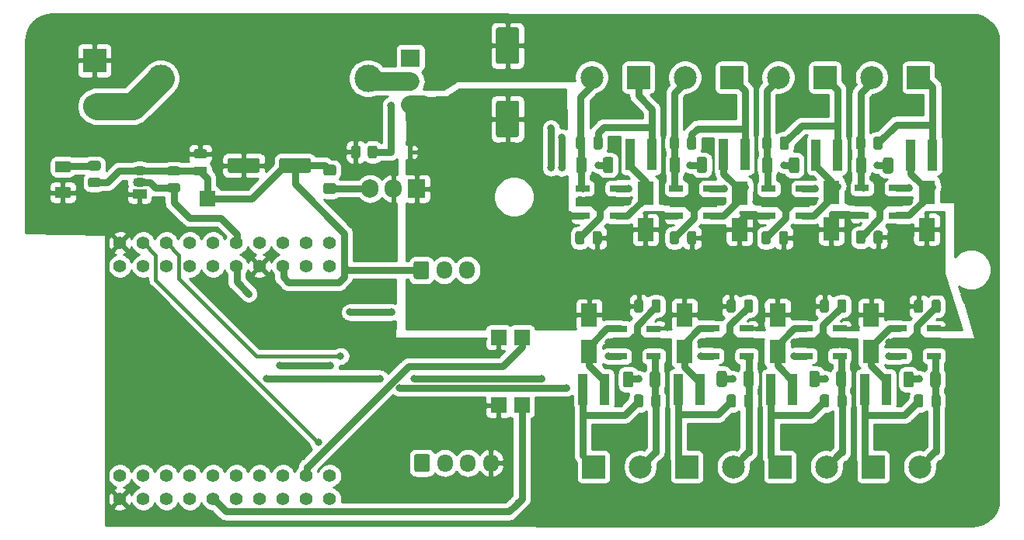
<source format=gtl>
G04 #@! TF.GenerationSoftware,KiCad,Pcbnew,5.1.12-84ad8e8a86~92~ubuntu20.04.1*
G04 #@! TF.CreationDate,2021-11-06T19:01:57+01:00*
G04 #@! TF.ProjectId,CC dimmer low voltage,43432064-696d-46d6-9572-206c6f772076,0.99*
G04 #@! TF.SameCoordinates,Original*
G04 #@! TF.FileFunction,Copper,L1,Top*
G04 #@! TF.FilePolarity,Positive*
%FSLAX46Y46*%
G04 Gerber Fmt 4.6, Leading zero omitted, Abs format (unit mm)*
G04 Created by KiCad (PCBNEW 5.1.12-84ad8e8a86~92~ubuntu20.04.1) date 2021-11-06 19:01:57*
%MOMM*%
%LPD*%
G01*
G04 APERTURE LIST*
G04 #@! TA.AperFunction,SMDPad,CuDef*
%ADD10R,0.980000X3.400000*%
G04 #@! TD*
G04 #@! TA.AperFunction,ComponentPad*
%ADD11C,3.000000*%
G04 #@! TD*
G04 #@! TA.AperFunction,ComponentPad*
%ADD12R,1.700000X1.700000*%
G04 #@! TD*
G04 #@! TA.AperFunction,SMDPad,CuDef*
%ADD13R,1.800000X2.500000*%
G04 #@! TD*
G04 #@! TA.AperFunction,SMDPad,CuDef*
%ADD14R,0.600000X0.450000*%
G04 #@! TD*
G04 #@! TA.AperFunction,ComponentPad*
%ADD15O,1.700000X1.950000*%
G04 #@! TD*
G04 #@! TA.AperFunction,ComponentPad*
%ADD16O,2.000000X1.905000*%
G04 #@! TD*
G04 #@! TA.AperFunction,ComponentPad*
%ADD17R,2.000000X1.905000*%
G04 #@! TD*
G04 #@! TA.AperFunction,ComponentPad*
%ADD18O,1.500000X1.050000*%
G04 #@! TD*
G04 #@! TA.AperFunction,ComponentPad*
%ADD19R,1.500000X1.050000*%
G04 #@! TD*
G04 #@! TA.AperFunction,ComponentPad*
%ADD20R,1.905000X2.000000*%
G04 #@! TD*
G04 #@! TA.AperFunction,ComponentPad*
%ADD21O,1.905000X2.000000*%
G04 #@! TD*
G04 #@! TA.AperFunction,ComponentPad*
%ADD22R,2.600000X2.600000*%
G04 #@! TD*
G04 #@! TA.AperFunction,ComponentPad*
%ADD23C,2.600000*%
G04 #@! TD*
G04 #@! TA.AperFunction,ComponentPad*
%ADD24C,2.500000*%
G04 #@! TD*
G04 #@! TA.AperFunction,ComponentPad*
%ADD25R,2.500000X2.500000*%
G04 #@! TD*
G04 #@! TA.AperFunction,SMDPad,CuDef*
%ADD26C,0.150000*%
G04 #@! TD*
G04 #@! TA.AperFunction,SMDPad,CuDef*
%ADD27R,1.500000X0.700000*%
G04 #@! TD*
G04 #@! TA.AperFunction,ComponentPad*
%ADD28C,1.400000*%
G04 #@! TD*
G04 #@! TA.AperFunction,ViaPad*
%ADD29C,0.800000*%
G04 #@! TD*
G04 #@! TA.AperFunction,Conductor*
%ADD30C,0.800000*%
G04 #@! TD*
G04 #@! TA.AperFunction,Conductor*
%ADD31C,2.000000*%
G04 #@! TD*
G04 #@! TA.AperFunction,Conductor*
%ADD32C,2.999999*%
G04 #@! TD*
G04 #@! TA.AperFunction,Conductor*
%ADD33C,0.400000*%
G04 #@! TD*
G04 #@! TA.AperFunction,Conductor*
%ADD34C,0.254000*%
G04 #@! TD*
G04 #@! TA.AperFunction,Conductor*
%ADD35C,0.150000*%
G04 #@! TD*
G04 APERTURE END LIST*
G04 #@! TA.AperFunction,SMDPad,CuDef*
G36*
G01*
X164092000Y-78040000D02*
X164092000Y-77090000D01*
G75*
G02*
X164342000Y-76840000I250000J0D01*
G01*
X164842000Y-76840000D01*
G75*
G02*
X165092000Y-77090000I0J-250000D01*
G01*
X165092000Y-78040000D01*
G75*
G02*
X164842000Y-78290000I-250000J0D01*
G01*
X164342000Y-78290000D01*
G75*
G02*
X164092000Y-78040000I0J250000D01*
G01*
G37*
G04 #@! TD.AperFunction*
G04 #@! TA.AperFunction,SMDPad,CuDef*
G36*
G01*
X162192000Y-78040000D02*
X162192000Y-77090000D01*
G75*
G02*
X162442000Y-76840000I250000J0D01*
G01*
X162942000Y-76840000D01*
G75*
G02*
X163192000Y-77090000I0J-250000D01*
G01*
X163192000Y-78040000D01*
G75*
G02*
X162942000Y-78290000I-250000J0D01*
G01*
X162442000Y-78290000D01*
G75*
G02*
X162192000Y-78040000I0J250000D01*
G01*
G37*
G04 #@! TD.AperFunction*
D10*
X163029000Y-94106600D03*
X165399000Y-94106600D03*
X173417600Y-94106600D03*
X175787600Y-94106600D03*
X183535600Y-94106600D03*
X185905600Y-94106600D03*
X193763000Y-94106600D03*
X196133000Y-94106600D03*
X201136800Y-68528800D03*
X198766800Y-68528800D03*
X190799000Y-68528800D03*
X188429000Y-68528800D03*
X180715200Y-68478000D03*
X178345200Y-68478000D03*
X170529800Y-68503400D03*
X168159800Y-68503400D03*
D11*
X139601400Y-60172200D03*
X117001400Y-60172200D03*
D12*
X156362000Y-95855000D03*
X156372000Y-88435000D03*
D13*
X194440000Y-85959800D03*
X194440000Y-89959800D03*
X174094600Y-89959800D03*
X174094600Y-85959800D03*
G04 #@! TA.AperFunction,SMDPad,CuDef*
G36*
G01*
X162281400Y-67683000D02*
X162281400Y-66733000D01*
G75*
G02*
X162531400Y-66483000I250000J0D01*
G01*
X163031400Y-66483000D01*
G75*
G02*
X163281400Y-66733000I0J-250000D01*
G01*
X163281400Y-67683000D01*
G75*
G02*
X163031400Y-67933000I-250000J0D01*
G01*
X162531400Y-67933000D01*
G75*
G02*
X162281400Y-67683000I0J250000D01*
G01*
G37*
G04 #@! TD.AperFunction*
G04 #@! TA.AperFunction,SMDPad,CuDef*
G36*
G01*
X164181400Y-67683000D02*
X164181400Y-66733000D01*
G75*
G02*
X164431400Y-66483000I250000J0D01*
G01*
X164931400Y-66483000D01*
G75*
G02*
X165181400Y-66733000I0J-250000D01*
G01*
X165181400Y-67683000D01*
G75*
G02*
X164931400Y-67933000I-250000J0D01*
G01*
X164431400Y-67933000D01*
G75*
G02*
X164181400Y-67683000I0J250000D01*
G01*
G37*
G04 #@! TD.AperFunction*
G04 #@! TA.AperFunction,SMDPad,CuDef*
G36*
G01*
X172492200Y-78046200D02*
X172492200Y-77096200D01*
G75*
G02*
X172742200Y-76846200I250000J0D01*
G01*
X173242200Y-76846200D01*
G75*
G02*
X173492200Y-77096200I0J-250000D01*
G01*
X173492200Y-78046200D01*
G75*
G02*
X173242200Y-78296200I-250000J0D01*
G01*
X172742200Y-78296200D01*
G75*
G02*
X172492200Y-78046200I0J250000D01*
G01*
G37*
G04 #@! TD.AperFunction*
G04 #@! TA.AperFunction,SMDPad,CuDef*
G36*
G01*
X174392200Y-78046200D02*
X174392200Y-77096200D01*
G75*
G02*
X174642200Y-76846200I250000J0D01*
G01*
X175142200Y-76846200D01*
G75*
G02*
X175392200Y-77096200I0J-250000D01*
G01*
X175392200Y-78046200D01*
G75*
G02*
X175142200Y-78296200I-250000J0D01*
G01*
X174642200Y-78296200D01*
G75*
G02*
X174392200Y-78046200I0J250000D01*
G01*
G37*
G04 #@! TD.AperFunction*
G04 #@! TA.AperFunction,SMDPad,CuDef*
G36*
G01*
X172492200Y-67708400D02*
X172492200Y-66758400D01*
G75*
G02*
X172742200Y-66508400I250000J0D01*
G01*
X173242200Y-66508400D01*
G75*
G02*
X173492200Y-66758400I0J-250000D01*
G01*
X173492200Y-67708400D01*
G75*
G02*
X173242200Y-67958400I-250000J0D01*
G01*
X172742200Y-67958400D01*
G75*
G02*
X172492200Y-67708400I0J250000D01*
G01*
G37*
G04 #@! TD.AperFunction*
G04 #@! TA.AperFunction,SMDPad,CuDef*
G36*
G01*
X174392200Y-67708400D02*
X174392200Y-66758400D01*
G75*
G02*
X174642200Y-66508400I250000J0D01*
G01*
X175142200Y-66508400D01*
G75*
G02*
X175392200Y-66758400I0J-250000D01*
G01*
X175392200Y-67708400D01*
G75*
G02*
X175142200Y-67958400I-250000J0D01*
G01*
X174642200Y-67958400D01*
G75*
G02*
X174392200Y-67708400I0J250000D01*
G01*
G37*
G04 #@! TD.AperFunction*
G04 #@! TA.AperFunction,SMDPad,CuDef*
G36*
G01*
X182499800Y-78046200D02*
X182499800Y-77096200D01*
G75*
G02*
X182749800Y-76846200I250000J0D01*
G01*
X183249800Y-76846200D01*
G75*
G02*
X183499800Y-77096200I0J-250000D01*
G01*
X183499800Y-78046200D01*
G75*
G02*
X183249800Y-78296200I-250000J0D01*
G01*
X182749800Y-78296200D01*
G75*
G02*
X182499800Y-78046200I0J250000D01*
G01*
G37*
G04 #@! TD.AperFunction*
G04 #@! TA.AperFunction,SMDPad,CuDef*
G36*
G01*
X184399800Y-78046200D02*
X184399800Y-77096200D01*
G75*
G02*
X184649800Y-76846200I250000J0D01*
G01*
X185149800Y-76846200D01*
G75*
G02*
X185399800Y-77096200I0J-250000D01*
G01*
X185399800Y-78046200D01*
G75*
G02*
X185149800Y-78296200I-250000J0D01*
G01*
X184649800Y-78296200D01*
G75*
G02*
X184399800Y-78046200I0J250000D01*
G01*
G37*
G04 #@! TD.AperFunction*
G04 #@! TA.AperFunction,SMDPad,CuDef*
G36*
G01*
X184476000Y-67708400D02*
X184476000Y-66758400D01*
G75*
G02*
X184726000Y-66508400I250000J0D01*
G01*
X185226000Y-66508400D01*
G75*
G02*
X185476000Y-66758400I0J-250000D01*
G01*
X185476000Y-67708400D01*
G75*
G02*
X185226000Y-67958400I-250000J0D01*
G01*
X184726000Y-67958400D01*
G75*
G02*
X184476000Y-67708400I0J250000D01*
G01*
G37*
G04 #@! TD.AperFunction*
G04 #@! TA.AperFunction,SMDPad,CuDef*
G36*
G01*
X182576000Y-67708400D02*
X182576000Y-66758400D01*
G75*
G02*
X182826000Y-66508400I250000J0D01*
G01*
X183326000Y-66508400D01*
G75*
G02*
X183576000Y-66758400I0J-250000D01*
G01*
X183576000Y-67708400D01*
G75*
G02*
X183326000Y-67958400I-250000J0D01*
G01*
X182826000Y-67958400D01*
G75*
G02*
X182576000Y-67708400I0J250000D01*
G01*
G37*
G04 #@! TD.AperFunction*
G04 #@! TA.AperFunction,SMDPad,CuDef*
G36*
G01*
X194686800Y-77995400D02*
X194686800Y-77045400D01*
G75*
G02*
X194936800Y-76795400I250000J0D01*
G01*
X195436800Y-76795400D01*
G75*
G02*
X195686800Y-77045400I0J-250000D01*
G01*
X195686800Y-77995400D01*
G75*
G02*
X195436800Y-78245400I-250000J0D01*
G01*
X194936800Y-78245400D01*
G75*
G02*
X194686800Y-77995400I0J250000D01*
G01*
G37*
G04 #@! TD.AperFunction*
G04 #@! TA.AperFunction,SMDPad,CuDef*
G36*
G01*
X192786800Y-77995400D02*
X192786800Y-77045400D01*
G75*
G02*
X193036800Y-76795400I250000J0D01*
G01*
X193536800Y-76795400D01*
G75*
G02*
X193786800Y-77045400I0J-250000D01*
G01*
X193786800Y-77995400D01*
G75*
G02*
X193536800Y-78245400I-250000J0D01*
G01*
X193036800Y-78245400D01*
G75*
G02*
X192786800Y-77995400I0J250000D01*
G01*
G37*
G04 #@! TD.AperFunction*
G04 #@! TA.AperFunction,SMDPad,CuDef*
G36*
G01*
X192786800Y-67708400D02*
X192786800Y-66758400D01*
G75*
G02*
X193036800Y-66508400I250000J0D01*
G01*
X193536800Y-66508400D01*
G75*
G02*
X193786800Y-66758400I0J-250000D01*
G01*
X193786800Y-67708400D01*
G75*
G02*
X193536800Y-67958400I-250000J0D01*
G01*
X193036800Y-67958400D01*
G75*
G02*
X192786800Y-67708400I0J250000D01*
G01*
G37*
G04 #@! TD.AperFunction*
G04 #@! TA.AperFunction,SMDPad,CuDef*
G36*
G01*
X194686800Y-67708400D02*
X194686800Y-66758400D01*
G75*
G02*
X194936800Y-66508400I250000J0D01*
G01*
X195436800Y-66508400D01*
G75*
G02*
X195686800Y-66758400I0J-250000D01*
G01*
X195686800Y-67708400D01*
G75*
G02*
X195436800Y-67958400I-250000J0D01*
G01*
X194936800Y-67958400D01*
G75*
G02*
X194686800Y-67708400I0J250000D01*
G01*
G37*
G04 #@! TD.AperFunction*
G04 #@! TA.AperFunction,SMDPad,CuDef*
G36*
G01*
X200111400Y-84563800D02*
X200111400Y-85513800D01*
G75*
G02*
X199861400Y-85763800I-250000J0D01*
G01*
X199361400Y-85763800D01*
G75*
G02*
X199111400Y-85513800I0J250000D01*
G01*
X199111400Y-84563800D01*
G75*
G02*
X199361400Y-84313800I250000J0D01*
G01*
X199861400Y-84313800D01*
G75*
G02*
X200111400Y-84563800I0J-250000D01*
G01*
G37*
G04 #@! TD.AperFunction*
G04 #@! TA.AperFunction,SMDPad,CuDef*
G36*
G01*
X202011400Y-84563800D02*
X202011400Y-85513800D01*
G75*
G02*
X201761400Y-85763800I-250000J0D01*
G01*
X201261400Y-85763800D01*
G75*
G02*
X201011400Y-85513800I0J250000D01*
G01*
X201011400Y-84563800D01*
G75*
G02*
X201261400Y-84313800I250000J0D01*
G01*
X201761400Y-84313800D01*
G75*
G02*
X202011400Y-84563800I0J-250000D01*
G01*
G37*
G04 #@! TD.AperFunction*
G04 #@! TA.AperFunction,SMDPad,CuDef*
G36*
G01*
X202011400Y-94901600D02*
X202011400Y-95851600D01*
G75*
G02*
X201761400Y-96101600I-250000J0D01*
G01*
X201261400Y-96101600D01*
G75*
G02*
X201011400Y-95851600I0J250000D01*
G01*
X201011400Y-94901600D01*
G75*
G02*
X201261400Y-94651600I250000J0D01*
G01*
X201761400Y-94651600D01*
G75*
G02*
X202011400Y-94901600I0J-250000D01*
G01*
G37*
G04 #@! TD.AperFunction*
G04 #@! TA.AperFunction,SMDPad,CuDef*
G36*
G01*
X200111400Y-94901600D02*
X200111400Y-95851600D01*
G75*
G02*
X199861400Y-96101600I-250000J0D01*
G01*
X199361400Y-96101600D01*
G75*
G02*
X199111400Y-95851600I0J250000D01*
G01*
X199111400Y-94901600D01*
G75*
G02*
X199361400Y-94651600I250000J0D01*
G01*
X199861400Y-94651600D01*
G75*
G02*
X200111400Y-94901600I0J-250000D01*
G01*
G37*
G04 #@! TD.AperFunction*
G04 #@! TA.AperFunction,SMDPad,CuDef*
G36*
G01*
X189849800Y-84538400D02*
X189849800Y-85488400D01*
G75*
G02*
X189599800Y-85738400I-250000J0D01*
G01*
X189099800Y-85738400D01*
G75*
G02*
X188849800Y-85488400I0J250000D01*
G01*
X188849800Y-84538400D01*
G75*
G02*
X189099800Y-84288400I250000J0D01*
G01*
X189599800Y-84288400D01*
G75*
G02*
X189849800Y-84538400I0J-250000D01*
G01*
G37*
G04 #@! TD.AperFunction*
G04 #@! TA.AperFunction,SMDPad,CuDef*
G36*
G01*
X191749800Y-84538400D02*
X191749800Y-85488400D01*
G75*
G02*
X191499800Y-85738400I-250000J0D01*
G01*
X190999800Y-85738400D01*
G75*
G02*
X190749800Y-85488400I0J250000D01*
G01*
X190749800Y-84538400D01*
G75*
G02*
X190999800Y-84288400I250000J0D01*
G01*
X191499800Y-84288400D01*
G75*
G02*
X191749800Y-84538400I0J-250000D01*
G01*
G37*
G04 #@! TD.AperFunction*
G04 #@! TA.AperFunction,SMDPad,CuDef*
G36*
G01*
X189865000Y-94901600D02*
X189865000Y-95851600D01*
G75*
G02*
X189615000Y-96101600I-250000J0D01*
G01*
X189115000Y-96101600D01*
G75*
G02*
X188865000Y-95851600I0J250000D01*
G01*
X188865000Y-94901600D01*
G75*
G02*
X189115000Y-94651600I250000J0D01*
G01*
X189615000Y-94651600D01*
G75*
G02*
X189865000Y-94901600I0J-250000D01*
G01*
G37*
G04 #@! TD.AperFunction*
G04 #@! TA.AperFunction,SMDPad,CuDef*
G36*
G01*
X191765000Y-94901600D02*
X191765000Y-95851600D01*
G75*
G02*
X191515000Y-96101600I-250000J0D01*
G01*
X191015000Y-96101600D01*
G75*
G02*
X190765000Y-95851600I0J250000D01*
G01*
X190765000Y-94901600D01*
G75*
G02*
X191015000Y-94651600I250000J0D01*
G01*
X191515000Y-94651600D01*
G75*
G02*
X191765000Y-94901600I0J-250000D01*
G01*
G37*
G04 #@! TD.AperFunction*
G04 #@! TA.AperFunction,SMDPad,CuDef*
G36*
G01*
X181589800Y-84538400D02*
X181589800Y-85488400D01*
G75*
G02*
X181339800Y-85738400I-250000J0D01*
G01*
X180839800Y-85738400D01*
G75*
G02*
X180589800Y-85488400I0J250000D01*
G01*
X180589800Y-84538400D01*
G75*
G02*
X180839800Y-84288400I250000J0D01*
G01*
X181339800Y-84288400D01*
G75*
G02*
X181589800Y-84538400I0J-250000D01*
G01*
G37*
G04 #@! TD.AperFunction*
G04 #@! TA.AperFunction,SMDPad,CuDef*
G36*
G01*
X179689800Y-84538400D02*
X179689800Y-85488400D01*
G75*
G02*
X179439800Y-85738400I-250000J0D01*
G01*
X178939800Y-85738400D01*
G75*
G02*
X178689800Y-85488400I0J250000D01*
G01*
X178689800Y-84538400D01*
G75*
G02*
X178939800Y-84288400I250000J0D01*
G01*
X179439800Y-84288400D01*
G75*
G02*
X179689800Y-84538400I0J-250000D01*
G01*
G37*
G04 #@! TD.AperFunction*
G04 #@! TA.AperFunction,SMDPad,CuDef*
G36*
G01*
X179689800Y-94901600D02*
X179689800Y-95851600D01*
G75*
G02*
X179439800Y-96101600I-250000J0D01*
G01*
X178939800Y-96101600D01*
G75*
G02*
X178689800Y-95851600I0J250000D01*
G01*
X178689800Y-94901600D01*
G75*
G02*
X178939800Y-94651600I250000J0D01*
G01*
X179439800Y-94651600D01*
G75*
G02*
X179689800Y-94901600I0J-250000D01*
G01*
G37*
G04 #@! TD.AperFunction*
G04 #@! TA.AperFunction,SMDPad,CuDef*
G36*
G01*
X181589800Y-94901600D02*
X181589800Y-95851600D01*
G75*
G02*
X181339800Y-96101600I-250000J0D01*
G01*
X180839800Y-96101600D01*
G75*
G02*
X180589800Y-95851600I0J250000D01*
G01*
X180589800Y-94901600D01*
G75*
G02*
X180839800Y-94651600I250000J0D01*
G01*
X181339800Y-94651600D01*
G75*
G02*
X181589800Y-94901600I0J-250000D01*
G01*
G37*
G04 #@! TD.AperFunction*
G04 #@! TA.AperFunction,SMDPad,CuDef*
G36*
G01*
X169606000Y-84538400D02*
X169606000Y-85488400D01*
G75*
G02*
X169356000Y-85738400I-250000J0D01*
G01*
X168856000Y-85738400D01*
G75*
G02*
X168606000Y-85488400I0J250000D01*
G01*
X168606000Y-84538400D01*
G75*
G02*
X168856000Y-84288400I250000J0D01*
G01*
X169356000Y-84288400D01*
G75*
G02*
X169606000Y-84538400I0J-250000D01*
G01*
G37*
G04 #@! TD.AperFunction*
G04 #@! TA.AperFunction,SMDPad,CuDef*
G36*
G01*
X171506000Y-84538400D02*
X171506000Y-85488400D01*
G75*
G02*
X171256000Y-85738400I-250000J0D01*
G01*
X170756000Y-85738400D01*
G75*
G02*
X170506000Y-85488400I0J250000D01*
G01*
X170506000Y-84538400D01*
G75*
G02*
X170756000Y-84288400I250000J0D01*
G01*
X171256000Y-84288400D01*
G75*
G02*
X171506000Y-84538400I0J-250000D01*
G01*
G37*
G04 #@! TD.AperFunction*
G04 #@! TA.AperFunction,SMDPad,CuDef*
G36*
G01*
X171495800Y-94901600D02*
X171495800Y-95851600D01*
G75*
G02*
X171245800Y-96101600I-250000J0D01*
G01*
X170745800Y-96101600D01*
G75*
G02*
X170495800Y-95851600I0J250000D01*
G01*
X170495800Y-94901600D01*
G75*
G02*
X170745800Y-94651600I250000J0D01*
G01*
X171245800Y-94651600D01*
G75*
G02*
X171495800Y-94901600I0J-250000D01*
G01*
G37*
G04 #@! TD.AperFunction*
G04 #@! TA.AperFunction,SMDPad,CuDef*
G36*
G01*
X169595800Y-94901600D02*
X169595800Y-95851600D01*
G75*
G02*
X169345800Y-96101600I-250000J0D01*
G01*
X168845800Y-96101600D01*
G75*
G02*
X168595800Y-95851600I0J250000D01*
G01*
X168595800Y-94901600D01*
G75*
G02*
X168845800Y-94651600I250000J0D01*
G01*
X169345800Y-94651600D01*
G75*
G02*
X169595800Y-94901600I0J-250000D01*
G01*
G37*
G04 #@! TD.AperFunction*
G04 #@! TA.AperFunction,SMDPad,CuDef*
G36*
G01*
X155816000Y-66604000D02*
X153816000Y-66604000D01*
G75*
G02*
X153566000Y-66354000I0J250000D01*
G01*
X153566000Y-62854000D01*
G75*
G02*
X153816000Y-62604000I250000J0D01*
G01*
X155816000Y-62604000D01*
G75*
G02*
X156066000Y-62854000I0J-250000D01*
G01*
X156066000Y-66354000D01*
G75*
G02*
X155816000Y-66604000I-250000J0D01*
G01*
G37*
G04 #@! TD.AperFunction*
G04 #@! TA.AperFunction,SMDPad,CuDef*
G36*
G01*
X155816000Y-58604000D02*
X153816000Y-58604000D01*
G75*
G02*
X153566000Y-58354000I0J250000D01*
G01*
X153566000Y-54854000D01*
G75*
G02*
X153816000Y-54604000I250000J0D01*
G01*
X155816000Y-54604000D01*
G75*
G02*
X156066000Y-54854000I0J-250000D01*
G01*
X156066000Y-58354000D01*
G75*
G02*
X155816000Y-58604000I-250000J0D01*
G01*
G37*
G04 #@! TD.AperFunction*
G04 #@! TA.AperFunction,SMDPad,CuDef*
G36*
G01*
X133407200Y-69121800D02*
X133407200Y-70221800D01*
G75*
G02*
X133157200Y-70471800I-250000J0D01*
G01*
X130157200Y-70471800D01*
G75*
G02*
X129907200Y-70221800I0J250000D01*
G01*
X129907200Y-69121800D01*
G75*
G02*
X130157200Y-68871800I250000J0D01*
G01*
X133157200Y-68871800D01*
G75*
G02*
X133407200Y-69121800I0J-250000D01*
G01*
G37*
G04 #@! TD.AperFunction*
G04 #@! TA.AperFunction,SMDPad,CuDef*
G36*
G01*
X127807200Y-69121800D02*
X127807200Y-70221800D01*
G75*
G02*
X127557200Y-70471800I-250000J0D01*
G01*
X124557200Y-70471800D01*
G75*
G02*
X124307200Y-70221800I0J250000D01*
G01*
X124307200Y-69121800D01*
G75*
G02*
X124557200Y-68871800I250000J0D01*
G01*
X127557200Y-68871800D01*
G75*
G02*
X127807200Y-69121800I0J-250000D01*
G01*
G37*
G04 #@! TD.AperFunction*
G04 #@! TA.AperFunction,SMDPad,CuDef*
G36*
G01*
X121813800Y-70791600D02*
X120863800Y-70791600D01*
G75*
G02*
X120613800Y-70541600I0J250000D01*
G01*
X120613800Y-70041600D01*
G75*
G02*
X120863800Y-69791600I250000J0D01*
G01*
X121813800Y-69791600D01*
G75*
G02*
X122063800Y-70041600I0J-250000D01*
G01*
X122063800Y-70541600D01*
G75*
G02*
X121813800Y-70791600I-250000J0D01*
G01*
G37*
G04 #@! TD.AperFunction*
G04 #@! TA.AperFunction,SMDPad,CuDef*
G36*
G01*
X121813800Y-68891600D02*
X120863800Y-68891600D01*
G75*
G02*
X120613800Y-68641600I0J250000D01*
G01*
X120613800Y-68141600D01*
G75*
G02*
X120863800Y-67891600I250000J0D01*
G01*
X121813800Y-67891600D01*
G75*
G02*
X122063800Y-68141600I0J-250000D01*
G01*
X122063800Y-68641600D01*
G75*
G02*
X121813800Y-68891600I-250000J0D01*
G01*
G37*
G04 #@! TD.AperFunction*
X169852800Y-76675600D03*
X169852800Y-72675600D03*
X180072000Y-76675000D03*
X180072000Y-72675000D03*
X190096600Y-76624800D03*
X190096600Y-72624800D03*
X200485200Y-72650200D03*
X200485200Y-76650200D03*
X184229200Y-89959800D03*
X184229200Y-85959800D03*
X163706000Y-89985200D03*
X163706000Y-85985200D03*
D14*
X144207400Y-68198600D03*
X142107400Y-68198600D03*
G04 #@! TA.AperFunction,SMDPad,CuDef*
G36*
G01*
X106977800Y-73246200D02*
X105727800Y-73246200D01*
G75*
G02*
X105477800Y-72996200I0J250000D01*
G01*
X105477800Y-72246200D01*
G75*
G02*
X105727800Y-71996200I250000J0D01*
G01*
X106977800Y-71996200D01*
G75*
G02*
X107227800Y-72246200I0J-250000D01*
G01*
X107227800Y-72996200D01*
G75*
G02*
X106977800Y-73246200I-250000J0D01*
G01*
G37*
G04 #@! TD.AperFunction*
G04 #@! TA.AperFunction,SMDPad,CuDef*
G36*
G01*
X106977800Y-70446200D02*
X105727800Y-70446200D01*
G75*
G02*
X105477800Y-70196200I0J250000D01*
G01*
X105477800Y-69446200D01*
G75*
G02*
X105727800Y-69196200I250000J0D01*
G01*
X106977800Y-69196200D01*
G75*
G02*
X107227800Y-69446200I0J-250000D01*
G01*
X107227800Y-70196200D01*
G75*
G02*
X106977800Y-70446200I-250000J0D01*
G01*
G37*
G04 #@! TD.AperFunction*
G04 #@! TA.AperFunction,SMDPad,CuDef*
G36*
G01*
X134985799Y-69586400D02*
X135885801Y-69586400D01*
G75*
G02*
X136135800Y-69836399I0J-249999D01*
G01*
X136135800Y-70536401D01*
G75*
G02*
X135885801Y-70786400I-249999J0D01*
G01*
X134985799Y-70786400D01*
G75*
G02*
X134735800Y-70536401I0J249999D01*
G01*
X134735800Y-69836399D01*
G75*
G02*
X134985799Y-69586400I249999J0D01*
G01*
G37*
G04 #@! TD.AperFunction*
G04 #@! TA.AperFunction,SMDPad,CuDef*
G36*
G01*
X134985799Y-71586400D02*
X135885801Y-71586400D01*
G75*
G02*
X136135800Y-71836399I0J-249999D01*
G01*
X136135800Y-72536401D01*
G75*
G02*
X135885801Y-72786400I-249999J0D01*
G01*
X134985799Y-72786400D01*
G75*
G02*
X134735800Y-72536401I0J249999D01*
G01*
X134735800Y-71836399D01*
G75*
G02*
X134985799Y-71586400I249999J0D01*
G01*
G37*
G04 #@! TD.AperFunction*
G04 #@! TA.AperFunction,ComponentPad*
G36*
G01*
X144572000Y-81830000D02*
X144572000Y-80380000D01*
G75*
G02*
X144822000Y-80130000I250000J0D01*
G01*
X146022000Y-80130000D01*
G75*
G02*
X146272000Y-80380000I0J-250000D01*
G01*
X146272000Y-81830000D01*
G75*
G02*
X146022000Y-82080000I-250000J0D01*
G01*
X144822000Y-82080000D01*
G75*
G02*
X144572000Y-81830000I0J250000D01*
G01*
G37*
G04 #@! TD.AperFunction*
D15*
X147922000Y-81105000D03*
X150422000Y-81105000D03*
G04 #@! TA.AperFunction,ComponentPad*
G36*
G01*
X144642000Y-102860000D02*
X144642000Y-101410000D01*
G75*
G02*
X144892000Y-101160000I250000J0D01*
G01*
X146092000Y-101160000D01*
G75*
G02*
X146342000Y-101410000I0J-250000D01*
G01*
X146342000Y-102860000D01*
G75*
G02*
X146092000Y-103110000I-250000J0D01*
G01*
X144892000Y-103110000D01*
G75*
G02*
X144642000Y-102860000I0J250000D01*
G01*
G37*
G04 #@! TD.AperFunction*
X147992000Y-102135000D03*
X150492000Y-102135000D03*
X152992000Y-102135000D03*
D12*
X153832000Y-88435000D03*
X153822000Y-95855000D03*
X122100800Y-73304000D03*
D16*
X144224200Y-63017000D03*
X144224200Y-60477000D03*
D17*
X144224200Y-57937000D03*
G04 #@! TA.AperFunction,SMDPad,CuDef*
G36*
G01*
X162290600Y-70246003D02*
X162290600Y-68995997D01*
G75*
G02*
X162540597Y-68746000I249997J0D01*
G01*
X163165603Y-68746000D01*
G75*
G02*
X163415600Y-68995997I0J-249997D01*
G01*
X163415600Y-70246003D01*
G75*
G02*
X163165603Y-70496000I-249997J0D01*
G01*
X162540597Y-70496000D01*
G75*
G02*
X162290600Y-70246003I0J249997D01*
G01*
G37*
G04 #@! TD.AperFunction*
G04 #@! TA.AperFunction,SMDPad,CuDef*
G36*
G01*
X165215600Y-70246003D02*
X165215600Y-68995997D01*
G75*
G02*
X165465597Y-68746000I249997J0D01*
G01*
X166090603Y-68746000D01*
G75*
G02*
X166340600Y-68995997I0J-249997D01*
G01*
X166340600Y-70246003D01*
G75*
G02*
X166090603Y-70496000I-249997J0D01*
G01*
X165465597Y-70496000D01*
G75*
G02*
X165215600Y-70246003I0J249997D01*
G01*
G37*
G04 #@! TD.AperFunction*
G04 #@! TA.AperFunction,SMDPad,CuDef*
G36*
G01*
X175426400Y-70246003D02*
X175426400Y-68995997D01*
G75*
G02*
X175676397Y-68746000I249997J0D01*
G01*
X176301403Y-68746000D01*
G75*
G02*
X176551400Y-68995997I0J-249997D01*
G01*
X176551400Y-70246003D01*
G75*
G02*
X176301403Y-70496000I-249997J0D01*
G01*
X175676397Y-70496000D01*
G75*
G02*
X175426400Y-70246003I0J249997D01*
G01*
G37*
G04 #@! TD.AperFunction*
G04 #@! TA.AperFunction,SMDPad,CuDef*
G36*
G01*
X172501400Y-70246003D02*
X172501400Y-68995997D01*
G75*
G02*
X172751397Y-68746000I249997J0D01*
G01*
X173376403Y-68746000D01*
G75*
G02*
X173626400Y-68995997I0J-249997D01*
G01*
X173626400Y-70246003D01*
G75*
G02*
X173376403Y-70496000I-249997J0D01*
G01*
X172751397Y-70496000D01*
G75*
G02*
X172501400Y-70246003I0J249997D01*
G01*
G37*
G04 #@! TD.AperFunction*
G04 #@! TA.AperFunction,SMDPad,CuDef*
G36*
G01*
X185484800Y-70271403D02*
X185484800Y-69021397D01*
G75*
G02*
X185734797Y-68771400I249997J0D01*
G01*
X186359803Y-68771400D01*
G75*
G02*
X186609800Y-69021397I0J-249997D01*
G01*
X186609800Y-70271403D01*
G75*
G02*
X186359803Y-70521400I-249997J0D01*
G01*
X185734797Y-70521400D01*
G75*
G02*
X185484800Y-70271403I0J249997D01*
G01*
G37*
G04 #@! TD.AperFunction*
G04 #@! TA.AperFunction,SMDPad,CuDef*
G36*
G01*
X182559800Y-70271403D02*
X182559800Y-69021397D01*
G75*
G02*
X182809797Y-68771400I249997J0D01*
G01*
X183434803Y-68771400D01*
G75*
G02*
X183684800Y-69021397I0J-249997D01*
G01*
X183684800Y-70271403D01*
G75*
G02*
X183434803Y-70521400I-249997J0D01*
G01*
X182809797Y-70521400D01*
G75*
G02*
X182559800Y-70271403I0J249997D01*
G01*
G37*
G04 #@! TD.AperFunction*
G04 #@! TA.AperFunction,SMDPad,CuDef*
G36*
G01*
X192796000Y-70296803D02*
X192796000Y-69046797D01*
G75*
G02*
X193045997Y-68796800I249997J0D01*
G01*
X193671003Y-68796800D01*
G75*
G02*
X193921000Y-69046797I0J-249997D01*
G01*
X193921000Y-70296803D01*
G75*
G02*
X193671003Y-70546800I-249997J0D01*
G01*
X193045997Y-70546800D01*
G75*
G02*
X192796000Y-70296803I0J249997D01*
G01*
G37*
G04 #@! TD.AperFunction*
G04 #@! TA.AperFunction,SMDPad,CuDef*
G36*
G01*
X195721000Y-70296803D02*
X195721000Y-69046797D01*
G75*
G02*
X195970997Y-68796800I249997J0D01*
G01*
X196596003Y-68796800D01*
G75*
G02*
X196846000Y-69046797I0J-249997D01*
G01*
X196846000Y-70296803D01*
G75*
G02*
X196596003Y-70546800I-249997J0D01*
G01*
X195970997Y-70546800D01*
G75*
G02*
X195721000Y-70296803I0J249997D01*
G01*
G37*
G04 #@! TD.AperFunction*
G04 #@! TA.AperFunction,SMDPad,CuDef*
G36*
G01*
X199072000Y-92399997D02*
X199072000Y-93650003D01*
G75*
G02*
X198822003Y-93900000I-249997J0D01*
G01*
X198196997Y-93900000D01*
G75*
G02*
X197947000Y-93650003I0J249997D01*
G01*
X197947000Y-92399997D01*
G75*
G02*
X198196997Y-92150000I249997J0D01*
G01*
X198822003Y-92150000D01*
G75*
G02*
X199072000Y-92399997I0J-249997D01*
G01*
G37*
G04 #@! TD.AperFunction*
G04 #@! TA.AperFunction,SMDPad,CuDef*
G36*
G01*
X201997000Y-92399997D02*
X201997000Y-93650003D01*
G75*
G02*
X201747003Y-93900000I-249997J0D01*
G01*
X201121997Y-93900000D01*
G75*
G02*
X200872000Y-93650003I0J249997D01*
G01*
X200872000Y-92399997D01*
G75*
G02*
X201121997Y-92150000I249997J0D01*
G01*
X201747003Y-92150000D01*
G75*
G02*
X201997000Y-92399997I0J-249997D01*
G01*
G37*
G04 #@! TD.AperFunction*
G04 #@! TA.AperFunction,SMDPad,CuDef*
G36*
G01*
X191751300Y-92338597D02*
X191751300Y-93588603D01*
G75*
G02*
X191501303Y-93838600I-249997J0D01*
G01*
X190876297Y-93838600D01*
G75*
G02*
X190626300Y-93588603I0J249997D01*
G01*
X190626300Y-92338597D01*
G75*
G02*
X190876297Y-92088600I249997J0D01*
G01*
X191501303Y-92088600D01*
G75*
G02*
X191751300Y-92338597I0J-249997D01*
G01*
G37*
G04 #@! TD.AperFunction*
G04 #@! TA.AperFunction,SMDPad,CuDef*
G36*
G01*
X188826300Y-92338597D02*
X188826300Y-93588603D01*
G75*
G02*
X188576303Y-93838600I-249997J0D01*
G01*
X187951297Y-93838600D01*
G75*
G02*
X187701300Y-93588603I0J249997D01*
G01*
X187701300Y-92338597D01*
G75*
G02*
X187951297Y-92088600I249997J0D01*
G01*
X188576303Y-92088600D01*
G75*
G02*
X188826300Y-92338597I0J-249997D01*
G01*
G37*
G04 #@! TD.AperFunction*
G04 #@! TA.AperFunction,SMDPad,CuDef*
G36*
G01*
X178722000Y-92338597D02*
X178722000Y-93588603D01*
G75*
G02*
X178472003Y-93838600I-249997J0D01*
G01*
X177846997Y-93838600D01*
G75*
G02*
X177597000Y-93588603I0J249997D01*
G01*
X177597000Y-92338597D01*
G75*
G02*
X177846997Y-92088600I249997J0D01*
G01*
X178472003Y-92088600D01*
G75*
G02*
X178722000Y-92338597I0J-249997D01*
G01*
G37*
G04 #@! TD.AperFunction*
G04 #@! TA.AperFunction,SMDPad,CuDef*
G36*
G01*
X181647000Y-92338597D02*
X181647000Y-93588603D01*
G75*
G02*
X181397003Y-93838600I-249997J0D01*
G01*
X180771997Y-93838600D01*
G75*
G02*
X180522000Y-93588603I0J249997D01*
G01*
X180522000Y-92338597D01*
G75*
G02*
X180771997Y-92088600I249997J0D01*
G01*
X181397003Y-92088600D01*
G75*
G02*
X181647000Y-92338597I0J-249997D01*
G01*
G37*
G04 #@! TD.AperFunction*
G04 #@! TA.AperFunction,SMDPad,CuDef*
G36*
G01*
X171447000Y-92399997D02*
X171447000Y-93650003D01*
G75*
G02*
X171197003Y-93900000I-249997J0D01*
G01*
X170571997Y-93900000D01*
G75*
G02*
X170322000Y-93650003I0J249997D01*
G01*
X170322000Y-92399997D01*
G75*
G02*
X170571997Y-92150000I249997J0D01*
G01*
X171197003Y-92150000D01*
G75*
G02*
X171447000Y-92399997I0J-249997D01*
G01*
G37*
G04 #@! TD.AperFunction*
G04 #@! TA.AperFunction,SMDPad,CuDef*
G36*
G01*
X168522000Y-92399997D02*
X168522000Y-93650003D01*
G75*
G02*
X168272003Y-93900000I-249997J0D01*
G01*
X167646997Y-93900000D01*
G75*
G02*
X167397000Y-93650003I0J249997D01*
G01*
X167397000Y-92399997D01*
G75*
G02*
X167646997Y-92150000I249997J0D01*
G01*
X168272003Y-92150000D01*
G75*
G02*
X168522000Y-92399997I0J-249997D01*
G01*
G37*
G04 #@! TD.AperFunction*
G04 #@! TA.AperFunction,SMDPad,CuDef*
G36*
G01*
X117993198Y-69770800D02*
X118893202Y-69770800D01*
G75*
G02*
X119143200Y-70020798I0J-249998D01*
G01*
X119143200Y-70545802D01*
G75*
G02*
X118893202Y-70795800I-249998J0D01*
G01*
X117993198Y-70795800D01*
G75*
G02*
X117743200Y-70545802I0J249998D01*
G01*
X117743200Y-70020798D01*
G75*
G02*
X117993198Y-69770800I249998J0D01*
G01*
G37*
G04 #@! TD.AperFunction*
G04 #@! TA.AperFunction,SMDPad,CuDef*
G36*
G01*
X117993198Y-71595800D02*
X118893202Y-71595800D01*
G75*
G02*
X119143200Y-71845798I0J-249998D01*
G01*
X119143200Y-72370802D01*
G75*
G02*
X118893202Y-72620800I-249998J0D01*
G01*
X117993198Y-72620800D01*
G75*
G02*
X117743200Y-72370802I0J249998D01*
G01*
X117743200Y-71845798D01*
G75*
G02*
X117993198Y-71595800I249998J0D01*
G01*
G37*
G04 #@! TD.AperFunction*
G04 #@! TA.AperFunction,SMDPad,CuDef*
G36*
G01*
X138795000Y-67748598D02*
X138795000Y-68648602D01*
G75*
G02*
X138545002Y-68898600I-249998J0D01*
G01*
X138019998Y-68898600D01*
G75*
G02*
X137770000Y-68648602I0J249998D01*
G01*
X137770000Y-67748598D01*
G75*
G02*
X138019998Y-67498600I249998J0D01*
G01*
X138545002Y-67498600D01*
G75*
G02*
X138795000Y-67748598I0J-249998D01*
G01*
G37*
G04 #@! TD.AperFunction*
G04 #@! TA.AperFunction,SMDPad,CuDef*
G36*
G01*
X140620000Y-67748598D02*
X140620000Y-68648602D01*
G75*
G02*
X140370002Y-68898600I-249998J0D01*
G01*
X139844998Y-68898600D01*
G75*
G02*
X139595000Y-68648602I0J249998D01*
G01*
X139595000Y-67748598D01*
G75*
G02*
X139844998Y-67498600I249998J0D01*
G01*
X140370002Y-67498600D01*
G75*
G02*
X140620000Y-67748598I0J-249998D01*
G01*
G37*
G04 #@! TD.AperFunction*
G04 #@! TA.AperFunction,SMDPad,CuDef*
G36*
G01*
X110231802Y-72036600D02*
X109331798Y-72036600D01*
G75*
G02*
X109081800Y-71786602I0J249998D01*
G01*
X109081800Y-71261598D01*
G75*
G02*
X109331798Y-71011600I249998J0D01*
G01*
X110231802Y-71011600D01*
G75*
G02*
X110481800Y-71261598I0J-249998D01*
G01*
X110481800Y-71786602D01*
G75*
G02*
X110231802Y-72036600I-249998J0D01*
G01*
G37*
G04 #@! TD.AperFunction*
G04 #@! TA.AperFunction,SMDPad,CuDef*
G36*
G01*
X110231802Y-70211600D02*
X109331798Y-70211600D01*
G75*
G02*
X109081800Y-69961602I0J249998D01*
G01*
X109081800Y-69436598D01*
G75*
G02*
X109331798Y-69186600I249998J0D01*
G01*
X110231802Y-69186600D01*
G75*
G02*
X110481800Y-69436598I0J-249998D01*
G01*
X110481800Y-69961602D01*
G75*
G02*
X110231802Y-70211600I-249998J0D01*
G01*
G37*
G04 #@! TD.AperFunction*
D18*
X114709400Y-71526000D03*
X114709400Y-70256000D03*
D19*
X114709400Y-72796000D03*
D20*
X144910000Y-72211800D03*
D21*
X142370000Y-72211800D03*
X139830000Y-72211800D03*
D22*
X109802000Y-58215000D03*
D23*
X109802000Y-63215000D03*
D24*
X163992000Y-60065000D03*
D25*
X169072000Y-60065000D03*
X179242000Y-60065000D03*
D24*
X174162000Y-60065000D03*
X184322000Y-60065000D03*
D25*
X189402000Y-60065000D03*
X199572000Y-60065000D03*
D24*
X194492000Y-60065000D03*
D25*
X194662000Y-102555000D03*
D24*
X199742000Y-102555000D03*
X189582000Y-102555000D03*
D25*
X184502000Y-102555000D03*
X174342000Y-102555000D03*
D24*
X179422000Y-102555000D03*
X169272000Y-102555000D03*
D25*
X164192000Y-102555000D03*
G04 #@! TA.AperFunction,SMDPad,CuDef*
D26*
G36*
X163962000Y-74175000D02*
G01*
X162262000Y-74175000D01*
X162262000Y-73175000D01*
X163962000Y-73175000D01*
X164462000Y-72675000D01*
X165262000Y-72675000D01*
X165762000Y-73175000D01*
X167462000Y-73175000D01*
X167462000Y-74175000D01*
X165762000Y-74175000D01*
X165262000Y-74675000D01*
X164462000Y-74675000D01*
X163962000Y-74175000D01*
G37*
G04 #@! TD.AperFunction*
D27*
X166712000Y-72175000D03*
X166712000Y-75175000D03*
X163012000Y-72175000D03*
X163012000Y-75175000D03*
G04 #@! TA.AperFunction,SMDPad,CuDef*
D26*
G36*
X174152000Y-74195000D02*
G01*
X172452000Y-74195000D01*
X172452000Y-73195000D01*
X174152000Y-73195000D01*
X174652000Y-72695000D01*
X175452000Y-72695000D01*
X175952000Y-73195000D01*
X177652000Y-73195000D01*
X177652000Y-74195000D01*
X175952000Y-74195000D01*
X175452000Y-74695000D01*
X174652000Y-74695000D01*
X174152000Y-74195000D01*
G37*
G04 #@! TD.AperFunction*
D27*
X176902000Y-72195000D03*
X176902000Y-75195000D03*
X173202000Y-72195000D03*
X173202000Y-75195000D03*
G04 #@! TA.AperFunction,SMDPad,CuDef*
D26*
G36*
X184222000Y-74195000D02*
G01*
X182522000Y-74195000D01*
X182522000Y-73195000D01*
X184222000Y-73195000D01*
X184722000Y-72695000D01*
X185522000Y-72695000D01*
X186022000Y-73195000D01*
X187722000Y-73195000D01*
X187722000Y-74195000D01*
X186022000Y-74195000D01*
X185522000Y-74695000D01*
X184722000Y-74695000D01*
X184222000Y-74195000D01*
G37*
G04 #@! TD.AperFunction*
D27*
X186972000Y-72195000D03*
X186972000Y-75195000D03*
X183272000Y-72195000D03*
X183272000Y-75195000D03*
G04 #@! TA.AperFunction,SMDPad,CuDef*
D26*
G36*
X194382000Y-74135000D02*
G01*
X192682000Y-74135000D01*
X192682000Y-73135000D01*
X194382000Y-73135000D01*
X194882000Y-72635000D01*
X195682000Y-72635000D01*
X196182000Y-73135000D01*
X197882000Y-73135000D01*
X197882000Y-74135000D01*
X196182000Y-74135000D01*
X195682000Y-74635000D01*
X194882000Y-74635000D01*
X194382000Y-74135000D01*
G37*
G04 #@! TD.AperFunction*
D27*
X197132000Y-72135000D03*
X197132000Y-75135000D03*
X193432000Y-72135000D03*
X193432000Y-75135000D03*
X201272000Y-87465000D03*
X201272000Y-90465000D03*
X197572000Y-87465000D03*
X197572000Y-90465000D03*
G04 #@! TA.AperFunction,SMDPad,CuDef*
D26*
G36*
X200322000Y-88465000D02*
G01*
X202022000Y-88465000D01*
X202022000Y-89465000D01*
X200322000Y-89465000D01*
X199822000Y-89965000D01*
X199022000Y-89965000D01*
X198522000Y-89465000D01*
X196822000Y-89465000D01*
X196822000Y-88465000D01*
X198522000Y-88465000D01*
X199022000Y-87965000D01*
X199822000Y-87965000D01*
X200322000Y-88465000D01*
G37*
G04 #@! TD.AperFunction*
D27*
X191002000Y-87465000D03*
X191002000Y-90465000D03*
X187302000Y-87465000D03*
X187302000Y-90465000D03*
G04 #@! TA.AperFunction,SMDPad,CuDef*
D26*
G36*
X190052000Y-88465000D02*
G01*
X191752000Y-88465000D01*
X191752000Y-89465000D01*
X190052000Y-89465000D01*
X189552000Y-89965000D01*
X188752000Y-89965000D01*
X188252000Y-89465000D01*
X186552000Y-89465000D01*
X186552000Y-88465000D01*
X188252000Y-88465000D01*
X188752000Y-87965000D01*
X189552000Y-87965000D01*
X190052000Y-88465000D01*
G37*
G04 #@! TD.AperFunction*
D27*
X180852000Y-87465000D03*
X180852000Y-90465000D03*
X177152000Y-87465000D03*
X177152000Y-90465000D03*
G04 #@! TA.AperFunction,SMDPad,CuDef*
D26*
G36*
X179902000Y-88465000D02*
G01*
X181602000Y-88465000D01*
X181602000Y-89465000D01*
X179902000Y-89465000D01*
X179402000Y-89965000D01*
X178602000Y-89965000D01*
X178102000Y-89465000D01*
X176402000Y-89465000D01*
X176402000Y-88465000D01*
X178102000Y-88465000D01*
X178602000Y-87965000D01*
X179402000Y-87965000D01*
X179902000Y-88465000D01*
G37*
G04 #@! TD.AperFunction*
D27*
X170752000Y-87485000D03*
X170752000Y-90485000D03*
X167052000Y-87485000D03*
X167052000Y-90485000D03*
G04 #@! TA.AperFunction,SMDPad,CuDef*
D26*
G36*
X169802000Y-88485000D02*
G01*
X171502000Y-88485000D01*
X171502000Y-89485000D01*
X169802000Y-89485000D01*
X169302000Y-89985000D01*
X168502000Y-89985000D01*
X168002000Y-89485000D01*
X166302000Y-89485000D01*
X166302000Y-88485000D01*
X168002000Y-88485000D01*
X168502000Y-87985000D01*
X169302000Y-87985000D01*
X169802000Y-88485000D01*
G37*
G04 #@! TD.AperFunction*
D28*
X135442000Y-78125000D03*
X135442000Y-80665000D03*
X132902000Y-78125000D03*
X132902000Y-80665000D03*
X130362000Y-78125000D03*
X130362000Y-80665000D03*
X127822000Y-78125000D03*
X127822000Y-80665000D03*
X125282000Y-78125000D03*
X125282000Y-80665000D03*
X122742000Y-78125000D03*
X122742000Y-80665000D03*
X120202000Y-78125000D03*
X120202000Y-80665000D03*
X117662000Y-78125000D03*
X117662000Y-80665000D03*
X115122000Y-78125000D03*
X115122000Y-80665000D03*
X112582000Y-78125000D03*
X112582000Y-80665000D03*
X135442000Y-103525000D03*
X135442000Y-106065000D03*
X132902000Y-103525000D03*
X132902000Y-106065000D03*
X130362000Y-103525000D03*
X130362000Y-106065000D03*
X127822000Y-103525000D03*
X127822000Y-106065000D03*
X125282000Y-103525000D03*
X125282000Y-106065000D03*
X122742000Y-103525000D03*
X122742000Y-106065000D03*
X120202000Y-103525000D03*
X120202000Y-106065000D03*
X117662000Y-103525000D03*
X117662000Y-106065000D03*
X115122000Y-103525000D03*
X115122000Y-106065000D03*
X112582000Y-106065000D03*
X112582000Y-103525000D03*
D29*
X171859400Y-73659600D03*
X178234800Y-73672300D03*
X181854300Y-73634200D03*
X192052400Y-73608800D03*
X202453700Y-88975800D03*
X192268300Y-88950400D03*
X182171800Y-88950400D03*
X172088000Y-88975800D03*
X196370400Y-88975800D03*
X186058000Y-88950400D03*
X165826900Y-88975800D03*
X175859900Y-88950400D03*
X167955974Y-73659600D03*
X188191600Y-73634200D03*
X198542100Y-73608800D03*
X140022000Y-88325000D03*
X104022000Y-75475000D03*
X117249400Y-75336000D03*
X149342300Y-56578100D03*
X159515000Y-55562100D03*
X181822000Y-57325000D03*
X192322000Y-57275000D03*
X205082600Y-56108200D03*
X205336600Y-75031200D03*
X205146100Y-65849100D03*
X206422000Y-85075000D03*
X204872000Y-105575000D03*
X205522000Y-96443400D03*
X193411300Y-106946300D03*
X183327500Y-107035200D03*
X173116700Y-106997100D03*
X161305700Y-106997100D03*
X160322000Y-98525000D03*
X142116000Y-96926000D03*
X130686000Y-100101000D03*
X123022000Y-92575000D03*
X115022000Y-100825000D03*
X114950700Y-84264100D03*
X135054800Y-66357100D03*
X135575500Y-56514600D03*
X121630900Y-56425700D03*
X128158700Y-61848600D03*
X103922000Y-55165000D03*
X144512000Y-88955000D03*
X117772000Y-108325000D03*
X136772000Y-74075000D03*
X124022000Y-66325000D03*
X103862000Y-66195000D03*
X142103300Y-63093200D03*
X164683900Y-69621000D03*
X171856600Y-75159600D03*
X195118800Y-69671800D03*
X184950600Y-69646400D03*
X181712800Y-75134200D03*
X191988200Y-75108800D03*
X172272000Y-87325000D03*
X182522000Y-87325000D03*
X192772000Y-87325000D03*
X203272000Y-87325000D03*
X199660600Y-92963600D03*
X189410600Y-92963600D03*
X179383400Y-92963600D03*
X169133400Y-92963600D03*
X174726000Y-69621000D03*
X161772000Y-75145000D03*
X134178500Y-99859700D03*
X167960500Y-72161000D03*
X126582000Y-83680020D03*
X178450700Y-72186400D03*
X137632000Y-85685000D03*
X142196962Y-85680038D03*
X160708800Y-69948200D03*
X188312000Y-72195000D03*
X160742000Y-66617680D03*
X198604200Y-72108800D03*
X159559330Y-65617670D03*
X159559330Y-69935000D03*
X196333700Y-90475800D03*
X129987500Y-91477700D03*
X135515290Y-91461710D03*
X186034000Y-90450400D03*
X128577800Y-92912800D03*
X158507613Y-92904187D03*
X140909500Y-92912800D03*
X144672787Y-92904187D03*
X175861300Y-90450400D03*
X161232792Y-93963608D03*
X143046392Y-93963608D03*
X165825500Y-90475800D03*
X136629600Y-90461700D03*
D30*
X175085200Y-73659600D02*
X171859400Y-73659600D01*
X185118200Y-73634200D02*
X181854300Y-73634200D01*
X195379800Y-73608800D02*
X192052400Y-73608800D01*
X199418400Y-88975800D02*
X202453700Y-88975800D01*
X189156800Y-88950400D02*
X192268300Y-88950400D01*
X178996800Y-88950400D02*
X182171800Y-88950400D01*
X168913000Y-88975800D02*
X172088000Y-88975800D01*
X168913000Y-88975800D02*
X165826900Y-88975800D01*
X178996800Y-88950400D02*
X175859900Y-88950400D01*
X189156800Y-88950400D02*
X186058000Y-88950400D01*
X199418400Y-88975800D02*
X196370400Y-88975800D01*
X164899800Y-73659600D02*
X167955974Y-73659600D01*
X185118200Y-73634200D02*
X188191600Y-73634200D01*
X195379800Y-73608800D02*
X198542100Y-73608800D01*
X178222100Y-73659600D02*
X178234800Y-73672300D01*
X175085200Y-73659600D02*
X178222100Y-73659600D01*
X193286800Y-77493302D02*
X193286800Y-77520400D01*
X195379800Y-75400302D02*
X193286800Y-77493302D01*
X195379800Y-73608800D02*
X195379800Y-75400302D01*
X182999800Y-77544102D02*
X182999800Y-77571200D01*
X185118200Y-75425702D02*
X182999800Y-77544102D01*
X185118200Y-73634200D02*
X185118200Y-75425702D01*
X172992200Y-77544102D02*
X172992200Y-77571200D01*
X175085200Y-75451102D02*
X172992200Y-77544102D01*
X171006000Y-85052798D02*
X171006000Y-85013400D01*
X168913000Y-87145798D02*
X171006000Y-85052798D01*
X168913000Y-88975800D02*
X168913000Y-87145798D01*
X181089800Y-85040498D02*
X181089800Y-85013400D01*
X178996800Y-87133498D02*
X181089800Y-85040498D01*
X178996800Y-88950400D02*
X178996800Y-87133498D01*
X191249800Y-85040498D02*
X191249800Y-85013400D01*
X189156800Y-87133498D02*
X191249800Y-85040498D01*
X189156800Y-88950400D02*
X189156800Y-87133498D01*
X201511400Y-85065898D02*
X201511400Y-85038800D01*
X199418400Y-87158898D02*
X201511400Y-85065898D01*
X199418400Y-88975800D02*
X199418400Y-87158898D01*
X175085200Y-73688200D02*
X175072000Y-73675000D01*
X175085200Y-75451102D02*
X175085200Y-73688200D01*
X162692000Y-77537902D02*
X162692000Y-77565000D01*
X164862000Y-75367902D02*
X162692000Y-77537902D01*
X164862000Y-73675000D02*
X164862000Y-75367902D01*
X162853100Y-72006100D02*
X163022000Y-72175000D01*
X162781400Y-69549300D02*
X162853100Y-69621000D01*
X163992000Y-60955000D02*
X162781400Y-62165600D01*
X163992000Y-60065000D02*
X163992000Y-60955000D01*
X162853100Y-69621000D02*
X162853100Y-72006100D01*
X162853100Y-67279700D02*
X162781400Y-67208000D01*
X162853100Y-69621000D02*
X162853100Y-67279700D01*
X162781400Y-62165600D02*
X162781400Y-67208000D01*
X169072000Y-60065000D02*
X169072000Y-62065000D01*
X169072000Y-62065000D02*
X170529800Y-63522800D01*
X165299800Y-65517200D02*
X170529800Y-65517200D01*
X164681400Y-66135600D02*
X165299800Y-65517200D01*
X164681400Y-67208000D02*
X164681400Y-66135600D01*
X170529800Y-65517200D02*
X170529800Y-68503400D01*
X170529800Y-63522800D02*
X170529800Y-65517200D01*
X172992200Y-67233400D02*
X172992200Y-71916600D01*
X172992200Y-67233400D02*
X172992200Y-61764800D01*
X174162000Y-60595000D02*
X172992200Y-61764800D01*
X174162000Y-60065000D02*
X174162000Y-60595000D01*
X174892200Y-67233400D02*
X174892200Y-66304800D01*
X175548800Y-65648200D02*
X180715200Y-65648200D01*
X174892200Y-66304800D02*
X175548800Y-65648200D01*
X180715200Y-65648200D02*
X180715200Y-65281800D01*
X180715200Y-68478000D02*
X180715200Y-65648200D01*
X179242000Y-60065000D02*
X179272000Y-60065000D01*
X180715200Y-61508200D02*
X180715200Y-65648200D01*
X179272000Y-60065000D02*
X180715200Y-61508200D01*
X184976000Y-67233400D02*
X186884400Y-65325000D01*
X190722000Y-65325000D02*
X190799000Y-65402000D01*
X186884400Y-65325000D02*
X190722000Y-65325000D01*
X190799000Y-65402000D02*
X190799000Y-68528800D01*
X190799000Y-61402000D02*
X190799000Y-65402000D01*
X189462000Y-60065000D02*
X190799000Y-61402000D01*
X189402000Y-60065000D02*
X189462000Y-60065000D01*
X183122300Y-71975300D02*
X183272000Y-72125000D01*
X183122300Y-69646400D02*
X183122300Y-71975300D01*
X183076000Y-69600100D02*
X183122300Y-69646400D01*
X183076000Y-67233400D02*
X183076000Y-69600100D01*
X183076000Y-61521000D02*
X183076000Y-67233400D01*
X184322000Y-60275000D02*
X183076000Y-61521000D01*
X184322000Y-60065000D02*
X184322000Y-60275000D01*
X193286800Y-71865800D02*
X193529800Y-72108800D01*
X193286800Y-67233400D02*
X193286800Y-71865800D01*
X193286800Y-67233400D02*
X193286800Y-61820200D01*
X194492000Y-60615000D02*
X193286800Y-61820200D01*
X194492000Y-60065000D02*
X194492000Y-60615000D01*
X195186800Y-67233400D02*
X197195200Y-65225000D01*
X200872000Y-65225000D02*
X201136800Y-65489800D01*
X197195200Y-65225000D02*
X200872000Y-65225000D01*
X201136800Y-65489800D02*
X201136800Y-61099800D01*
X201136800Y-68528800D02*
X201136800Y-65489800D01*
X200102000Y-60065000D02*
X201136800Y-61099800D01*
X199572000Y-60065000D02*
X200102000Y-60065000D01*
X201511400Y-95376600D02*
X201511400Y-100935600D01*
X201434500Y-90637500D02*
X201272000Y-90475000D01*
X201434500Y-93025000D02*
X201434500Y-90637500D01*
X201434500Y-95299700D02*
X201511400Y-95376600D01*
X201434500Y-93025000D02*
X201434500Y-95299700D01*
X201511400Y-100935600D02*
X201461400Y-100935600D01*
X201361400Y-100935600D02*
X201511400Y-100935600D01*
X199742000Y-102555000D02*
X201361400Y-100935600D01*
X199611400Y-95376600D02*
X198063000Y-96925000D01*
X193822000Y-96925000D02*
X193763000Y-96984000D01*
X198063000Y-96925000D02*
X193822000Y-96925000D01*
X193763000Y-94106600D02*
X193763000Y-96984000D01*
X193763000Y-96984000D02*
X193763000Y-101596000D01*
X189365000Y-95376600D02*
X187816600Y-96925000D01*
X183599200Y-96925000D02*
X183535600Y-96988600D01*
X187816600Y-96925000D02*
X183599200Y-96925000D01*
X183535600Y-96988600D02*
X183535600Y-101478600D01*
X183535600Y-94106600D02*
X183535600Y-96988600D01*
X191188800Y-90632400D02*
X191006800Y-90450400D01*
X191188800Y-92963600D02*
X191188800Y-90632400D01*
X191188800Y-95300400D02*
X191265000Y-95376600D01*
X191188800Y-92963600D02*
X191188800Y-95300400D01*
X191265000Y-95376600D02*
X191265000Y-101022000D01*
X191115000Y-101022000D02*
X191265000Y-101022000D01*
X189582000Y-102555000D02*
X191115000Y-101022000D01*
X179189800Y-95376600D02*
X177741400Y-96825000D01*
X173472000Y-96825000D02*
X173417600Y-96770600D01*
X177741400Y-96825000D02*
X173472000Y-96825000D01*
X173417600Y-96770600D02*
X173417600Y-101550600D01*
X173417600Y-94106600D02*
X173417600Y-96770600D01*
X181089800Y-95376600D02*
X181089800Y-101007200D01*
X181084500Y-90737500D02*
X180822000Y-90475000D01*
X181084500Y-92963600D02*
X181084500Y-90737500D01*
X181089800Y-92968900D02*
X181084500Y-92963600D01*
X181089800Y-95376600D02*
X181089800Y-92968900D01*
X180969800Y-101007200D02*
X181089800Y-101007200D01*
X179422000Y-102555000D02*
X180969800Y-101007200D01*
X170908900Y-90621700D02*
X170763000Y-90475800D01*
X170908900Y-92963600D02*
X170908900Y-90621700D01*
X170908900Y-95289700D02*
X170995800Y-95376600D01*
X170908900Y-92963600D02*
X170908900Y-95289700D01*
X170995800Y-95376600D02*
X170995800Y-100941200D01*
X170885800Y-100941200D02*
X170995800Y-100941200D01*
X169272000Y-102555000D02*
X170885800Y-100941200D01*
X169095800Y-95376600D02*
X167554400Y-96918000D01*
X163029000Y-96918000D02*
X163029000Y-101322000D01*
X167554400Y-96918000D02*
X163029000Y-96918000D01*
X163029000Y-94106600D02*
X163029000Y-96918000D01*
X166749800Y-75159600D02*
X167870200Y-75159600D01*
X169852800Y-73177000D02*
X169852800Y-72675600D01*
X167870200Y-75159600D02*
X169852800Y-73177000D01*
X168159800Y-69713400D02*
X168159800Y-68503400D01*
X169852800Y-71406400D02*
X168159800Y-69713400D01*
X169852800Y-72675600D02*
X169852800Y-71406400D01*
X176935200Y-75159600D02*
X177579600Y-75159600D01*
X176935200Y-75159600D02*
X178312400Y-75159600D01*
X180089000Y-73383000D02*
X180089000Y-72650200D01*
X178312400Y-75159600D02*
X180089000Y-73383000D01*
X180715200Y-72024000D02*
X180089000Y-72650200D01*
X178345200Y-70556400D02*
X178345200Y-68478000D01*
X180089000Y-72300200D02*
X178345200Y-70556400D01*
X180089000Y-72650200D02*
X180089000Y-72300200D01*
X190799000Y-71922400D02*
X190096600Y-72624800D01*
X186968200Y-75134200D02*
X188180300Y-75134200D01*
X190096600Y-73217900D02*
X190096600Y-72624800D01*
X188180300Y-75134200D02*
X190096600Y-73217900D01*
X188429000Y-69738800D02*
X188429000Y-68528800D01*
X190096600Y-71406400D02*
X188429000Y-69738800D01*
X190096600Y-72624800D02*
X190096600Y-71406400D01*
X201136800Y-71998600D02*
X200485200Y-72650200D01*
X197229800Y-75108800D02*
X198591500Y-75108800D01*
X200485200Y-73215100D02*
X200485200Y-72650200D01*
X198591500Y-75108800D02*
X200485200Y-73215100D01*
X200485200Y-72300200D02*
X198766800Y-70581800D01*
X198766800Y-70581800D02*
X198766800Y-68528800D01*
X200485200Y-72650200D02*
X200485200Y-72300200D01*
X197568400Y-87475800D02*
X196409900Y-87475800D01*
X194440000Y-89445700D02*
X194440000Y-89959800D01*
X196409900Y-87475800D02*
X194440000Y-89445700D01*
X194440000Y-89959800D02*
X194440000Y-91493000D01*
X196133000Y-93186000D02*
X196133000Y-94106600D01*
X194440000Y-91493000D02*
X196133000Y-93186000D01*
X187306800Y-87450400D02*
X186034000Y-87450400D01*
X186034000Y-87450400D02*
X184229200Y-89255200D01*
X184229200Y-89959800D02*
X184229200Y-91532200D01*
X185905600Y-93206598D02*
X185905600Y-94106600D01*
X184231202Y-91532200D02*
X185905600Y-93206598D01*
X184229200Y-91532200D02*
X184231202Y-91532200D01*
X177146800Y-87450400D02*
X175734300Y-87450400D01*
X175734300Y-87450400D02*
X174094600Y-89090100D01*
X174094600Y-89959800D02*
X174094600Y-91647600D01*
X175787600Y-93340600D02*
X175787600Y-94106600D01*
X174094600Y-91647600D02*
X175787600Y-93340600D01*
X167063000Y-87475800D02*
X165663200Y-87475800D01*
X163706000Y-89433000D02*
X163706000Y-89985200D01*
X165663200Y-87475800D02*
X163706000Y-89433000D01*
X163706000Y-89985200D02*
X163706000Y-91509000D01*
X165399000Y-93202000D02*
X165399000Y-94106600D01*
X163706000Y-91509000D02*
X165399000Y-93202000D01*
X142107400Y-68198600D02*
X142107400Y-63089100D01*
X140107500Y-68198600D02*
X142107400Y-68198600D01*
X106474900Y-69699100D02*
X106352800Y-69821200D01*
X109781800Y-69699100D02*
X106474900Y-69699100D01*
D31*
X139906200Y-60477000D02*
X139601400Y-60172200D01*
X144224200Y-60477000D02*
X139906200Y-60477000D01*
D32*
X113948600Y-63225000D02*
X117001400Y-60172200D01*
X110112000Y-63225000D02*
X113948600Y-63225000D01*
D30*
X135461200Y-72211800D02*
X135435800Y-72186400D01*
X139830000Y-72211800D02*
X135461200Y-72211800D01*
X114709400Y-71526000D02*
X115865100Y-71526000D01*
X116447400Y-72108300D02*
X118443200Y-72108300D01*
X115865100Y-71526000D02*
X116447400Y-72108300D01*
X125292000Y-78155000D02*
X125292000Y-77195000D01*
X125292000Y-77195000D02*
X123522000Y-75425000D01*
X123522000Y-75425000D02*
X120172000Y-75425000D01*
X118443200Y-73696200D02*
X118443200Y-72108300D01*
X120172000Y-75425000D02*
X118443200Y-73696200D01*
X165778100Y-69621000D02*
X164683900Y-69621000D01*
X173235200Y-75159600D02*
X171856600Y-75159600D01*
X196283500Y-69671800D02*
X195118800Y-69671800D01*
X183268200Y-75134200D02*
X181712800Y-75134200D01*
X180089000Y-75758000D02*
X180089000Y-76650200D01*
X180712800Y-75134200D02*
X180089000Y-75758000D01*
X181712800Y-75134200D02*
X180712800Y-75134200D01*
X193529800Y-75108800D02*
X191988200Y-75108800D01*
X190096600Y-75500400D02*
X190096600Y-76624800D01*
X190488200Y-75108800D02*
X190096600Y-75500400D01*
X191988200Y-75108800D02*
X190488200Y-75108800D01*
X198514700Y-92963600D02*
X199660600Y-92963600D01*
X188263800Y-92963600D02*
X189410600Y-92963600D01*
X178093100Y-92963600D02*
X179383400Y-92963600D01*
X167983900Y-92963600D02*
X169133400Y-92963600D01*
X175988900Y-69621000D02*
X174726000Y-69621000D01*
D31*
X144224200Y-63017000D02*
X145614000Y-63017000D01*
X144224200Y-63017000D02*
X144264000Y-63017000D01*
X144264000Y-63017000D02*
X145872000Y-64625000D01*
D33*
X143872000Y-63429400D02*
X144224200Y-63077200D01*
X143872000Y-64125000D02*
X143872000Y-63429400D01*
X144224200Y-63772800D02*
X143872000Y-64125000D01*
X144224200Y-63017000D02*
X144224200Y-63772800D01*
X143872000Y-64125000D02*
X143872000Y-64675000D01*
D30*
X186047300Y-69646400D02*
X184950600Y-69646400D01*
X163012000Y-75175000D02*
X162022000Y-75155000D01*
X162002000Y-75175000D02*
X161652000Y-75175000D01*
X162022000Y-75155000D02*
X162002000Y-75175000D01*
X122100800Y-71053600D02*
X121338800Y-70291600D01*
X122100800Y-73304000D02*
X122100800Y-71053600D01*
X121330500Y-70283300D02*
X121338800Y-70291600D01*
X118443200Y-70283300D02*
X121330500Y-70283300D01*
X109781800Y-71524100D02*
X111231500Y-71524100D01*
X112472300Y-70283300D02*
X118443200Y-70283300D01*
X111231500Y-71524100D02*
X112472300Y-70283300D01*
X134921200Y-69671800D02*
X135435800Y-70186400D01*
X131657200Y-69671800D02*
X134921200Y-69671800D01*
X131657200Y-69671800D02*
X130559000Y-69671800D01*
X126926800Y-73304000D02*
X122100800Y-73304000D01*
X130559000Y-69671800D02*
X126926800Y-73304000D01*
X131657200Y-71710200D02*
X137022000Y-77075000D01*
X131657200Y-69671800D02*
X131657200Y-71710200D01*
X130914600Y-82422600D02*
X136424400Y-82422600D01*
X130372000Y-81880000D02*
X130914600Y-82422600D01*
X136424400Y-82422600D02*
X137022000Y-81825000D01*
X130372000Y-80695000D02*
X130372000Y-81880000D01*
X137382000Y-81105000D02*
X137022000Y-80745000D01*
X145422000Y-81105000D02*
X137382000Y-81105000D01*
X137022000Y-80745000D02*
X137022000Y-81825000D01*
X137022000Y-77075000D02*
X137022000Y-80745000D01*
D33*
X134172150Y-99853350D02*
X134178500Y-99859700D01*
X116462000Y-82143200D02*
X116462000Y-81901900D01*
X134172150Y-99853350D02*
X116462000Y-82143200D01*
X116462000Y-81901900D02*
X116462000Y-82168600D01*
X116462000Y-79476200D02*
X116462000Y-81901900D01*
X116453200Y-79476200D02*
X116462000Y-79476200D01*
X115132000Y-78155000D02*
X116453200Y-79476200D01*
D30*
X132972000Y-102552100D02*
X132972000Y-103606200D01*
X133043673Y-102552100D02*
X132972000Y-102552100D01*
X144020773Y-91575000D02*
X133043673Y-102552100D01*
X154302000Y-91575000D02*
X144020773Y-91575000D01*
X156372000Y-89505000D02*
X154302000Y-91575000D01*
X156372000Y-88435000D02*
X156372000Y-89505000D01*
X122752000Y-106095000D02*
X124103201Y-107446201D01*
X124103201Y-107446201D02*
X154980799Y-107446201D01*
X156362000Y-95855000D02*
X156362000Y-106065000D01*
X155707000Y-106720000D02*
X156012000Y-106415000D01*
X156362000Y-106065000D02*
X155707000Y-106720000D01*
X154980799Y-107446201D02*
X155707000Y-106720000D01*
X167959100Y-72159600D02*
X167960500Y-72161000D01*
X166749800Y-72159600D02*
X167959100Y-72159600D01*
X125292000Y-82390020D02*
X126582000Y-83680020D01*
X125292000Y-80695000D02*
X125292000Y-82390020D01*
X178423900Y-72159600D02*
X178450700Y-72186400D01*
X178439300Y-72175000D02*
X178450700Y-72186400D01*
X176922000Y-72175000D02*
X178439300Y-72175000D01*
X137636962Y-85680038D02*
X137632000Y-85685000D01*
X142196962Y-85680038D02*
X137636962Y-85680038D01*
X186972000Y-72195000D02*
X188312000Y-72195000D01*
X160742000Y-69915000D02*
X160708800Y-69948200D01*
X160742000Y-66617680D02*
X160742000Y-69915000D01*
X197229800Y-72108800D02*
X198604200Y-72108800D01*
X159559330Y-65617670D02*
X159559330Y-69935000D01*
X197568400Y-90475800D02*
X196333700Y-90475800D01*
X135499300Y-91477700D02*
X135515290Y-91461710D01*
X129987500Y-91477700D02*
X135499300Y-91477700D01*
X187306800Y-90450400D02*
X186034000Y-90450400D01*
X128577800Y-92912800D02*
X140909500Y-92912800D01*
X158507613Y-92904187D02*
X144672787Y-92904187D01*
X177146800Y-90450400D02*
X175861300Y-90450400D01*
X161232792Y-93963608D02*
X143046392Y-93963608D01*
X167063000Y-90475800D02*
X165825500Y-90475800D01*
D33*
X127409400Y-90461700D02*
X119002000Y-82054300D01*
X136629600Y-90461700D02*
X127409400Y-90461700D01*
X119002000Y-79485000D02*
X119002000Y-79795000D01*
X117672000Y-78155000D02*
X119002000Y-79485000D01*
X119002000Y-79795000D02*
X119002000Y-79476200D01*
X119002000Y-82054300D02*
X119002000Y-79795000D01*
D34*
X205429913Y-53211782D02*
X206020609Y-53269700D01*
X206556402Y-53431466D01*
X207050569Y-53694219D01*
X207484290Y-54047953D01*
X207841043Y-54479193D01*
X208107242Y-54971519D01*
X208272743Y-55506165D01*
X208334600Y-56094705D01*
X208334601Y-81949083D01*
X208314216Y-81948187D01*
X208289608Y-81951966D01*
X208266211Y-81960474D01*
X208241347Y-81976164D01*
X208221129Y-81992479D01*
X208334601Y-81991125D01*
X208334601Y-106112686D01*
X208276700Y-106703209D01*
X208114935Y-107239000D01*
X207852180Y-107733172D01*
X207498447Y-108166890D01*
X207067206Y-108523644D01*
X206574881Y-108789842D01*
X206040238Y-108955342D01*
X205451744Y-109017195D01*
X111044638Y-108969394D01*
X111044910Y-106986269D01*
X111840336Y-106986269D01*
X111899797Y-107220037D01*
X112138242Y-107330934D01*
X112393740Y-107393183D01*
X112656473Y-107404390D01*
X112916344Y-107364125D01*
X113163366Y-107273935D01*
X113264203Y-107220037D01*
X113323664Y-106986269D01*
X112582000Y-106244605D01*
X111840336Y-106986269D01*
X111044910Y-106986269D01*
X111045027Y-106139473D01*
X111242610Y-106139473D01*
X111282875Y-106399344D01*
X111373065Y-106646366D01*
X111426963Y-106747203D01*
X111660731Y-106806664D01*
X112402395Y-106065000D01*
X111660731Y-105323336D01*
X111426963Y-105382797D01*
X111316066Y-105621242D01*
X111253817Y-105876740D01*
X111242610Y-106139473D01*
X111045027Y-106139473D01*
X111048872Y-78199473D01*
X111242610Y-78199473D01*
X111282875Y-78459344D01*
X111373065Y-78706366D01*
X111426963Y-78807203D01*
X111660731Y-78866664D01*
X112402395Y-78125000D01*
X111660731Y-77383336D01*
X111426963Y-77442797D01*
X111316066Y-77681242D01*
X111253817Y-77936740D01*
X111242610Y-78199473D01*
X111048872Y-78199473D01*
X111049000Y-77275017D01*
X111046826Y-77251602D01*
X111039863Y-77227699D01*
X111028370Y-77205614D01*
X111026860Y-77203731D01*
X111840336Y-77203731D01*
X112582000Y-77945395D01*
X113323664Y-77203731D01*
X113264203Y-76969963D01*
X113025758Y-76859066D01*
X112770260Y-76796817D01*
X112507527Y-76785610D01*
X112247656Y-76825875D01*
X112000634Y-76916065D01*
X111899797Y-76969963D01*
X111840336Y-77203731D01*
X111026860Y-77203731D01*
X111012790Y-77186196D01*
X110993721Y-77170190D01*
X110971895Y-77158212D01*
X110948152Y-77150722D01*
X110923404Y-77148008D01*
X102292070Y-77052578D01*
X102295932Y-73246200D01*
X104839728Y-73246200D01*
X104851988Y-73370682D01*
X104888298Y-73490380D01*
X104947263Y-73600694D01*
X105026615Y-73697385D01*
X105123306Y-73776737D01*
X105233620Y-73835702D01*
X105353318Y-73872012D01*
X105477800Y-73884272D01*
X106067050Y-73881200D01*
X106225800Y-73722450D01*
X106225800Y-72748200D01*
X106479800Y-72748200D01*
X106479800Y-73722450D01*
X106638550Y-73881200D01*
X107227800Y-73884272D01*
X107352282Y-73872012D01*
X107471980Y-73835702D01*
X107582294Y-73776737D01*
X107678985Y-73697385D01*
X107758337Y-73600694D01*
X107817302Y-73490380D01*
X107853612Y-73370682D01*
X107858505Y-73321000D01*
X113321328Y-73321000D01*
X113333588Y-73445482D01*
X113369898Y-73565180D01*
X113428863Y-73675494D01*
X113508215Y-73772185D01*
X113604906Y-73851537D01*
X113715220Y-73910502D01*
X113834918Y-73946812D01*
X113959400Y-73959072D01*
X114423650Y-73956000D01*
X114582400Y-73797250D01*
X114582400Y-72923000D01*
X113483150Y-72923000D01*
X113324400Y-73081750D01*
X113321328Y-73321000D01*
X107858505Y-73321000D01*
X107865872Y-73246200D01*
X107862800Y-72906950D01*
X107704050Y-72748200D01*
X106479800Y-72748200D01*
X106225800Y-72748200D01*
X105001550Y-72748200D01*
X104842800Y-72906950D01*
X104839728Y-73246200D01*
X102295932Y-73246200D01*
X102297200Y-71996200D01*
X104839728Y-71996200D01*
X104842800Y-72335450D01*
X105001550Y-72494200D01*
X106225800Y-72494200D01*
X106225800Y-71519950D01*
X106479800Y-71519950D01*
X106479800Y-72494200D01*
X107704050Y-72494200D01*
X107862800Y-72335450D01*
X107865872Y-71996200D01*
X107853612Y-71871718D01*
X107817302Y-71752020D01*
X107758337Y-71641706D01*
X107678985Y-71545015D01*
X107582294Y-71465663D01*
X107471980Y-71406698D01*
X107352282Y-71370388D01*
X107227800Y-71358128D01*
X106638550Y-71361200D01*
X106479800Y-71519950D01*
X106225800Y-71519950D01*
X106067050Y-71361200D01*
X105477800Y-71358128D01*
X105353318Y-71370388D01*
X105233620Y-71406698D01*
X105123306Y-71465663D01*
X105026615Y-71545015D01*
X104947263Y-71641706D01*
X104888298Y-71752020D01*
X104851988Y-71871718D01*
X104839728Y-71996200D01*
X102297200Y-71996200D01*
X102299788Y-69446200D01*
X104839728Y-69446200D01*
X104839728Y-70196200D01*
X104856792Y-70369454D01*
X104907328Y-70536050D01*
X104989395Y-70689586D01*
X105099838Y-70824162D01*
X105234414Y-70934605D01*
X105387950Y-71016672D01*
X105554546Y-71067208D01*
X105727800Y-71084272D01*
X106977800Y-71084272D01*
X107151054Y-71067208D01*
X107317650Y-71016672D01*
X107471186Y-70934605D01*
X107605762Y-70824162D01*
X107679674Y-70734100D01*
X108621391Y-70734100D01*
X108593395Y-70768213D01*
X108511328Y-70921748D01*
X108460792Y-71088344D01*
X108443728Y-71261598D01*
X108443728Y-71786602D01*
X108460792Y-71959856D01*
X108511328Y-72126452D01*
X108593395Y-72279987D01*
X108703838Y-72414562D01*
X108838413Y-72525005D01*
X108991948Y-72607072D01*
X109158544Y-72657608D01*
X109331798Y-72674672D01*
X110231802Y-72674672D01*
X110405056Y-72657608D01*
X110571652Y-72607072D01*
X110661400Y-72559100D01*
X111180672Y-72559100D01*
X111231500Y-72564106D01*
X111282328Y-72559100D01*
X111282338Y-72559100D01*
X111434395Y-72544124D01*
X111629493Y-72484941D01*
X111809297Y-72388834D01*
X111966896Y-72259496D01*
X111999307Y-72220003D01*
X112901011Y-71318300D01*
X113339245Y-71318300D01*
X113318788Y-71526000D01*
X113341185Y-71753400D01*
X113404493Y-71962098D01*
X113369898Y-72026820D01*
X113333588Y-72146518D01*
X113321328Y-72271000D01*
X113324400Y-72510250D01*
X113483150Y-72669000D01*
X114256291Y-72669000D01*
X114257000Y-72669215D01*
X114427421Y-72686000D01*
X114856400Y-72686000D01*
X114856400Y-72923000D01*
X114836400Y-72923000D01*
X114836400Y-73797250D01*
X114995150Y-73956000D01*
X115459400Y-73959072D01*
X115583882Y-73946812D01*
X115703580Y-73910502D01*
X115813894Y-73851537D01*
X115910585Y-73772185D01*
X115989937Y-73675494D01*
X116048902Y-73565180D01*
X116085212Y-73445482D01*
X116097472Y-73321000D01*
X116094413Y-73082794D01*
X116244505Y-73128324D01*
X116396562Y-73143300D01*
X116396565Y-73143300D01*
X116447400Y-73148307D01*
X116498235Y-73143300D01*
X117408200Y-73143300D01*
X117408200Y-73645372D01*
X117403194Y-73696200D01*
X117408200Y-73747028D01*
X117408200Y-73747037D01*
X117423176Y-73899094D01*
X117482359Y-74094192D01*
X117578466Y-74273997D01*
X117707804Y-74431596D01*
X117747297Y-74464007D01*
X119404196Y-76120907D01*
X119436604Y-76160396D01*
X119476092Y-76192803D01*
X119594202Y-76289734D01*
X119670033Y-76330266D01*
X119774007Y-76385841D01*
X119969105Y-76445024D01*
X120121162Y-76460000D01*
X120121171Y-76460000D01*
X120171999Y-76465006D01*
X120222827Y-76460000D01*
X123093290Y-76460000D01*
X124109750Y-77476461D01*
X124098939Y-77492641D01*
X124012000Y-77702530D01*
X123925061Y-77492641D01*
X123778962Y-77273987D01*
X123593013Y-77088038D01*
X123374359Y-76941939D01*
X123131405Y-76841304D01*
X122873486Y-76790000D01*
X122610514Y-76790000D01*
X122352595Y-76841304D01*
X122109641Y-76941939D01*
X121890987Y-77088038D01*
X121705038Y-77273987D01*
X121558939Y-77492641D01*
X121472000Y-77702530D01*
X121385061Y-77492641D01*
X121238962Y-77273987D01*
X121053013Y-77088038D01*
X120834359Y-76941939D01*
X120591405Y-76841304D01*
X120333486Y-76790000D01*
X120070514Y-76790000D01*
X119812595Y-76841304D01*
X119569641Y-76941939D01*
X119350987Y-77088038D01*
X119165038Y-77273987D01*
X119018939Y-77492641D01*
X118932000Y-77702530D01*
X118845061Y-77492641D01*
X118698962Y-77273987D01*
X118513013Y-77088038D01*
X118294359Y-76941939D01*
X118051405Y-76841304D01*
X117793486Y-76790000D01*
X117530514Y-76790000D01*
X117272595Y-76841304D01*
X117029641Y-76941939D01*
X116810987Y-77088038D01*
X116625038Y-77273987D01*
X116478939Y-77492641D01*
X116392000Y-77702530D01*
X116305061Y-77492641D01*
X116158962Y-77273987D01*
X115973013Y-77088038D01*
X115754359Y-76941939D01*
X115511405Y-76841304D01*
X115253486Y-76790000D01*
X114990514Y-76790000D01*
X114732595Y-76841304D01*
X114489641Y-76941939D01*
X114270987Y-77088038D01*
X114085038Y-77273987D01*
X113938939Y-77492641D01*
X113850379Y-77706444D01*
X113790935Y-77543634D01*
X113737037Y-77442797D01*
X113503269Y-77383336D01*
X112761605Y-78125000D01*
X113503269Y-78866664D01*
X113737037Y-78807203D01*
X113847934Y-78568758D01*
X113852706Y-78549173D01*
X113938939Y-78757359D01*
X114085038Y-78976013D01*
X114270987Y-79161962D01*
X114489641Y-79308061D01*
X114699530Y-79395000D01*
X114489641Y-79481939D01*
X114270987Y-79628038D01*
X114085038Y-79813987D01*
X113938939Y-80032641D01*
X113852000Y-80242530D01*
X113765061Y-80032641D01*
X113618962Y-79813987D01*
X113433013Y-79628038D01*
X113214359Y-79481939D01*
X113000556Y-79393379D01*
X113163366Y-79333935D01*
X113264203Y-79280037D01*
X113323664Y-79046269D01*
X112582000Y-78304605D01*
X111840336Y-79046269D01*
X111899797Y-79280037D01*
X112138242Y-79390934D01*
X112157827Y-79395706D01*
X111949641Y-79481939D01*
X111730987Y-79628038D01*
X111545038Y-79813987D01*
X111398939Y-80032641D01*
X111298304Y-80275595D01*
X111247000Y-80533514D01*
X111247000Y-80796486D01*
X111298304Y-81054405D01*
X111398939Y-81297359D01*
X111545038Y-81516013D01*
X111730987Y-81701962D01*
X111949641Y-81848061D01*
X112192595Y-81948696D01*
X112450514Y-82000000D01*
X112713486Y-82000000D01*
X112971405Y-81948696D01*
X113214359Y-81848061D01*
X113433013Y-81701962D01*
X113618962Y-81516013D01*
X113765061Y-81297359D01*
X113852000Y-81087470D01*
X113938939Y-81297359D01*
X114085038Y-81516013D01*
X114270987Y-81701962D01*
X114489641Y-81848061D01*
X114732595Y-81948696D01*
X114990514Y-82000000D01*
X115253486Y-82000000D01*
X115511405Y-81948696D01*
X115627000Y-81900815D01*
X115627000Y-82102182D01*
X115622960Y-82143200D01*
X115627000Y-82184218D01*
X115627000Y-82209619D01*
X115639082Y-82332289D01*
X115686828Y-82489687D01*
X115764364Y-82634746D01*
X115868709Y-82761891D01*
X115995855Y-82866236D01*
X116013716Y-82875783D01*
X133154408Y-100016476D01*
X133183274Y-100161598D01*
X133261295Y-100349956D01*
X133374563Y-100519474D01*
X133493576Y-100638487D01*
X132502678Y-101629385D01*
X132394203Y-101687366D01*
X132236604Y-101816704D01*
X132107266Y-101974303D01*
X132011159Y-102154107D01*
X131951976Y-102349205D01*
X131931993Y-102552100D01*
X131936918Y-102602107D01*
X131865038Y-102673987D01*
X131718939Y-102892641D01*
X131632000Y-103102530D01*
X131545061Y-102892641D01*
X131398962Y-102673987D01*
X131213013Y-102488038D01*
X130994359Y-102341939D01*
X130751405Y-102241304D01*
X130493486Y-102190000D01*
X130230514Y-102190000D01*
X129972595Y-102241304D01*
X129729641Y-102341939D01*
X129510987Y-102488038D01*
X129325038Y-102673987D01*
X129178939Y-102892641D01*
X129092000Y-103102530D01*
X129005061Y-102892641D01*
X128858962Y-102673987D01*
X128673013Y-102488038D01*
X128454359Y-102341939D01*
X128211405Y-102241304D01*
X127953486Y-102190000D01*
X127690514Y-102190000D01*
X127432595Y-102241304D01*
X127189641Y-102341939D01*
X126970987Y-102488038D01*
X126785038Y-102673987D01*
X126638939Y-102892641D01*
X126552000Y-103102530D01*
X126465061Y-102892641D01*
X126318962Y-102673987D01*
X126133013Y-102488038D01*
X125914359Y-102341939D01*
X125671405Y-102241304D01*
X125413486Y-102190000D01*
X125150514Y-102190000D01*
X124892595Y-102241304D01*
X124649641Y-102341939D01*
X124430987Y-102488038D01*
X124245038Y-102673987D01*
X124098939Y-102892641D01*
X124012000Y-103102530D01*
X123925061Y-102892641D01*
X123778962Y-102673987D01*
X123593013Y-102488038D01*
X123374359Y-102341939D01*
X123131405Y-102241304D01*
X122873486Y-102190000D01*
X122610514Y-102190000D01*
X122352595Y-102241304D01*
X122109641Y-102341939D01*
X121890987Y-102488038D01*
X121705038Y-102673987D01*
X121558939Y-102892641D01*
X121472000Y-103102530D01*
X121385061Y-102892641D01*
X121238962Y-102673987D01*
X121053013Y-102488038D01*
X120834359Y-102341939D01*
X120591405Y-102241304D01*
X120333486Y-102190000D01*
X120070514Y-102190000D01*
X119812595Y-102241304D01*
X119569641Y-102341939D01*
X119350987Y-102488038D01*
X119165038Y-102673987D01*
X119018939Y-102892641D01*
X118932000Y-103102530D01*
X118845061Y-102892641D01*
X118698962Y-102673987D01*
X118513013Y-102488038D01*
X118294359Y-102341939D01*
X118051405Y-102241304D01*
X117793486Y-102190000D01*
X117530514Y-102190000D01*
X117272595Y-102241304D01*
X117029641Y-102341939D01*
X116810987Y-102488038D01*
X116625038Y-102673987D01*
X116478939Y-102892641D01*
X116392000Y-103102530D01*
X116305061Y-102892641D01*
X116158962Y-102673987D01*
X115973013Y-102488038D01*
X115754359Y-102341939D01*
X115511405Y-102241304D01*
X115253486Y-102190000D01*
X114990514Y-102190000D01*
X114732595Y-102241304D01*
X114489641Y-102341939D01*
X114270987Y-102488038D01*
X114085038Y-102673987D01*
X113938939Y-102892641D01*
X113852000Y-103102530D01*
X113765061Y-102892641D01*
X113618962Y-102673987D01*
X113433013Y-102488038D01*
X113214359Y-102341939D01*
X112971405Y-102241304D01*
X112713486Y-102190000D01*
X112450514Y-102190000D01*
X112192595Y-102241304D01*
X111949641Y-102341939D01*
X111730987Y-102488038D01*
X111545038Y-102673987D01*
X111398939Y-102892641D01*
X111298304Y-103135595D01*
X111247000Y-103393514D01*
X111247000Y-103656486D01*
X111298304Y-103914405D01*
X111398939Y-104157359D01*
X111545038Y-104376013D01*
X111730987Y-104561962D01*
X111949641Y-104708061D01*
X112163444Y-104796621D01*
X112000634Y-104856065D01*
X111899797Y-104909963D01*
X111840336Y-105143731D01*
X112582000Y-105885395D01*
X113323664Y-105143731D01*
X113264203Y-104909963D01*
X113025758Y-104799066D01*
X113006173Y-104794294D01*
X113214359Y-104708061D01*
X113433013Y-104561962D01*
X113618962Y-104376013D01*
X113765061Y-104157359D01*
X113852000Y-103947470D01*
X113938939Y-104157359D01*
X114085038Y-104376013D01*
X114270987Y-104561962D01*
X114489641Y-104708061D01*
X114699530Y-104795000D01*
X114489641Y-104881939D01*
X114270987Y-105028038D01*
X114085038Y-105213987D01*
X113938939Y-105432641D01*
X113850379Y-105646444D01*
X113790935Y-105483634D01*
X113737037Y-105382797D01*
X113503269Y-105323336D01*
X112761605Y-106065000D01*
X113503269Y-106806664D01*
X113737037Y-106747203D01*
X113847934Y-106508758D01*
X113852706Y-106489173D01*
X113938939Y-106697359D01*
X114085038Y-106916013D01*
X114270987Y-107101962D01*
X114489641Y-107248061D01*
X114732595Y-107348696D01*
X114990514Y-107400000D01*
X115253486Y-107400000D01*
X115511405Y-107348696D01*
X115754359Y-107248061D01*
X115973013Y-107101962D01*
X116158962Y-106916013D01*
X116305061Y-106697359D01*
X116392000Y-106487470D01*
X116478939Y-106697359D01*
X116625038Y-106916013D01*
X116810987Y-107101962D01*
X117029641Y-107248061D01*
X117272595Y-107348696D01*
X117530514Y-107400000D01*
X117793486Y-107400000D01*
X118051405Y-107348696D01*
X118294359Y-107248061D01*
X118513013Y-107101962D01*
X118698962Y-106916013D01*
X118845061Y-106697359D01*
X118932000Y-106487470D01*
X119018939Y-106697359D01*
X119165038Y-106916013D01*
X119350987Y-107101962D01*
X119569641Y-107248061D01*
X119812595Y-107348696D01*
X120070514Y-107400000D01*
X120333486Y-107400000D01*
X120591405Y-107348696D01*
X120834359Y-107248061D01*
X121053013Y-107101962D01*
X121238962Y-106916013D01*
X121385061Y-106697359D01*
X121472000Y-106487470D01*
X121558939Y-106697359D01*
X121705038Y-106916013D01*
X121890987Y-107101962D01*
X122109641Y-107248061D01*
X122352595Y-107348696D01*
X122589013Y-107395723D01*
X123335398Y-108142109D01*
X123367805Y-108181597D01*
X123407293Y-108214004D01*
X123525403Y-108310935D01*
X123561618Y-108330292D01*
X123705208Y-108407042D01*
X123900306Y-108466225D01*
X124052363Y-108481201D01*
X124052366Y-108481201D01*
X124103201Y-108486208D01*
X124154036Y-108481201D01*
X154929971Y-108481201D01*
X154980799Y-108486207D01*
X155031627Y-108481201D01*
X155031637Y-108481201D01*
X155183694Y-108466225D01*
X155378792Y-108407042D01*
X155558596Y-108310935D01*
X155716195Y-108181597D01*
X155748606Y-108142104D01*
X156474803Y-107415908D01*
X156474808Y-107415902D01*
X157057903Y-106832807D01*
X157097396Y-106800396D01*
X157202114Y-106672797D01*
X157226734Y-106642798D01*
X157293917Y-106517106D01*
X157322841Y-106462993D01*
X157382024Y-106267895D01*
X157397000Y-106115838D01*
X157397000Y-106115836D01*
X157402007Y-106065000D01*
X157397000Y-106014165D01*
X157397000Y-97312454D01*
X157456180Y-97294502D01*
X157566494Y-97235537D01*
X157663185Y-97156185D01*
X157742537Y-97059494D01*
X157801502Y-96949180D01*
X157837812Y-96829482D01*
X157850072Y-96705000D01*
X157850072Y-95005000D01*
X157849442Y-94998608D01*
X161334731Y-94998608D01*
X161384849Y-94988639D01*
X161435687Y-94983632D01*
X161484569Y-94968804D01*
X161534690Y-94958834D01*
X161581905Y-94939277D01*
X161630785Y-94924449D01*
X161675834Y-94900370D01*
X161723048Y-94880813D01*
X161765538Y-94852422D01*
X161810589Y-94828342D01*
X161850076Y-94795936D01*
X161892566Y-94767545D01*
X161900928Y-94759183D01*
X161900928Y-95806600D01*
X161913188Y-95931082D01*
X161949498Y-96050780D01*
X161994001Y-96134037D01*
X161994001Y-96867152D01*
X161988993Y-96918000D01*
X161994000Y-96968838D01*
X161994001Y-101372838D01*
X162008977Y-101524895D01*
X162068160Y-101719993D01*
X162164267Y-101899797D01*
X162293605Y-102057396D01*
X162303928Y-102065868D01*
X162303928Y-103805000D01*
X162316188Y-103929482D01*
X162352498Y-104049180D01*
X162411463Y-104159494D01*
X162490815Y-104256185D01*
X162587506Y-104335537D01*
X162697820Y-104394502D01*
X162817518Y-104430812D01*
X162942000Y-104443072D01*
X165442000Y-104443072D01*
X165566482Y-104430812D01*
X165686180Y-104394502D01*
X165796494Y-104335537D01*
X165893185Y-104256185D01*
X165972537Y-104159494D01*
X166031502Y-104049180D01*
X166067812Y-103929482D01*
X166080072Y-103805000D01*
X166080072Y-101305000D01*
X166067812Y-101180518D01*
X166031502Y-101060820D01*
X165972537Y-100950506D01*
X165893185Y-100853815D01*
X165796494Y-100774463D01*
X165686180Y-100715498D01*
X165566482Y-100679188D01*
X165442000Y-100666928D01*
X164064000Y-100666928D01*
X164064000Y-97953000D01*
X167503572Y-97953000D01*
X167554400Y-97958006D01*
X167605228Y-97953000D01*
X167605238Y-97953000D01*
X167757295Y-97938024D01*
X167952393Y-97878841D01*
X168132197Y-97782734D01*
X168289796Y-97653396D01*
X168322207Y-97613903D01*
X169196439Y-96739672D01*
X169345800Y-96739672D01*
X169519054Y-96722608D01*
X169685650Y-96672072D01*
X169839186Y-96590005D01*
X169960800Y-96490199D01*
X169960801Y-100402488D01*
X169654195Y-100709094D01*
X169457656Y-100670000D01*
X169086344Y-100670000D01*
X168722166Y-100742439D01*
X168379118Y-100884534D01*
X168070382Y-101090825D01*
X167807825Y-101353382D01*
X167601534Y-101662118D01*
X167459439Y-102005166D01*
X167387000Y-102369344D01*
X167387000Y-102740656D01*
X167459439Y-103104834D01*
X167601534Y-103447882D01*
X167807825Y-103756618D01*
X168070382Y-104019175D01*
X168379118Y-104225466D01*
X168722166Y-104367561D01*
X169086344Y-104440000D01*
X169457656Y-104440000D01*
X169821834Y-104367561D01*
X170164882Y-104225466D01*
X170473618Y-104019175D01*
X170736175Y-103756618D01*
X170942466Y-103447882D01*
X171084561Y-103104834D01*
X171157000Y-102740656D01*
X171157000Y-102369344D01*
X171117906Y-102172805D01*
X171386439Y-101904272D01*
X171393793Y-101902041D01*
X171573597Y-101805934D01*
X171731196Y-101676596D01*
X171860534Y-101518997D01*
X171956641Y-101339193D01*
X172015824Y-101144095D01*
X172030800Y-100992038D01*
X172035807Y-100941200D01*
X172030800Y-100890362D01*
X172030800Y-96257813D01*
X172066272Y-96191450D01*
X172116808Y-96024854D01*
X172133872Y-95851600D01*
X172133872Y-94901600D01*
X172116808Y-94728346D01*
X172066272Y-94561750D01*
X171984205Y-94408214D01*
X171943900Y-94359102D01*
X171943900Y-94127495D01*
X172017472Y-93989852D01*
X172068008Y-93823257D01*
X172085072Y-93650003D01*
X172085072Y-92399997D01*
X172068008Y-92226743D01*
X172017472Y-92060148D01*
X171943900Y-91922505D01*
X171943900Y-91293805D01*
X171953185Y-91286185D01*
X172032537Y-91189494D01*
X172091502Y-91079180D01*
X172127812Y-90959482D01*
X172140072Y-90835000D01*
X172140072Y-90135000D01*
X172127812Y-90010518D01*
X172091502Y-89890820D01*
X172032537Y-89780506D01*
X171953185Y-89683815D01*
X171856494Y-89604463D01*
X171746180Y-89545498D01*
X171626482Y-89509188D01*
X171502000Y-89496928D01*
X171101550Y-89496928D01*
X170965895Y-89455777D01*
X170763000Y-89435794D01*
X170560105Y-89455777D01*
X170424450Y-89496928D01*
X170002000Y-89496928D01*
X169877518Y-89509188D01*
X169757820Y-89545498D01*
X169647506Y-89604463D01*
X169550815Y-89683815D01*
X169471463Y-89780506D01*
X169412498Y-89890820D01*
X169376188Y-90010518D01*
X169363928Y-90135000D01*
X169363928Y-90835000D01*
X169376188Y-90959482D01*
X169412498Y-91079180D01*
X169471463Y-91189494D01*
X169550815Y-91286185D01*
X169647506Y-91365537D01*
X169757820Y-91424502D01*
X169873901Y-91459715D01*
X169873900Y-91857499D01*
X169833595Y-91906612D01*
X169751528Y-92060148D01*
X169734085Y-92117650D01*
X169711197Y-92098866D01*
X169666146Y-92074786D01*
X169623656Y-92046395D01*
X169576442Y-92026838D01*
X169531393Y-92002759D01*
X169482513Y-91987931D01*
X169435298Y-91968374D01*
X169385177Y-91958404D01*
X169336295Y-91943576D01*
X169285457Y-91938569D01*
X169235339Y-91928600D01*
X169022158Y-91928600D01*
X169010405Y-91906612D01*
X168899963Y-91772037D01*
X168765388Y-91661595D01*
X168611852Y-91579528D01*
X168445257Y-91528992D01*
X168272003Y-91511928D01*
X167646997Y-91511928D01*
X167473743Y-91528992D01*
X167307148Y-91579528D01*
X167153612Y-91661595D01*
X167019037Y-91772037D01*
X166908595Y-91906612D01*
X166826528Y-92060148D01*
X166775992Y-92226743D01*
X166758928Y-92399997D01*
X166758928Y-93650003D01*
X166775992Y-93823257D01*
X166826528Y-93989852D01*
X166908595Y-94143388D01*
X167019037Y-94277963D01*
X167153612Y-94388405D01*
X167307148Y-94470472D01*
X167473743Y-94521008D01*
X167646997Y-94538072D01*
X168037984Y-94538072D01*
X168025328Y-94561750D01*
X167974792Y-94728346D01*
X167957728Y-94901600D01*
X167957728Y-95050961D01*
X167125690Y-95883000D01*
X166519548Y-95883000D01*
X166527072Y-95806600D01*
X166527072Y-92406600D01*
X166514812Y-92282118D01*
X166478502Y-92162420D01*
X166419537Y-92052106D01*
X166340185Y-91955415D01*
X166243494Y-91876063D01*
X166133180Y-91817098D01*
X166013482Y-91780788D01*
X165889000Y-91768528D01*
X165429239Y-91768528D01*
X165176200Y-91515490D01*
X165195502Y-91479380D01*
X165231812Y-91359682D01*
X165234745Y-91329900D01*
X165247703Y-91340534D01*
X165292754Y-91364614D01*
X165335244Y-91393005D01*
X165382458Y-91412562D01*
X165427507Y-91436641D01*
X165476387Y-91451469D01*
X165523602Y-91471026D01*
X165573723Y-91480996D01*
X165622605Y-91495824D01*
X165673443Y-91500831D01*
X165723561Y-91510800D01*
X167113838Y-91510800D01*
X167265895Y-91495824D01*
X167340897Y-91473072D01*
X167802000Y-91473072D01*
X167926482Y-91460812D01*
X168046180Y-91424502D01*
X168156494Y-91365537D01*
X168253185Y-91286185D01*
X168332537Y-91189494D01*
X168391502Y-91079180D01*
X168427812Y-90959482D01*
X168440072Y-90835000D01*
X168440072Y-90135000D01*
X168427812Y-90010518D01*
X168391502Y-89890820D01*
X168332537Y-89780506D01*
X168253185Y-89683815D01*
X168156494Y-89604463D01*
X168046180Y-89545498D01*
X167926482Y-89509188D01*
X167802000Y-89496928D01*
X167401553Y-89496928D01*
X167265895Y-89455776D01*
X167113838Y-89440800D01*
X165723561Y-89440800D01*
X165673443Y-89450769D01*
X165622605Y-89455776D01*
X165573723Y-89470604D01*
X165523602Y-89480574D01*
X165476387Y-89500131D01*
X165427507Y-89514959D01*
X165382458Y-89539038D01*
X165335244Y-89558595D01*
X165292754Y-89586986D01*
X165247703Y-89611066D01*
X165244072Y-89614046D01*
X165244072Y-89358638D01*
X166018652Y-88584058D01*
X172567805Y-88595294D01*
X172556528Y-88709800D01*
X172556528Y-91209800D01*
X172568788Y-91334282D01*
X172605098Y-91453980D01*
X172664063Y-91564294D01*
X172743415Y-91660985D01*
X172840106Y-91740337D01*
X172898254Y-91771418D01*
X172803118Y-91780788D01*
X172683420Y-91817098D01*
X172573106Y-91876063D01*
X172476415Y-91955415D01*
X172397063Y-92052106D01*
X172338098Y-92162420D01*
X172301788Y-92282118D01*
X172289528Y-92406600D01*
X172289528Y-95806600D01*
X172301788Y-95931082D01*
X172338098Y-96050780D01*
X172382601Y-96134037D01*
X172382601Y-96719753D01*
X172382600Y-96719763D01*
X172382600Y-96719772D01*
X172377594Y-96770600D01*
X172382600Y-96821428D01*
X172382601Y-101601438D01*
X172397577Y-101753495D01*
X172453928Y-101939257D01*
X172453928Y-103805000D01*
X172466188Y-103929482D01*
X172502498Y-104049180D01*
X172561463Y-104159494D01*
X172640815Y-104256185D01*
X172737506Y-104335537D01*
X172847820Y-104394502D01*
X172967518Y-104430812D01*
X173092000Y-104443072D01*
X175592000Y-104443072D01*
X175716482Y-104430812D01*
X175836180Y-104394502D01*
X175946494Y-104335537D01*
X176043185Y-104256185D01*
X176122537Y-104159494D01*
X176181502Y-104049180D01*
X176217812Y-103929482D01*
X176230072Y-103805000D01*
X176230072Y-101305000D01*
X176217812Y-101180518D01*
X176181502Y-101060820D01*
X176122537Y-100950506D01*
X176043185Y-100853815D01*
X175946494Y-100774463D01*
X175836180Y-100715498D01*
X175716482Y-100679188D01*
X175592000Y-100666928D01*
X174452600Y-100666928D01*
X174452600Y-97860000D01*
X177690572Y-97860000D01*
X177741400Y-97865006D01*
X177792228Y-97860000D01*
X177792238Y-97860000D01*
X177944295Y-97845024D01*
X178139393Y-97785841D01*
X178319197Y-97689734D01*
X178476796Y-97560396D01*
X178509207Y-97520903D01*
X179290439Y-96739672D01*
X179439800Y-96739672D01*
X179613054Y-96722608D01*
X179779650Y-96672072D01*
X179933186Y-96590005D01*
X180054800Y-96490199D01*
X180054801Y-100458488D01*
X179804195Y-100709094D01*
X179607656Y-100670000D01*
X179236344Y-100670000D01*
X178872166Y-100742439D01*
X178529118Y-100884534D01*
X178220382Y-101090825D01*
X177957825Y-101353382D01*
X177751534Y-101662118D01*
X177609439Y-102005166D01*
X177537000Y-102369344D01*
X177537000Y-102740656D01*
X177609439Y-103104834D01*
X177751534Y-103447882D01*
X177957825Y-103756618D01*
X178220382Y-104019175D01*
X178529118Y-104225466D01*
X178872166Y-104367561D01*
X179236344Y-104440000D01*
X179607656Y-104440000D01*
X179971834Y-104367561D01*
X180314882Y-104225466D01*
X180623618Y-104019175D01*
X180886175Y-103756618D01*
X181092466Y-103447882D01*
X181234561Y-103104834D01*
X181307000Y-102740656D01*
X181307000Y-102369344D01*
X181267906Y-102172805D01*
X181466085Y-101974626D01*
X181487793Y-101968041D01*
X181667597Y-101871934D01*
X181825196Y-101742596D01*
X181954534Y-101584997D01*
X182050641Y-101405193D01*
X182109824Y-101210095D01*
X182124800Y-101058038D01*
X182129807Y-101007200D01*
X182124800Y-100956362D01*
X182124800Y-96257813D01*
X182160272Y-96191450D01*
X182210808Y-96024854D01*
X182227872Y-95851600D01*
X182227872Y-94901600D01*
X182210808Y-94728346D01*
X182160272Y-94561750D01*
X182124800Y-94495387D01*
X182124800Y-94094910D01*
X182135405Y-94081988D01*
X182217472Y-93928452D01*
X182268008Y-93761857D01*
X182285072Y-93588603D01*
X182285072Y-92338597D01*
X182268008Y-92165343D01*
X182217472Y-91998748D01*
X182135405Y-91845212D01*
X182119500Y-91825832D01*
X182119500Y-91185380D01*
X182132537Y-91169494D01*
X182191502Y-91059180D01*
X182227812Y-90939482D01*
X182240072Y-90815000D01*
X182240072Y-90115000D01*
X182227812Y-89990518D01*
X182191502Y-89870820D01*
X182132537Y-89760506D01*
X182053185Y-89663815D01*
X181956494Y-89584463D01*
X181846180Y-89525498D01*
X181726482Y-89489188D01*
X181602000Y-89476928D01*
X181097257Y-89476928D01*
X181024895Y-89454977D01*
X180822000Y-89434994D01*
X180619105Y-89454977D01*
X180546743Y-89476928D01*
X180102000Y-89476928D01*
X179977518Y-89489188D01*
X179857820Y-89525498D01*
X179747506Y-89584463D01*
X179650815Y-89663815D01*
X179571463Y-89760506D01*
X179512498Y-89870820D01*
X179476188Y-89990518D01*
X179463928Y-90115000D01*
X179463928Y-90815000D01*
X179476188Y-90939482D01*
X179512498Y-91059180D01*
X179571463Y-91169494D01*
X179650815Y-91266185D01*
X179747506Y-91345537D01*
X179857820Y-91404502D01*
X179977518Y-91440812D01*
X180049501Y-91447901D01*
X180049501Y-91825831D01*
X180033595Y-91845212D01*
X179951528Y-91998748D01*
X179926744Y-92080450D01*
X179916146Y-92074786D01*
X179873656Y-92046395D01*
X179826442Y-92026838D01*
X179781393Y-92002759D01*
X179732513Y-91987931D01*
X179685298Y-91968374D01*
X179635177Y-91958404D01*
X179586295Y-91943576D01*
X179535457Y-91938569D01*
X179485339Y-91928600D01*
X179254977Y-91928600D01*
X179210405Y-91845212D01*
X179099963Y-91710637D01*
X178965388Y-91600195D01*
X178811852Y-91518128D01*
X178645257Y-91467592D01*
X178472003Y-91450528D01*
X177927831Y-91450528D01*
X178026482Y-91440812D01*
X178146180Y-91404502D01*
X178256494Y-91345537D01*
X178353185Y-91266185D01*
X178432537Y-91169494D01*
X178491502Y-91059180D01*
X178527812Y-90939482D01*
X178540072Y-90815000D01*
X178540072Y-90115000D01*
X178527812Y-89990518D01*
X178491502Y-89870820D01*
X178432537Y-89760506D01*
X178353185Y-89663815D01*
X178256494Y-89584463D01*
X178146180Y-89525498D01*
X178026482Y-89489188D01*
X177902000Y-89476928D01*
X177503155Y-89476928D01*
X177349695Y-89430376D01*
X177197638Y-89415400D01*
X175759361Y-89415400D01*
X175709243Y-89425369D01*
X175658405Y-89430376D01*
X175632672Y-89438182D01*
X175632672Y-89015738D01*
X176047148Y-88601263D01*
X182700693Y-88612677D01*
X182691128Y-88709800D01*
X182691128Y-91209800D01*
X182703388Y-91334282D01*
X182739698Y-91453980D01*
X182798663Y-91564294D01*
X182878015Y-91660985D01*
X182974706Y-91740337D01*
X183030271Y-91770038D01*
X182921118Y-91780788D01*
X182801420Y-91817098D01*
X182691106Y-91876063D01*
X182594415Y-91955415D01*
X182515063Y-92052106D01*
X182456098Y-92162420D01*
X182419788Y-92282118D01*
X182407528Y-92406600D01*
X182407528Y-95806600D01*
X182419788Y-95931082D01*
X182456098Y-96050780D01*
X182500601Y-96134037D01*
X182500601Y-96937753D01*
X182500600Y-96937763D01*
X182500600Y-96937772D01*
X182495594Y-96988600D01*
X182500600Y-97039428D01*
X182500601Y-101529438D01*
X182515577Y-101681495D01*
X182574760Y-101876593D01*
X182613928Y-101949871D01*
X182613928Y-103805000D01*
X182626188Y-103929482D01*
X182662498Y-104049180D01*
X182721463Y-104159494D01*
X182800815Y-104256185D01*
X182897506Y-104335537D01*
X183007820Y-104394502D01*
X183127518Y-104430812D01*
X183252000Y-104443072D01*
X185752000Y-104443072D01*
X185876482Y-104430812D01*
X185996180Y-104394502D01*
X186106494Y-104335537D01*
X186203185Y-104256185D01*
X186282537Y-104159494D01*
X186341502Y-104049180D01*
X186377812Y-103929482D01*
X186390072Y-103805000D01*
X186390072Y-101305000D01*
X186377812Y-101180518D01*
X186341502Y-101060820D01*
X186282537Y-100950506D01*
X186203185Y-100853815D01*
X186106494Y-100774463D01*
X185996180Y-100715498D01*
X185876482Y-100679188D01*
X185752000Y-100666928D01*
X184570600Y-100666928D01*
X184570600Y-97960000D01*
X187765772Y-97960000D01*
X187816600Y-97965006D01*
X187867428Y-97960000D01*
X187867438Y-97960000D01*
X188019495Y-97945024D01*
X188214593Y-97885841D01*
X188394397Y-97789734D01*
X188551996Y-97660396D01*
X188584407Y-97620903D01*
X189465639Y-96739672D01*
X189615000Y-96739672D01*
X189788254Y-96722608D01*
X189954850Y-96672072D01*
X190108386Y-96590005D01*
X190230000Y-96490199D01*
X190230001Y-100443288D01*
X189964195Y-100709094D01*
X189767656Y-100670000D01*
X189396344Y-100670000D01*
X189032166Y-100742439D01*
X188689118Y-100884534D01*
X188380382Y-101090825D01*
X188117825Y-101353382D01*
X187911534Y-101662118D01*
X187769439Y-102005166D01*
X187697000Y-102369344D01*
X187697000Y-102740656D01*
X187769439Y-103104834D01*
X187911534Y-103447882D01*
X188117825Y-103756618D01*
X188380382Y-104019175D01*
X188689118Y-104225466D01*
X189032166Y-104367561D01*
X189396344Y-104440000D01*
X189767656Y-104440000D01*
X190131834Y-104367561D01*
X190474882Y-104225466D01*
X190783618Y-104019175D01*
X191046175Y-103756618D01*
X191252466Y-103447882D01*
X191394561Y-103104834D01*
X191467000Y-102740656D01*
X191467000Y-102369344D01*
X191427906Y-102172805D01*
X191598221Y-102002489D01*
X191662993Y-101982841D01*
X191842797Y-101886734D01*
X192000396Y-101757396D01*
X192129734Y-101599797D01*
X192225841Y-101419993D01*
X192285024Y-101224895D01*
X192300000Y-101072838D01*
X192305007Y-101022000D01*
X192300000Y-100971162D01*
X192300000Y-96257813D01*
X192335472Y-96191450D01*
X192386008Y-96024854D01*
X192403072Y-95851600D01*
X192403072Y-94901600D01*
X192386008Y-94728346D01*
X192335472Y-94561750D01*
X192253405Y-94408214D01*
X192223800Y-94372140D01*
X192223800Y-94101368D01*
X192239705Y-94081988D01*
X192321772Y-93928452D01*
X192372308Y-93761857D01*
X192389372Y-93588603D01*
X192389372Y-92338597D01*
X192372308Y-92165343D01*
X192321772Y-91998748D01*
X192239705Y-91845212D01*
X192223800Y-91825832D01*
X192223800Y-91241065D01*
X192282537Y-91169494D01*
X192341502Y-91059180D01*
X192377812Y-90939482D01*
X192390072Y-90815000D01*
X192390072Y-90115000D01*
X192377812Y-89990518D01*
X192341502Y-89870820D01*
X192282537Y-89760506D01*
X192203185Y-89663815D01*
X192106494Y-89584463D01*
X191996180Y-89525498D01*
X191876482Y-89489188D01*
X191752000Y-89476928D01*
X191363151Y-89476928D01*
X191209695Y-89430377D01*
X191006800Y-89410394D01*
X190803905Y-89430377D01*
X190650449Y-89476928D01*
X190252000Y-89476928D01*
X190127518Y-89489188D01*
X190007820Y-89525498D01*
X189897506Y-89584463D01*
X189800815Y-89663815D01*
X189721463Y-89760506D01*
X189662498Y-89870820D01*
X189626188Y-89990518D01*
X189613928Y-90115000D01*
X189613928Y-90815000D01*
X189626188Y-90939482D01*
X189662498Y-91059180D01*
X189721463Y-91169494D01*
X189800815Y-91266185D01*
X189897506Y-91345537D01*
X190007820Y-91404502D01*
X190127518Y-91440812D01*
X190153801Y-91443401D01*
X190153800Y-91825831D01*
X190137895Y-91845212D01*
X190055828Y-91998748D01*
X190018070Y-92123218D01*
X189988397Y-92098866D01*
X189943346Y-92074786D01*
X189900856Y-92046395D01*
X189853642Y-92026838D01*
X189808593Y-92002759D01*
X189759713Y-91987931D01*
X189712498Y-91968374D01*
X189662377Y-91958404D01*
X189613495Y-91943576D01*
X189562657Y-91938569D01*
X189512539Y-91928600D01*
X189359277Y-91928600D01*
X189314705Y-91845212D01*
X189204263Y-91710637D01*
X189069688Y-91600195D01*
X188916152Y-91518128D01*
X188749557Y-91467592D01*
X188576303Y-91450528D01*
X188077831Y-91450528D01*
X188176482Y-91440812D01*
X188296180Y-91404502D01*
X188406494Y-91345537D01*
X188503185Y-91266185D01*
X188582537Y-91169494D01*
X188641502Y-91059180D01*
X188677812Y-90939482D01*
X188690072Y-90815000D01*
X188690072Y-90115000D01*
X188677812Y-89990518D01*
X188641502Y-89870820D01*
X188582537Y-89760506D01*
X188503185Y-89663815D01*
X188406494Y-89584463D01*
X188296180Y-89525498D01*
X188176482Y-89489188D01*
X188052000Y-89476928D01*
X187663155Y-89476928D01*
X187509695Y-89430376D01*
X187357638Y-89415400D01*
X185932061Y-89415400D01*
X185881943Y-89425369D01*
X185831105Y-89430376D01*
X185782223Y-89445204D01*
X185767272Y-89448178D01*
X185767272Y-89180838D01*
X186329208Y-88618902D01*
X192909768Y-88630192D01*
X192901928Y-88709800D01*
X192901928Y-91209800D01*
X192914188Y-91334282D01*
X192950498Y-91453980D01*
X193009463Y-91564294D01*
X193088815Y-91660985D01*
X193185506Y-91740337D01*
X193243654Y-91771418D01*
X193148518Y-91780788D01*
X193028820Y-91817098D01*
X192918506Y-91876063D01*
X192821815Y-91955415D01*
X192742463Y-92052106D01*
X192683498Y-92162420D01*
X192647188Y-92282118D01*
X192634928Y-92406600D01*
X192634928Y-95806600D01*
X192647188Y-95931082D01*
X192683498Y-96050780D01*
X192728001Y-96134037D01*
X192728001Y-96933153D01*
X192728000Y-96933163D01*
X192728000Y-96933172D01*
X192722994Y-96984000D01*
X192728000Y-97034828D01*
X192728001Y-101646838D01*
X192742977Y-101798895D01*
X192773928Y-101900926D01*
X192773928Y-103805000D01*
X192786188Y-103929482D01*
X192822498Y-104049180D01*
X192881463Y-104159494D01*
X192960815Y-104256185D01*
X193057506Y-104335537D01*
X193167820Y-104394502D01*
X193287518Y-104430812D01*
X193412000Y-104443072D01*
X195912000Y-104443072D01*
X196036482Y-104430812D01*
X196156180Y-104394502D01*
X196266494Y-104335537D01*
X196363185Y-104256185D01*
X196442537Y-104159494D01*
X196501502Y-104049180D01*
X196537812Y-103929482D01*
X196550072Y-103805000D01*
X196550072Y-101305000D01*
X196537812Y-101180518D01*
X196501502Y-101060820D01*
X196442537Y-100950506D01*
X196363185Y-100853815D01*
X196266494Y-100774463D01*
X196156180Y-100715498D01*
X196036482Y-100679188D01*
X195912000Y-100666928D01*
X194798000Y-100666928D01*
X194798000Y-97960000D01*
X198012172Y-97960000D01*
X198063000Y-97965006D01*
X198113828Y-97960000D01*
X198113838Y-97960000D01*
X198265895Y-97945024D01*
X198460993Y-97885841D01*
X198640797Y-97789734D01*
X198798396Y-97660396D01*
X198830807Y-97620903D01*
X199712039Y-96739672D01*
X199861400Y-96739672D01*
X200034654Y-96722608D01*
X200201250Y-96672072D01*
X200354786Y-96590005D01*
X200476400Y-96490199D01*
X200476401Y-100356888D01*
X200124195Y-100709094D01*
X199927656Y-100670000D01*
X199556344Y-100670000D01*
X199192166Y-100742439D01*
X198849118Y-100884534D01*
X198540382Y-101090825D01*
X198277825Y-101353382D01*
X198071534Y-101662118D01*
X197929439Y-102005166D01*
X197857000Y-102369344D01*
X197857000Y-102740656D01*
X197929439Y-103104834D01*
X198071534Y-103447882D01*
X198277825Y-103756618D01*
X198540382Y-104019175D01*
X198849118Y-104225466D01*
X199192166Y-104367561D01*
X199556344Y-104440000D01*
X199927656Y-104440000D01*
X200291834Y-104367561D01*
X200634882Y-104225466D01*
X200943618Y-104019175D01*
X201206175Y-103756618D01*
X201412466Y-103447882D01*
X201554561Y-103104834D01*
X201627000Y-102740656D01*
X201627000Y-102369344D01*
X201587906Y-102172805D01*
X201844621Y-101916089D01*
X201909393Y-101896441D01*
X202089197Y-101800334D01*
X202246796Y-101670996D01*
X202376134Y-101513397D01*
X202472241Y-101333593D01*
X202531424Y-101138495D01*
X202546400Y-100986438D01*
X202551407Y-100935600D01*
X202546400Y-100884762D01*
X202546400Y-96257813D01*
X202581872Y-96191450D01*
X202632408Y-96024854D01*
X202649472Y-95851600D01*
X202649472Y-94901600D01*
X202632408Y-94728346D01*
X202581872Y-94561750D01*
X202499805Y-94408214D01*
X202469500Y-94371287D01*
X202469500Y-94162768D01*
X202485405Y-94143388D01*
X202567472Y-93989852D01*
X202618008Y-93823257D01*
X202635072Y-93650003D01*
X202635072Y-92399997D01*
X202618008Y-92226743D01*
X202567472Y-92060148D01*
X202485405Y-91906612D01*
X202469500Y-91887232D01*
X202469500Y-91269209D01*
X202473185Y-91266185D01*
X202552537Y-91169494D01*
X202611502Y-91059180D01*
X202647812Y-90939482D01*
X202660072Y-90815000D01*
X202660072Y-90115000D01*
X202647812Y-89990518D01*
X202611502Y-89870820D01*
X202552537Y-89760506D01*
X202473185Y-89663815D01*
X202376494Y-89584463D01*
X202266180Y-89525498D01*
X202146482Y-89489188D01*
X202022000Y-89476928D01*
X201547257Y-89476928D01*
X201474895Y-89454977D01*
X201272000Y-89434994D01*
X201069105Y-89454977D01*
X200996743Y-89476928D01*
X200522000Y-89476928D01*
X200397518Y-89489188D01*
X200277820Y-89525498D01*
X200167506Y-89584463D01*
X200070815Y-89663815D01*
X199991463Y-89760506D01*
X199932498Y-89870820D01*
X199896188Y-89990518D01*
X199883928Y-90115000D01*
X199883928Y-90815000D01*
X199896188Y-90939482D01*
X199932498Y-91059180D01*
X199991463Y-91169494D01*
X200070815Y-91266185D01*
X200167506Y-91345537D01*
X200277820Y-91404502D01*
X200397518Y-91440812D01*
X200399501Y-91441007D01*
X200399500Y-91887231D01*
X200383595Y-91906612D01*
X200301528Y-92060148D01*
X200279604Y-92132421D01*
X200277884Y-92131272D01*
X200238397Y-92098866D01*
X200193346Y-92074786D01*
X200150856Y-92046395D01*
X200103642Y-92026838D01*
X200058593Y-92002759D01*
X200009713Y-91987931D01*
X199962498Y-91968374D01*
X199912377Y-91958404D01*
X199863495Y-91943576D01*
X199812657Y-91938569D01*
X199762539Y-91928600D01*
X199572158Y-91928600D01*
X199560405Y-91906612D01*
X199449963Y-91772037D01*
X199315388Y-91661595D01*
X199161852Y-91579528D01*
X198995257Y-91528992D01*
X198822003Y-91511928D01*
X198196997Y-91511928D01*
X198023743Y-91528992D01*
X197857148Y-91579528D01*
X197703612Y-91661595D01*
X197569037Y-91772037D01*
X197458595Y-91906612D01*
X197376528Y-92060148D01*
X197325992Y-92226743D01*
X197308928Y-92399997D01*
X197308928Y-93650003D01*
X197325992Y-93823257D01*
X197376528Y-93989852D01*
X197458595Y-94143388D01*
X197569037Y-94277963D01*
X197703612Y-94388405D01*
X197857148Y-94470472D01*
X198023743Y-94521008D01*
X198196997Y-94538072D01*
X198553584Y-94538072D01*
X198540928Y-94561750D01*
X198490392Y-94728346D01*
X198473328Y-94901600D01*
X198473328Y-95050961D01*
X197634290Y-95890000D01*
X197252858Y-95890000D01*
X197261072Y-95806600D01*
X197261072Y-92406600D01*
X197248812Y-92282118D01*
X197212502Y-92162420D01*
X197153537Y-92052106D01*
X197074185Y-91955415D01*
X196977494Y-91876063D01*
X196867180Y-91817098D01*
X196747482Y-91780788D01*
X196623000Y-91768528D01*
X196179239Y-91768528D01*
X195906926Y-91496216D01*
X195929502Y-91453980D01*
X195934894Y-91436206D01*
X195935707Y-91436641D01*
X195984587Y-91451469D01*
X196031802Y-91471026D01*
X196081923Y-91480996D01*
X196130805Y-91495824D01*
X196181643Y-91500831D01*
X196231761Y-91510800D01*
X197619238Y-91510800D01*
X197771295Y-91495824D01*
X197912228Y-91453072D01*
X198322000Y-91453072D01*
X198446482Y-91440812D01*
X198566180Y-91404502D01*
X198676494Y-91345537D01*
X198773185Y-91266185D01*
X198852537Y-91169494D01*
X198911502Y-91059180D01*
X198947812Y-90939482D01*
X198960072Y-90815000D01*
X198960072Y-90115000D01*
X198947812Y-89990518D01*
X198911502Y-89870820D01*
X198852537Y-89760506D01*
X198773185Y-89663815D01*
X198676494Y-89584463D01*
X198566180Y-89525498D01*
X198446482Y-89489188D01*
X198322000Y-89476928D01*
X197841023Y-89476928D01*
X197771295Y-89455776D01*
X197619238Y-89440800D01*
X196231761Y-89440800D01*
X196181643Y-89450769D01*
X196130805Y-89455776D01*
X196081923Y-89470604D01*
X196031802Y-89480574D01*
X195984587Y-89500131D01*
X195978072Y-89502108D01*
X195978072Y-89371338D01*
X196712695Y-88636716D01*
X205621782Y-88652000D01*
X205646563Y-88649602D01*
X205670399Y-88642416D01*
X205692376Y-88630718D01*
X205711648Y-88614956D01*
X205727475Y-88595738D01*
X205739249Y-88573802D01*
X205746517Y-88549990D01*
X205749000Y-88525218D01*
X205744206Y-88490437D01*
X204654459Y-84637404D01*
X204600833Y-84674553D01*
X204270310Y-83696205D01*
X204383494Y-83679348D01*
X204344206Y-83540437D01*
X204228720Y-83573099D01*
X204158602Y-83365547D01*
X206490447Y-83365547D01*
X206590709Y-83350614D01*
X206614855Y-83344551D01*
X206637355Y-83333893D01*
X206657343Y-83319051D01*
X206679472Y-83292667D01*
X206708591Y-83246419D01*
X206772000Y-83325000D01*
X206712863Y-83239634D01*
X206751395Y-83178436D01*
X206695854Y-83223253D01*
X206490447Y-83365547D01*
X204158602Y-83365547D01*
X204033834Y-82996235D01*
X204015710Y-82856421D01*
X204277931Y-83031631D01*
X204684675Y-83200110D01*
X205116472Y-83286000D01*
X205556728Y-83286000D01*
X205988525Y-83200110D01*
X206395269Y-83031631D01*
X206761329Y-82787038D01*
X207072638Y-82475729D01*
X207317231Y-82109669D01*
X207414434Y-81875000D01*
X207422000Y-81875000D01*
X207423515Y-82001991D01*
X207492639Y-82001167D01*
X207529472Y-81942667D01*
X207422000Y-81875000D01*
X207414434Y-81875000D01*
X207485710Y-81702925D01*
X207571600Y-81271128D01*
X207571600Y-80830872D01*
X207485710Y-80399075D01*
X207317231Y-79992331D01*
X207072638Y-79626271D01*
X206761329Y-79314962D01*
X206395269Y-79070369D01*
X205988525Y-78901890D01*
X205556728Y-78816000D01*
X205116472Y-78816000D01*
X204684675Y-78901890D01*
X204277931Y-79070369D01*
X203911871Y-79314962D01*
X203600562Y-79626271D01*
X203599000Y-79628609D01*
X203599000Y-73762500D01*
X203596560Y-73737724D01*
X203589333Y-73713899D01*
X203577597Y-73691943D01*
X203561803Y-73672697D01*
X203542557Y-73656903D01*
X203520601Y-73645167D01*
X203496776Y-73637940D01*
X203471305Y-73635502D01*
X202023272Y-73643429D01*
X202023272Y-72535729D01*
X202097641Y-72396594D01*
X202156823Y-72201495D01*
X202176807Y-71998600D01*
X202156823Y-71795705D01*
X202097641Y-71600607D01*
X202023272Y-71461472D01*
X202023272Y-71400200D01*
X202011012Y-71275718D01*
X201974702Y-71156020D01*
X201915737Y-71045706D01*
X201836385Y-70949015D01*
X201739694Y-70869663D01*
X201717720Y-70857917D01*
X201751282Y-70854612D01*
X201870980Y-70818302D01*
X201981294Y-70759337D01*
X202077985Y-70679985D01*
X202157337Y-70583294D01*
X202216302Y-70472980D01*
X202252612Y-70353282D01*
X202264872Y-70228800D01*
X202264872Y-66828800D01*
X202252612Y-66704318D01*
X202216302Y-66584620D01*
X202171800Y-66501364D01*
X202171800Y-65540635D01*
X202176807Y-65489800D01*
X202171800Y-65438962D01*
X202171800Y-61150627D01*
X202176806Y-61099799D01*
X202171800Y-61048971D01*
X202171800Y-61048962D01*
X202156824Y-60896905D01*
X202097641Y-60701807D01*
X202040552Y-60595001D01*
X202001534Y-60522002D01*
X201904603Y-60403892D01*
X201872196Y-60364404D01*
X201832708Y-60331997D01*
X201460072Y-59959361D01*
X201460072Y-58815000D01*
X201447812Y-58690518D01*
X201411502Y-58570820D01*
X201352537Y-58460506D01*
X201273185Y-58363815D01*
X201176494Y-58284463D01*
X201066180Y-58225498D01*
X200946482Y-58189188D01*
X200822000Y-58176928D01*
X198322000Y-58176928D01*
X198197518Y-58189188D01*
X198077820Y-58225498D01*
X197967506Y-58284463D01*
X197870815Y-58363815D01*
X197791463Y-58460506D01*
X197732498Y-58570820D01*
X197696188Y-58690518D01*
X197683928Y-58815000D01*
X197683928Y-61315000D01*
X197696188Y-61439482D01*
X197732498Y-61559180D01*
X197791463Y-61669494D01*
X197870815Y-61766185D01*
X197967506Y-61845537D01*
X198077820Y-61904502D01*
X198197518Y-61940812D01*
X198322000Y-61953072D01*
X200101801Y-61953072D01*
X200101800Y-64190000D01*
X197246035Y-64190000D01*
X197195200Y-64184993D01*
X197144365Y-64190000D01*
X197144362Y-64190000D01*
X196992305Y-64204976D01*
X196842615Y-64250385D01*
X196797206Y-64264159D01*
X196617402Y-64360266D01*
X196509900Y-64448491D01*
X196459804Y-64489604D01*
X196427397Y-64529092D01*
X195086162Y-65870328D01*
X194936800Y-65870328D01*
X194763546Y-65887392D01*
X194596950Y-65937928D01*
X194443414Y-66019995D01*
X194321800Y-66119800D01*
X194321800Y-62248910D01*
X194620710Y-61950000D01*
X194677656Y-61950000D01*
X195041834Y-61877561D01*
X195384882Y-61735466D01*
X195693618Y-61529175D01*
X195956175Y-61266618D01*
X196162466Y-60957882D01*
X196304561Y-60614834D01*
X196377000Y-60250656D01*
X196377000Y-59879344D01*
X196304561Y-59515166D01*
X196162466Y-59172118D01*
X195956175Y-58863382D01*
X195693618Y-58600825D01*
X195384882Y-58394534D01*
X195041834Y-58252439D01*
X194677656Y-58180000D01*
X194306344Y-58180000D01*
X193942166Y-58252439D01*
X193599118Y-58394534D01*
X193290382Y-58600825D01*
X193027825Y-58863382D01*
X192821534Y-59172118D01*
X192679439Y-59515166D01*
X192607000Y-59879344D01*
X192607000Y-60250656D01*
X192679439Y-60614834D01*
X192781664Y-60861626D01*
X192590892Y-61052398D01*
X192551405Y-61084804D01*
X192518998Y-61124292D01*
X192518997Y-61124293D01*
X192422066Y-61242403D01*
X192325960Y-61422207D01*
X192266777Y-61617305D01*
X192246794Y-61820200D01*
X192251801Y-61871038D01*
X192251800Y-66352186D01*
X192216328Y-66418550D01*
X192165792Y-66585146D01*
X192148728Y-66758400D01*
X192148728Y-67708400D01*
X192165792Y-67881654D01*
X192216328Y-68048250D01*
X192251800Y-68114614D01*
X192251800Y-68657796D01*
X192225528Y-68706948D01*
X192174992Y-68873543D01*
X192157928Y-69046797D01*
X192157928Y-70296803D01*
X192174992Y-70470057D01*
X192225528Y-70636652D01*
X192251801Y-70685805D01*
X192251801Y-71316592D01*
X192230815Y-71333815D01*
X192151463Y-71430506D01*
X192092498Y-71540820D01*
X192056188Y-71660518D01*
X192043928Y-71785000D01*
X192043928Y-72485000D01*
X192056188Y-72609482D01*
X192092498Y-72729180D01*
X192151463Y-72839494D01*
X192230815Y-72936185D01*
X192327506Y-73015537D01*
X192437820Y-73074502D01*
X192557518Y-73110812D01*
X192682000Y-73123072D01*
X193307946Y-73123072D01*
X193326904Y-73128823D01*
X193529800Y-73148807D01*
X193732695Y-73128823D01*
X193751653Y-73123072D01*
X194182000Y-73123072D01*
X194306482Y-73110812D01*
X194426180Y-73074502D01*
X194536494Y-73015537D01*
X194633185Y-72936185D01*
X194712537Y-72839494D01*
X194771502Y-72729180D01*
X194807812Y-72609482D01*
X194820072Y-72485000D01*
X194820072Y-71785000D01*
X194807812Y-71660518D01*
X194771502Y-71540820D01*
X194712537Y-71430506D01*
X194633185Y-71333815D01*
X194536494Y-71254463D01*
X194426180Y-71195498D01*
X194321800Y-71163835D01*
X194321800Y-70896936D01*
X194409405Y-70790188D01*
X194491472Y-70636652D01*
X194525662Y-70523944D01*
X194541003Y-70536534D01*
X194586054Y-70560614D01*
X194628544Y-70589005D01*
X194675758Y-70608562D01*
X194720807Y-70632641D01*
X194769687Y-70647469D01*
X194816902Y-70667026D01*
X194867023Y-70676996D01*
X194915905Y-70691824D01*
X194966743Y-70696831D01*
X195016861Y-70706800D01*
X195188023Y-70706800D01*
X195232595Y-70790188D01*
X195343037Y-70924763D01*
X195477612Y-71035205D01*
X195631148Y-71117272D01*
X195797743Y-71167808D01*
X195970997Y-71184872D01*
X196172849Y-71184872D01*
X196137820Y-71195498D01*
X196027506Y-71254463D01*
X195930815Y-71333815D01*
X195851463Y-71430506D01*
X195792498Y-71540820D01*
X195756188Y-71660518D01*
X195743928Y-71785000D01*
X195743928Y-72485000D01*
X195756188Y-72609482D01*
X195792498Y-72729180D01*
X195851463Y-72839494D01*
X195930815Y-72936185D01*
X196027506Y-73015537D01*
X196137820Y-73074502D01*
X196257518Y-73110812D01*
X196382000Y-73123072D01*
X197007943Y-73123072D01*
X197026905Y-73128824D01*
X197178962Y-73143800D01*
X198706139Y-73143800D01*
X198756257Y-73133831D01*
X198807095Y-73128824D01*
X198855977Y-73113996D01*
X198906098Y-73104026D01*
X198947128Y-73087031D01*
X198947128Y-73289461D01*
X198574279Y-73662311D01*
X191634672Y-73700301D01*
X191634672Y-72535610D01*
X191663734Y-72500198D01*
X191759841Y-72320394D01*
X191819023Y-72125295D01*
X191839007Y-71922400D01*
X191819023Y-71719505D01*
X191759841Y-71524407D01*
X191663734Y-71344603D01*
X191627329Y-71300243D01*
X191622412Y-71250318D01*
X191586102Y-71130620D01*
X191527137Y-71020306D01*
X191447785Y-70923615D01*
X191369038Y-70858989D01*
X191413482Y-70854612D01*
X191533180Y-70818302D01*
X191643494Y-70759337D01*
X191740185Y-70679985D01*
X191819537Y-70583294D01*
X191878502Y-70472980D01*
X191914812Y-70353282D01*
X191927072Y-70228800D01*
X191927072Y-66828800D01*
X191914812Y-66704318D01*
X191878502Y-66584620D01*
X191834000Y-66501364D01*
X191834000Y-65452827D01*
X191839006Y-65401999D01*
X191834000Y-65351171D01*
X191834000Y-61452835D01*
X191839007Y-61402000D01*
X191834000Y-61351162D01*
X191819024Y-61199105D01*
X191767545Y-61029404D01*
X191759841Y-61004006D01*
X191663734Y-60824202D01*
X191566803Y-60706092D01*
X191534396Y-60666604D01*
X191494908Y-60634197D01*
X191290072Y-60429361D01*
X191290072Y-58815000D01*
X191277812Y-58690518D01*
X191241502Y-58570820D01*
X191182537Y-58460506D01*
X191103185Y-58363815D01*
X191006494Y-58284463D01*
X190896180Y-58225498D01*
X190776482Y-58189188D01*
X190652000Y-58176928D01*
X188152000Y-58176928D01*
X188027518Y-58189188D01*
X187907820Y-58225498D01*
X187797506Y-58284463D01*
X187700815Y-58363815D01*
X187621463Y-58460506D01*
X187562498Y-58570820D01*
X187526188Y-58690518D01*
X187513928Y-58815000D01*
X187513928Y-61315000D01*
X187526188Y-61439482D01*
X187562498Y-61559180D01*
X187621463Y-61669494D01*
X187700815Y-61766185D01*
X187797506Y-61845537D01*
X187907820Y-61904502D01*
X188027518Y-61940812D01*
X188152000Y-61953072D01*
X189764000Y-61953072D01*
X189764001Y-64290000D01*
X186935227Y-64290000D01*
X186884399Y-64284994D01*
X186833571Y-64290000D01*
X186833562Y-64290000D01*
X186681505Y-64304976D01*
X186486407Y-64364159D01*
X186402709Y-64408896D01*
X186306602Y-64460266D01*
X186212778Y-64537266D01*
X186149004Y-64589604D01*
X186116597Y-64629092D01*
X184875362Y-65870328D01*
X184726000Y-65870328D01*
X184552746Y-65887392D01*
X184386150Y-65937928D01*
X184232614Y-66019995D01*
X184111000Y-66119800D01*
X184111000Y-61949710D01*
X184114963Y-61945747D01*
X184136344Y-61950000D01*
X184507656Y-61950000D01*
X184871834Y-61877561D01*
X185214882Y-61735466D01*
X185523618Y-61529175D01*
X185786175Y-61266618D01*
X185992466Y-60957882D01*
X186134561Y-60614834D01*
X186207000Y-60250656D01*
X186207000Y-59879344D01*
X186134561Y-59515166D01*
X185992466Y-59172118D01*
X185786175Y-58863382D01*
X185523618Y-58600825D01*
X185214882Y-58394534D01*
X184871834Y-58252439D01*
X184507656Y-58180000D01*
X184136344Y-58180000D01*
X183772166Y-58252439D01*
X183429118Y-58394534D01*
X183120382Y-58600825D01*
X182857825Y-58863382D01*
X182651534Y-59172118D01*
X182509439Y-59515166D01*
X182437000Y-59879344D01*
X182437000Y-60250656D01*
X182509439Y-60614834D01*
X182512080Y-60621210D01*
X182380097Y-60753193D01*
X182340604Y-60785604D01*
X182211266Y-60943203D01*
X182115159Y-61123008D01*
X182055976Y-61318106D01*
X182041000Y-61470163D01*
X182041000Y-61470172D01*
X182035994Y-61521000D01*
X182041000Y-61571828D01*
X182041001Y-66352185D01*
X182005528Y-66418550D01*
X181954992Y-66585146D01*
X181937928Y-66758400D01*
X181937928Y-67708400D01*
X181954992Y-67881654D01*
X182005528Y-68048250D01*
X182041000Y-68114614D01*
X182041001Y-68584876D01*
X181989328Y-68681548D01*
X181938792Y-68848143D01*
X181921728Y-69021397D01*
X181921728Y-70271403D01*
X181938792Y-70444657D01*
X181989328Y-70611252D01*
X182071395Y-70764788D01*
X182087300Y-70784169D01*
X182087301Y-71380286D01*
X182070815Y-71393815D01*
X181991463Y-71490506D01*
X181932498Y-71600820D01*
X181896188Y-71720518D01*
X181883928Y-71845000D01*
X181883928Y-72545000D01*
X181896188Y-72669482D01*
X181932498Y-72789180D01*
X181991463Y-72899494D01*
X182070815Y-72996185D01*
X182167506Y-73075537D01*
X182277820Y-73134502D01*
X182397518Y-73170812D01*
X182522000Y-73183072D01*
X184022000Y-73183072D01*
X184146482Y-73170812D01*
X184266180Y-73134502D01*
X184376494Y-73075537D01*
X184473185Y-72996185D01*
X184552537Y-72899494D01*
X184611502Y-72789180D01*
X184647812Y-72669482D01*
X184660072Y-72545000D01*
X184660072Y-71845000D01*
X184647812Y-71720518D01*
X184611502Y-71600820D01*
X184552537Y-71490506D01*
X184473185Y-71393815D01*
X184376494Y-71314463D01*
X184266180Y-71255498D01*
X184157300Y-71222470D01*
X184157300Y-70784168D01*
X184173205Y-70764788D01*
X184255272Y-70611252D01*
X184301850Y-70457703D01*
X184333316Y-70478728D01*
X184372803Y-70511134D01*
X184417854Y-70535214D01*
X184460344Y-70563605D01*
X184507558Y-70583162D01*
X184552607Y-70607241D01*
X184601487Y-70622069D01*
X184648702Y-70641626D01*
X184698823Y-70651596D01*
X184747705Y-70666424D01*
X184798543Y-70671431D01*
X184848661Y-70681400D01*
X184951823Y-70681400D01*
X184996395Y-70764788D01*
X185106837Y-70899363D01*
X185241412Y-71009805D01*
X185394948Y-71091872D01*
X185561543Y-71142408D01*
X185734797Y-71159472D01*
X186359803Y-71159472D01*
X186533057Y-71142408D01*
X186699652Y-71091872D01*
X186853188Y-71009805D01*
X186987763Y-70899363D01*
X187098205Y-70764788D01*
X187180272Y-70611252D01*
X187230808Y-70444657D01*
X187247872Y-70271403D01*
X187247872Y-69021397D01*
X187230808Y-68848143D01*
X187180272Y-68681548D01*
X187098205Y-68528012D01*
X186987763Y-68393437D01*
X186853188Y-68282995D01*
X186699652Y-68200928D01*
X186533057Y-68150392D01*
X186359803Y-68133328D01*
X186000997Y-68133328D01*
X186046472Y-68048250D01*
X186097008Y-67881654D01*
X186114072Y-67708400D01*
X186114072Y-67559038D01*
X187313111Y-66360000D01*
X187509279Y-66360000D01*
X187487815Y-66377615D01*
X187408463Y-66474306D01*
X187349498Y-66584620D01*
X187313188Y-66704318D01*
X187300928Y-66828800D01*
X187300928Y-70228800D01*
X187313188Y-70353282D01*
X187349498Y-70472980D01*
X187408463Y-70583294D01*
X187487815Y-70679985D01*
X187584506Y-70759337D01*
X187694820Y-70818302D01*
X187814518Y-70854612D01*
X187939000Y-70866872D01*
X188093362Y-70866872D01*
X188386490Y-71160000D01*
X186921162Y-71160000D01*
X186769105Y-71174976D01*
X186663775Y-71206928D01*
X186222000Y-71206928D01*
X186097518Y-71219188D01*
X185977820Y-71255498D01*
X185867506Y-71314463D01*
X185770815Y-71393815D01*
X185691463Y-71490506D01*
X185632498Y-71600820D01*
X185596188Y-71720518D01*
X185583928Y-71845000D01*
X185583928Y-72545000D01*
X185596188Y-72669482D01*
X185632498Y-72789180D01*
X185691463Y-72899494D01*
X185770815Y-72996185D01*
X185867506Y-73075537D01*
X185977820Y-73134502D01*
X186097518Y-73170812D01*
X186222000Y-73183072D01*
X186663775Y-73183072D01*
X186769105Y-73215024D01*
X186921162Y-73230000D01*
X188413939Y-73230000D01*
X188464057Y-73220031D01*
X188514895Y-73215024D01*
X188558528Y-73201788D01*
X188558528Y-73292261D01*
X188131309Y-73719480D01*
X181610072Y-73755180D01*
X181610072Y-72545414D01*
X181676041Y-72421994D01*
X181735223Y-72226895D01*
X181755207Y-72024000D01*
X181735223Y-71821105D01*
X181676041Y-71626007D01*
X181610072Y-71502587D01*
X181610072Y-71425000D01*
X181597812Y-71300518D01*
X181561502Y-71180820D01*
X181502537Y-71070506D01*
X181423185Y-70973815D01*
X181326494Y-70894463D01*
X181216180Y-70835498D01*
X181152141Y-70816072D01*
X181205200Y-70816072D01*
X181329682Y-70803812D01*
X181449380Y-70767502D01*
X181559694Y-70708537D01*
X181656385Y-70629185D01*
X181735737Y-70532494D01*
X181794702Y-70422180D01*
X181831012Y-70302482D01*
X181843272Y-70178000D01*
X181843272Y-66778000D01*
X181831012Y-66653518D01*
X181794702Y-66533820D01*
X181750200Y-66450564D01*
X181750200Y-65699037D01*
X181755207Y-65648200D01*
X181750200Y-65597362D01*
X181750200Y-61559027D01*
X181755206Y-61508199D01*
X181750200Y-61457371D01*
X181750200Y-61457362D01*
X181735224Y-61305305D01*
X181676041Y-61110207D01*
X181613389Y-60992993D01*
X181579934Y-60930402D01*
X181483003Y-60812292D01*
X181450596Y-60772804D01*
X181411108Y-60740397D01*
X181130072Y-60459361D01*
X181130072Y-58815000D01*
X181117812Y-58690518D01*
X181081502Y-58570820D01*
X181022537Y-58460506D01*
X180943185Y-58363815D01*
X180846494Y-58284463D01*
X180736180Y-58225498D01*
X180616482Y-58189188D01*
X180492000Y-58176928D01*
X177992000Y-58176928D01*
X177867518Y-58189188D01*
X177747820Y-58225498D01*
X177637506Y-58284463D01*
X177540815Y-58363815D01*
X177461463Y-58460506D01*
X177402498Y-58570820D01*
X177366188Y-58690518D01*
X177353928Y-58815000D01*
X177353928Y-61315000D01*
X177366188Y-61439482D01*
X177402498Y-61559180D01*
X177461463Y-61669494D01*
X177540815Y-61766185D01*
X177637506Y-61845537D01*
X177747820Y-61904502D01*
X177867518Y-61940812D01*
X177992000Y-61953072D01*
X179680200Y-61953072D01*
X179680201Y-64613200D01*
X175599635Y-64613200D01*
X175548800Y-64608193D01*
X175497965Y-64613200D01*
X175497962Y-64613200D01*
X175345905Y-64628176D01*
X175196215Y-64673585D01*
X175150806Y-64687359D01*
X174971002Y-64783466D01*
X174923274Y-64822636D01*
X174813404Y-64912804D01*
X174780993Y-64952297D01*
X174196293Y-65536997D01*
X174156805Y-65569404D01*
X174124398Y-65608892D01*
X174124397Y-65608893D01*
X174027466Y-65727003D01*
X174027200Y-65727501D01*
X174027200Y-62193510D01*
X174270710Y-61950000D01*
X174347656Y-61950000D01*
X174711834Y-61877561D01*
X175054882Y-61735466D01*
X175363618Y-61529175D01*
X175626175Y-61266618D01*
X175832466Y-60957882D01*
X175974561Y-60614834D01*
X176047000Y-60250656D01*
X176047000Y-59879344D01*
X175974561Y-59515166D01*
X175832466Y-59172118D01*
X175626175Y-58863382D01*
X175363618Y-58600825D01*
X175054882Y-58394534D01*
X174711834Y-58252439D01*
X174347656Y-58180000D01*
X173976344Y-58180000D01*
X173612166Y-58252439D01*
X173269118Y-58394534D01*
X172960382Y-58600825D01*
X172697825Y-58863382D01*
X172491534Y-59172118D01*
X172349439Y-59515166D01*
X172277000Y-59879344D01*
X172277000Y-60250656D01*
X172349439Y-60614834D01*
X172445806Y-60847484D01*
X172296292Y-60996998D01*
X172256805Y-61029404D01*
X172224398Y-61068892D01*
X172224397Y-61068893D01*
X172127466Y-61187003D01*
X172031360Y-61366807D01*
X171972177Y-61561905D01*
X171952194Y-61764800D01*
X171957201Y-61815638D01*
X171957200Y-66352186D01*
X171921728Y-66418550D01*
X171871192Y-66585146D01*
X171854128Y-66758400D01*
X171854128Y-67708400D01*
X171871192Y-67881654D01*
X171921728Y-68048250D01*
X171957200Y-68114614D01*
X171957200Y-68606996D01*
X171930928Y-68656148D01*
X171880392Y-68822743D01*
X171863328Y-68995997D01*
X171863328Y-70246003D01*
X171880392Y-70419257D01*
X171930928Y-70585852D01*
X171957201Y-70635005D01*
X171957201Y-71446959D01*
X171921463Y-71490506D01*
X171862498Y-71600820D01*
X171826188Y-71720518D01*
X171813928Y-71845000D01*
X171813928Y-72545000D01*
X171826188Y-72669482D01*
X171862498Y-72789180D01*
X171921463Y-72899494D01*
X172000815Y-72996185D01*
X172097506Y-73075537D01*
X172207820Y-73134502D01*
X172327518Y-73170812D01*
X172452000Y-73183072D01*
X173952000Y-73183072D01*
X174076482Y-73170812D01*
X174196180Y-73134502D01*
X174306494Y-73075537D01*
X174403185Y-72996185D01*
X174482537Y-72899494D01*
X174541502Y-72789180D01*
X174577812Y-72669482D01*
X174590072Y-72545000D01*
X174590072Y-71845000D01*
X174577812Y-71720518D01*
X174541502Y-71600820D01*
X174482537Y-71490506D01*
X174403185Y-71393815D01*
X174306494Y-71314463D01*
X174196180Y-71255498D01*
X174076482Y-71219188D01*
X174027200Y-71214334D01*
X174027200Y-70846136D01*
X174114805Y-70739388D01*
X174196872Y-70585852D01*
X174215441Y-70524639D01*
X174235744Y-70538205D01*
X174282958Y-70557762D01*
X174328007Y-70581841D01*
X174376887Y-70596669D01*
X174424102Y-70616226D01*
X174474223Y-70626196D01*
X174523105Y-70641024D01*
X174573943Y-70646031D01*
X174624061Y-70656000D01*
X174893423Y-70656000D01*
X174937995Y-70739388D01*
X175048437Y-70873963D01*
X175183012Y-70984405D01*
X175336548Y-71066472D01*
X175503143Y-71117008D01*
X175676397Y-71134072D01*
X176301403Y-71134072D01*
X176474657Y-71117008D01*
X176641252Y-71066472D01*
X176794788Y-70984405D01*
X176929363Y-70873963D01*
X177039805Y-70739388D01*
X177121872Y-70585852D01*
X177172408Y-70419257D01*
X177189472Y-70246003D01*
X177189472Y-68995997D01*
X177172408Y-68822743D01*
X177121872Y-68656148D01*
X177039805Y-68502612D01*
X176929363Y-68368037D01*
X176794788Y-68257595D01*
X176641252Y-68175528D01*
X176474657Y-68124992D01*
X176301403Y-68107928D01*
X175930773Y-68107928D01*
X175962672Y-68048250D01*
X176013208Y-67881654D01*
X176030272Y-67708400D01*
X176030272Y-66758400D01*
X176022865Y-66683200D01*
X177226465Y-66683200D01*
X177217128Y-66778000D01*
X177217128Y-70178000D01*
X177229388Y-70302482D01*
X177265698Y-70422180D01*
X177310200Y-70505436D01*
X177310200Y-70505572D01*
X177305194Y-70556400D01*
X177310200Y-70607228D01*
X177310200Y-70607237D01*
X177325176Y-70759294D01*
X177384359Y-70954392D01*
X177480466Y-71134197D01*
X177485228Y-71140000D01*
X176871162Y-71140000D01*
X176719105Y-71154976D01*
X176547844Y-71206928D01*
X176152000Y-71206928D01*
X176027518Y-71219188D01*
X175907820Y-71255498D01*
X175797506Y-71314463D01*
X175700815Y-71393815D01*
X175621463Y-71490506D01*
X175562498Y-71600820D01*
X175526188Y-71720518D01*
X175513928Y-71845000D01*
X175513928Y-72545000D01*
X175526188Y-72669482D01*
X175562498Y-72789180D01*
X175621463Y-72899494D01*
X175700815Y-72996185D01*
X175797506Y-73075537D01*
X175907820Y-73134502D01*
X176027518Y-73170812D01*
X176152000Y-73183072D01*
X176679705Y-73183072D01*
X176719105Y-73195024D01*
X176871162Y-73210000D01*
X178284122Y-73210000D01*
X178298636Y-73211430D01*
X178348761Y-73221400D01*
X178399865Y-73221400D01*
X178450700Y-73226407D01*
X178501535Y-73221400D01*
X178533928Y-73221400D01*
X178533928Y-73474361D01*
X178234631Y-73773659D01*
X171390872Y-73811125D01*
X171390872Y-71425600D01*
X171378612Y-71301118D01*
X171342302Y-71181420D01*
X171283337Y-71071106D01*
X171203985Y-70974415D01*
X171107294Y-70895063D01*
X171007034Y-70841472D01*
X171019800Y-70841472D01*
X171144282Y-70829212D01*
X171263980Y-70792902D01*
X171374294Y-70733937D01*
X171470985Y-70654585D01*
X171550337Y-70557894D01*
X171609302Y-70447580D01*
X171645612Y-70327882D01*
X171657872Y-70203400D01*
X171657872Y-66803400D01*
X171645612Y-66678918D01*
X171609302Y-66559220D01*
X171564800Y-66475964D01*
X171564800Y-65568038D01*
X171569807Y-65517200D01*
X171564800Y-65466362D01*
X171564800Y-63573635D01*
X171569807Y-63522800D01*
X171564800Y-63471962D01*
X171549824Y-63319905D01*
X171499303Y-63153362D01*
X171490641Y-63124806D01*
X171394534Y-62945002D01*
X171297603Y-62826892D01*
X171265196Y-62787404D01*
X171225708Y-62754997D01*
X170414657Y-61943946D01*
X170446482Y-61940812D01*
X170566180Y-61904502D01*
X170676494Y-61845537D01*
X170773185Y-61766185D01*
X170852537Y-61669494D01*
X170911502Y-61559180D01*
X170947812Y-61439482D01*
X170960072Y-61315000D01*
X170960072Y-58815000D01*
X170947812Y-58690518D01*
X170911502Y-58570820D01*
X170852537Y-58460506D01*
X170773185Y-58363815D01*
X170676494Y-58284463D01*
X170566180Y-58225498D01*
X170446482Y-58189188D01*
X170322000Y-58176928D01*
X167822000Y-58176928D01*
X167697518Y-58189188D01*
X167577820Y-58225498D01*
X167467506Y-58284463D01*
X167370815Y-58363815D01*
X167291463Y-58460506D01*
X167232498Y-58570820D01*
X167196188Y-58690518D01*
X167183928Y-58815000D01*
X167183928Y-61315000D01*
X167196188Y-61439482D01*
X167232498Y-61559180D01*
X167291463Y-61669494D01*
X167370815Y-61766185D01*
X167467506Y-61845537D01*
X167577820Y-61904502D01*
X167697518Y-61940812D01*
X167822000Y-61953072D01*
X168037001Y-61953072D01*
X168037001Y-62014163D01*
X168031994Y-62065000D01*
X168051977Y-62267895D01*
X168111160Y-62462993D01*
X168207266Y-62642797D01*
X168304197Y-62760907D01*
X168336605Y-62800396D01*
X168376092Y-62832802D01*
X169494800Y-63951511D01*
X169494800Y-64482200D01*
X165350635Y-64482200D01*
X165299800Y-64477193D01*
X165248965Y-64482200D01*
X165248962Y-64482200D01*
X165096905Y-64497176D01*
X164901807Y-64556359D01*
X164839610Y-64589604D01*
X164722002Y-64652466D01*
X164663516Y-64700465D01*
X164564404Y-64781804D01*
X164531993Y-64821297D01*
X163985493Y-65367797D01*
X163946005Y-65400204D01*
X163913598Y-65439692D01*
X163913597Y-65439693D01*
X163816666Y-65557803D01*
X163816400Y-65558301D01*
X163816400Y-62594310D01*
X164530994Y-61879717D01*
X164541834Y-61877561D01*
X164884882Y-61735466D01*
X165193618Y-61529175D01*
X165456175Y-61266618D01*
X165662466Y-60957882D01*
X165804561Y-60614834D01*
X165877000Y-60250656D01*
X165877000Y-59879344D01*
X165804561Y-59515166D01*
X165662466Y-59172118D01*
X165456175Y-58863382D01*
X165193618Y-58600825D01*
X164884882Y-58394534D01*
X164541834Y-58252439D01*
X164177656Y-58180000D01*
X163806344Y-58180000D01*
X163442166Y-58252439D01*
X163099118Y-58394534D01*
X162790382Y-58600825D01*
X162527825Y-58863382D01*
X162321534Y-59172118D01*
X162179439Y-59515166D01*
X162107000Y-59879344D01*
X162107000Y-60250656D01*
X162148828Y-60460940D01*
X162136411Y-60459825D01*
X149267661Y-60456175D01*
X149242884Y-60458608D01*
X149219057Y-60465829D01*
X149195850Y-60478402D01*
X147893655Y-61370484D01*
X145611857Y-61349293D01*
X145742052Y-61105715D01*
X145835543Y-60797516D01*
X145867111Y-60477000D01*
X145835543Y-60156484D01*
X145742052Y-59848285D01*
X145590231Y-59564248D01*
X145504449Y-59459722D01*
X145578694Y-59420037D01*
X145675385Y-59340685D01*
X145754737Y-59243994D01*
X145813702Y-59133680D01*
X145850012Y-59013982D01*
X145862272Y-58889500D01*
X145862272Y-58604000D01*
X152927928Y-58604000D01*
X152940188Y-58728482D01*
X152976498Y-58848180D01*
X153035463Y-58958494D01*
X153114815Y-59055185D01*
X153211506Y-59134537D01*
X153321820Y-59193502D01*
X153441518Y-59229812D01*
X153566000Y-59242072D01*
X154530250Y-59239000D01*
X154689000Y-59080250D01*
X154689000Y-56731000D01*
X154943000Y-56731000D01*
X154943000Y-59080250D01*
X155101750Y-59239000D01*
X156066000Y-59242072D01*
X156190482Y-59229812D01*
X156310180Y-59193502D01*
X156420494Y-59134537D01*
X156517185Y-59055185D01*
X156596537Y-58958494D01*
X156655502Y-58848180D01*
X156691812Y-58728482D01*
X156704072Y-58604000D01*
X156701000Y-56889750D01*
X156542250Y-56731000D01*
X154943000Y-56731000D01*
X154689000Y-56731000D01*
X153089750Y-56731000D01*
X152931000Y-56889750D01*
X152927928Y-58604000D01*
X145862272Y-58604000D01*
X145862272Y-56984500D01*
X145850012Y-56860018D01*
X145813702Y-56740320D01*
X145754737Y-56630006D01*
X145675385Y-56533315D01*
X145578694Y-56453963D01*
X145468380Y-56394998D01*
X145348682Y-56358688D01*
X145224200Y-56346428D01*
X143224200Y-56346428D01*
X143099718Y-56358688D01*
X142980020Y-56394998D01*
X142869706Y-56453963D01*
X142773015Y-56533315D01*
X142693663Y-56630006D01*
X142634698Y-56740320D01*
X142598388Y-56860018D01*
X142586128Y-56984500D01*
X142586128Y-58842000D01*
X141280332Y-58842000D01*
X141259763Y-58811217D01*
X140962383Y-58513837D01*
X140612702Y-58280188D01*
X140224156Y-58119247D01*
X139811679Y-58037200D01*
X139391121Y-58037200D01*
X138978644Y-58119247D01*
X138590098Y-58280188D01*
X138240417Y-58513837D01*
X137943037Y-58811217D01*
X137709388Y-59160898D01*
X137548447Y-59549444D01*
X137466400Y-59961921D01*
X137466400Y-60382479D01*
X137548447Y-60794956D01*
X137709388Y-61183502D01*
X137943037Y-61533183D01*
X138240417Y-61830563D01*
X138590098Y-62064212D01*
X138978644Y-62225153D01*
X139391121Y-62307200D01*
X139811679Y-62307200D01*
X140224156Y-62225153D01*
X140497332Y-62112000D01*
X141763006Y-62112000D01*
X141709408Y-62128259D01*
X141644397Y-62163008D01*
X141613044Y-62175995D01*
X141584828Y-62194848D01*
X141529604Y-62224366D01*
X141481200Y-62264090D01*
X141443526Y-62289263D01*
X141411487Y-62321302D01*
X141372005Y-62353704D01*
X141339603Y-62393186D01*
X141299363Y-62433426D01*
X141267747Y-62480743D01*
X141242667Y-62511303D01*
X141224031Y-62546169D01*
X141186095Y-62602944D01*
X141159963Y-62666031D01*
X141146560Y-62691107D01*
X141138307Y-62718315D01*
X141108074Y-62791302D01*
X141092663Y-62868781D01*
X141087377Y-62886205D01*
X141085592Y-62904326D01*
X141068300Y-62991261D01*
X141068300Y-63195139D01*
X141072401Y-63215756D01*
X141072400Y-67163600D01*
X141033220Y-67163600D01*
X140997962Y-67120638D01*
X140863387Y-67010195D01*
X140709852Y-66928128D01*
X140543256Y-66877592D01*
X140370002Y-66860528D01*
X139844998Y-66860528D01*
X139671744Y-66877592D01*
X139505148Y-66928128D01*
X139351613Y-67010195D01*
X139270363Y-67076876D01*
X139246185Y-67047415D01*
X139149494Y-66968063D01*
X139039180Y-66909098D01*
X138919482Y-66872788D01*
X138795000Y-66860528D01*
X138568250Y-66863600D01*
X138409500Y-67022350D01*
X138409500Y-68071600D01*
X138429500Y-68071600D01*
X138429500Y-68325600D01*
X138409500Y-68325600D01*
X138409500Y-69374850D01*
X138568250Y-69533600D01*
X138795000Y-69536672D01*
X138919482Y-69524412D01*
X139039180Y-69488102D01*
X139149494Y-69429137D01*
X139246185Y-69349785D01*
X139270363Y-69320324D01*
X139351613Y-69387005D01*
X139505148Y-69469072D01*
X139671744Y-69519608D01*
X139844998Y-69536672D01*
X140370002Y-69536672D01*
X140543256Y-69519608D01*
X140709852Y-69469072D01*
X140863387Y-69387005D01*
X140997962Y-69276562D01*
X141033220Y-69233600D01*
X142056562Y-69233600D01*
X142107400Y-69238607D01*
X142158238Y-69233600D01*
X142310295Y-69218624D01*
X142505393Y-69159441D01*
X142685197Y-69063334D01*
X142788875Y-68978248D01*
X142767888Y-70629344D01*
X142742980Y-70621237D01*
X142497000Y-70741206D01*
X142497000Y-72084800D01*
X142517000Y-72084800D01*
X142517000Y-72338800D01*
X142497000Y-72338800D01*
X142497000Y-73682394D01*
X142727651Y-73794887D01*
X142647888Y-80070000D01*
X138057000Y-80070000D01*
X138057000Y-77125835D01*
X138062007Y-77075000D01*
X138056865Y-77022793D01*
X138042024Y-76872105D01*
X137982841Y-76677007D01*
X137915607Y-76551220D01*
X137886734Y-76497202D01*
X137789803Y-76379092D01*
X137757396Y-76339604D01*
X137717908Y-76307197D01*
X134818727Y-73408017D01*
X134985799Y-73424472D01*
X135885801Y-73424472D01*
X136059055Y-73407408D01*
X136225651Y-73356872D01*
X136379187Y-73274805D01*
X136413311Y-73246800D01*
X138586762Y-73246800D01*
X138702037Y-73387263D01*
X138943765Y-73585645D01*
X139219551Y-73733055D01*
X139518796Y-73823830D01*
X139830000Y-73854481D01*
X140141203Y-73823830D01*
X140440448Y-73733055D01*
X140716234Y-73585645D01*
X140957963Y-73387263D01*
X141105163Y-73207901D01*
X141260563Y-73393115D01*
X141503077Y-73587769D01*
X141778906Y-73731371D01*
X141997020Y-73802363D01*
X142243000Y-73682394D01*
X142243000Y-72338800D01*
X142223000Y-72338800D01*
X142223000Y-72084800D01*
X142243000Y-72084800D01*
X142243000Y-70741206D01*
X141997020Y-70621237D01*
X141778906Y-70692229D01*
X141503077Y-70835831D01*
X141260563Y-71030485D01*
X141105162Y-71215700D01*
X140957963Y-71036337D01*
X140716235Y-70837955D01*
X140440449Y-70690545D01*
X140141204Y-70599770D01*
X139830000Y-70569119D01*
X139518797Y-70599770D01*
X139219552Y-70690545D01*
X138943766Y-70837955D01*
X138702037Y-71036337D01*
X138586761Y-71176800D01*
X136498606Y-71176800D01*
X136513762Y-71164362D01*
X136624205Y-71029787D01*
X136706272Y-70876251D01*
X136756808Y-70709655D01*
X136773872Y-70536401D01*
X136773872Y-69836399D01*
X136756808Y-69663145D01*
X136706272Y-69496549D01*
X136624205Y-69343013D01*
X136513762Y-69208438D01*
X136379187Y-69097995D01*
X136225651Y-69015928D01*
X136059055Y-68965392D01*
X135885801Y-68948328D01*
X135666382Y-68948328D01*
X135656596Y-68936404D01*
X135610532Y-68898600D01*
X137131928Y-68898600D01*
X137144188Y-69023082D01*
X137180498Y-69142780D01*
X137239463Y-69253094D01*
X137318815Y-69349785D01*
X137415506Y-69429137D01*
X137525820Y-69488102D01*
X137645518Y-69524412D01*
X137770000Y-69536672D01*
X137996750Y-69533600D01*
X138155500Y-69374850D01*
X138155500Y-68325600D01*
X137293750Y-68325600D01*
X137135000Y-68484350D01*
X137131928Y-68898600D01*
X135610532Y-68898600D01*
X135498997Y-68807066D01*
X135319193Y-68710959D01*
X135124095Y-68651776D01*
X134972038Y-68636800D01*
X134972028Y-68636800D01*
X134921200Y-68631794D01*
X134870372Y-68636800D01*
X133900087Y-68636800D01*
X133895605Y-68628414D01*
X133785162Y-68493838D01*
X133650586Y-68383395D01*
X133497050Y-68301328D01*
X133330454Y-68250792D01*
X133157200Y-68233728D01*
X130157200Y-68233728D01*
X129983946Y-68250792D01*
X129817350Y-68301328D01*
X129663814Y-68383395D01*
X129529238Y-68493838D01*
X129418795Y-68628414D01*
X129336728Y-68781950D01*
X129286192Y-68948546D01*
X129269128Y-69121800D01*
X129269128Y-69497961D01*
X128444381Y-70322708D01*
X128442200Y-69957550D01*
X128283450Y-69798800D01*
X126184200Y-69798800D01*
X126184200Y-70948050D01*
X126342950Y-71106800D01*
X127657532Y-71109558D01*
X126498090Y-72269000D01*
X123558254Y-72269000D01*
X123540302Y-72209820D01*
X123481337Y-72099506D01*
X123401985Y-72002815D01*
X123305294Y-71923463D01*
X123194980Y-71864498D01*
X123135800Y-71846546D01*
X123135800Y-71104435D01*
X123140807Y-71053600D01*
X123134366Y-70988206D01*
X123120824Y-70850705D01*
X123061641Y-70655607D01*
X123011041Y-70560941D01*
X122965534Y-70475802D01*
X122962250Y-70471800D01*
X123669128Y-70471800D01*
X123681388Y-70596282D01*
X123717698Y-70715980D01*
X123776663Y-70826294D01*
X123856015Y-70922985D01*
X123952706Y-71002337D01*
X124063020Y-71061302D01*
X124182718Y-71097612D01*
X124307200Y-71109872D01*
X125771450Y-71106800D01*
X125930200Y-70948050D01*
X125930200Y-69798800D01*
X123830950Y-69798800D01*
X123672200Y-69957550D01*
X123669128Y-70471800D01*
X122962250Y-70471800D01*
X122868603Y-70357692D01*
X122836196Y-70318204D01*
X122796708Y-70285797D01*
X122701872Y-70190961D01*
X122701872Y-70041600D01*
X122684808Y-69868346D01*
X122634272Y-69701750D01*
X122552205Y-69548214D01*
X122441762Y-69413638D01*
X122435206Y-69408258D01*
X122514985Y-69342785D01*
X122594337Y-69246094D01*
X122653302Y-69135780D01*
X122689612Y-69016082D01*
X122701872Y-68891600D01*
X122701589Y-68871800D01*
X123669128Y-68871800D01*
X123672200Y-69386050D01*
X123830950Y-69544800D01*
X125930200Y-69544800D01*
X125930200Y-68395550D01*
X126184200Y-68395550D01*
X126184200Y-69544800D01*
X128283450Y-69544800D01*
X128442200Y-69386050D01*
X128445272Y-68871800D01*
X128433012Y-68747318D01*
X128396702Y-68627620D01*
X128337737Y-68517306D01*
X128258385Y-68420615D01*
X128161694Y-68341263D01*
X128051380Y-68282298D01*
X127931682Y-68245988D01*
X127807200Y-68233728D01*
X126342950Y-68236800D01*
X126184200Y-68395550D01*
X125930200Y-68395550D01*
X125771450Y-68236800D01*
X124307200Y-68233728D01*
X124182718Y-68245988D01*
X124063020Y-68282298D01*
X123952706Y-68341263D01*
X123856015Y-68420615D01*
X123776663Y-68517306D01*
X123717698Y-68627620D01*
X123681388Y-68747318D01*
X123669128Y-68871800D01*
X122701589Y-68871800D01*
X122698800Y-68677350D01*
X122540050Y-68518600D01*
X121465800Y-68518600D01*
X121465800Y-68538600D01*
X121211800Y-68538600D01*
X121211800Y-68518600D01*
X120137550Y-68518600D01*
X119978800Y-68677350D01*
X119975728Y-68891600D01*
X119987988Y-69016082D01*
X120024298Y-69135780D01*
X120083263Y-69246094D01*
X120085073Y-69248300D01*
X119322800Y-69248300D01*
X119233052Y-69200328D01*
X119066456Y-69149792D01*
X118893202Y-69132728D01*
X117993198Y-69132728D01*
X117819944Y-69149792D01*
X117653348Y-69200328D01*
X117563600Y-69248300D01*
X115509896Y-69248300D01*
X115380460Y-69179115D01*
X115161800Y-69112785D01*
X114991379Y-69096000D01*
X114427421Y-69096000D01*
X114257000Y-69112785D01*
X114038340Y-69179115D01*
X113908904Y-69248300D01*
X112523127Y-69248300D01*
X112472299Y-69243294D01*
X112421471Y-69248300D01*
X112421462Y-69248300D01*
X112269405Y-69263276D01*
X112074307Y-69322459D01*
X112029507Y-69346405D01*
X111894502Y-69418566D01*
X111799899Y-69496205D01*
X111736904Y-69547904D01*
X111704497Y-69587392D01*
X111079197Y-70212693D01*
X111102808Y-70134856D01*
X111119872Y-69961602D01*
X111119872Y-69436598D01*
X111102808Y-69263344D01*
X111052272Y-69096748D01*
X110970205Y-68943213D01*
X110859762Y-68808638D01*
X110725187Y-68698195D01*
X110571652Y-68616128D01*
X110405056Y-68565592D01*
X110231802Y-68548528D01*
X109331798Y-68548528D01*
X109158544Y-68565592D01*
X108991948Y-68616128D01*
X108902200Y-68664100D01*
X107389439Y-68664100D01*
X107317650Y-68625728D01*
X107151054Y-68575192D01*
X106977800Y-68558128D01*
X105727800Y-68558128D01*
X105554546Y-68575192D01*
X105387950Y-68625728D01*
X105234414Y-68707795D01*
X105099838Y-68818238D01*
X104989395Y-68952814D01*
X104907328Y-69106350D01*
X104856792Y-69272946D01*
X104839728Y-69446200D01*
X102299788Y-69446200D01*
X102301365Y-67891600D01*
X119975728Y-67891600D01*
X119978800Y-68105850D01*
X120137550Y-68264600D01*
X121211800Y-68264600D01*
X121211800Y-67415350D01*
X121465800Y-67415350D01*
X121465800Y-68264600D01*
X122540050Y-68264600D01*
X122698800Y-68105850D01*
X122701872Y-67891600D01*
X122689612Y-67767118D01*
X122653302Y-67647420D01*
X122594337Y-67537106D01*
X122562737Y-67498600D01*
X137131928Y-67498600D01*
X137135000Y-67912850D01*
X137293750Y-68071600D01*
X138155500Y-68071600D01*
X138155500Y-67022350D01*
X137996750Y-66863600D01*
X137770000Y-66860528D01*
X137645518Y-66872788D01*
X137525820Y-66909098D01*
X137415506Y-66968063D01*
X137318815Y-67047415D01*
X137239463Y-67144106D01*
X137180498Y-67254420D01*
X137144188Y-67374118D01*
X137131928Y-67498600D01*
X122562737Y-67498600D01*
X122514985Y-67440415D01*
X122418294Y-67361063D01*
X122307980Y-67302098D01*
X122188282Y-67265788D01*
X122063800Y-67253528D01*
X121624550Y-67256600D01*
X121465800Y-67415350D01*
X121211800Y-67415350D01*
X121053050Y-67256600D01*
X120613800Y-67253528D01*
X120489318Y-67265788D01*
X120369620Y-67302098D01*
X120259306Y-67361063D01*
X120162615Y-67440415D01*
X120083263Y-67537106D01*
X120024298Y-67647420D01*
X119987988Y-67767118D01*
X119975728Y-67891600D01*
X102301365Y-67891600D01*
X102306304Y-63024419D01*
X107867000Y-63024419D01*
X107867000Y-63405581D01*
X107941361Y-63779419D01*
X108087225Y-64131566D01*
X108298987Y-64448491D01*
X108568509Y-64718013D01*
X108583670Y-64728143D01*
X108595023Y-64741977D01*
X108920119Y-65008776D01*
X109291018Y-65207026D01*
X109693467Y-65329107D01*
X110007118Y-65359999D01*
X113843718Y-65359999D01*
X113948600Y-65370329D01*
X114053482Y-65359999D01*
X114367133Y-65329107D01*
X114769582Y-65207026D01*
X115140481Y-65008776D01*
X115465577Y-64741977D01*
X115532440Y-64660504D01*
X118362377Y-61830567D01*
X118362383Y-61830563D01*
X118659763Y-61533183D01*
X118718327Y-61445535D01*
X118785175Y-61364081D01*
X118834849Y-61271148D01*
X118893412Y-61183502D01*
X118933749Y-61086120D01*
X118983425Y-60993183D01*
X119014016Y-60892338D01*
X119054353Y-60794956D01*
X119074916Y-60691578D01*
X119105507Y-60590734D01*
X119115836Y-60485860D01*
X119136400Y-60382479D01*
X119136400Y-60277073D01*
X119146729Y-60172201D01*
X119136400Y-60067329D01*
X119136400Y-59961921D01*
X119115836Y-59858538D01*
X119105507Y-59753668D01*
X119074917Y-59652828D01*
X119054353Y-59549444D01*
X119014014Y-59452057D01*
X118983425Y-59351219D01*
X118933752Y-59258288D01*
X118893412Y-59160898D01*
X118834846Y-59073247D01*
X118785175Y-58980320D01*
X118718331Y-58898870D01*
X118659763Y-58811217D01*
X118585221Y-58736675D01*
X118518376Y-58655224D01*
X118436925Y-58588379D01*
X118362383Y-58513837D01*
X118274730Y-58455269D01*
X118193280Y-58388425D01*
X118100353Y-58338754D01*
X118012702Y-58280188D01*
X117915312Y-58239848D01*
X117822381Y-58190175D01*
X117721543Y-58159586D01*
X117624156Y-58119247D01*
X117520772Y-58098683D01*
X117419932Y-58068093D01*
X117315062Y-58057764D01*
X117211679Y-58037200D01*
X117106271Y-58037200D01*
X117001399Y-58026871D01*
X116896527Y-58037200D01*
X116791121Y-58037200D01*
X116687740Y-58057764D01*
X116582866Y-58068093D01*
X116482022Y-58098684D01*
X116378644Y-58119247D01*
X116281262Y-58159584D01*
X116180417Y-58190175D01*
X116087480Y-58239851D01*
X115990098Y-58280188D01*
X115902452Y-58338751D01*
X115809519Y-58388425D01*
X115728065Y-58455273D01*
X115640417Y-58513837D01*
X115343037Y-58811217D01*
X115343033Y-58811223D01*
X113064255Y-61090001D01*
X110007118Y-61090001D01*
X109693467Y-61120893D01*
X109291018Y-61242974D01*
X108920119Y-61441224D01*
X108685200Y-61634017D01*
X108568509Y-61711987D01*
X108298987Y-61981509D01*
X108087225Y-62298434D01*
X107941361Y-62650581D01*
X107867000Y-63024419D01*
X102306304Y-63024419D01*
X102309865Y-59515000D01*
X107863928Y-59515000D01*
X107876188Y-59639482D01*
X107912498Y-59759180D01*
X107971463Y-59869494D01*
X108050815Y-59966185D01*
X108147506Y-60045537D01*
X108257820Y-60104502D01*
X108377518Y-60140812D01*
X108502000Y-60153072D01*
X109516250Y-60150000D01*
X109675000Y-59991250D01*
X109675000Y-58342000D01*
X109929000Y-58342000D01*
X109929000Y-59991250D01*
X110087750Y-60150000D01*
X111102000Y-60153072D01*
X111226482Y-60140812D01*
X111346180Y-60104502D01*
X111456494Y-60045537D01*
X111553185Y-59966185D01*
X111632537Y-59869494D01*
X111691502Y-59759180D01*
X111727812Y-59639482D01*
X111740072Y-59515000D01*
X111737000Y-58500750D01*
X111578250Y-58342000D01*
X109929000Y-58342000D01*
X109675000Y-58342000D01*
X108025750Y-58342000D01*
X107867000Y-58500750D01*
X107863928Y-59515000D01*
X102309865Y-59515000D01*
X102312503Y-56915000D01*
X107863928Y-56915000D01*
X107867000Y-57929250D01*
X108025750Y-58088000D01*
X109675000Y-58088000D01*
X109675000Y-56438750D01*
X109929000Y-56438750D01*
X109929000Y-58088000D01*
X111578250Y-58088000D01*
X111737000Y-57929250D01*
X111740072Y-56915000D01*
X111727812Y-56790518D01*
X111691502Y-56670820D01*
X111632537Y-56560506D01*
X111553185Y-56463815D01*
X111456494Y-56384463D01*
X111346180Y-56325498D01*
X111226482Y-56289188D01*
X111102000Y-56276928D01*
X110087750Y-56280000D01*
X109929000Y-56438750D01*
X109675000Y-56438750D01*
X109516250Y-56280000D01*
X108502000Y-56276928D01*
X108377518Y-56289188D01*
X108257820Y-56325498D01*
X108147506Y-56384463D01*
X108050815Y-56463815D01*
X107971463Y-56560506D01*
X107912498Y-56670820D01*
X107876188Y-56790518D01*
X107863928Y-56915000D01*
X102312503Y-56915000D01*
X102313365Y-56065859D01*
X102371300Y-55474991D01*
X102533066Y-54939198D01*
X102711293Y-54604000D01*
X152927928Y-54604000D01*
X152931000Y-56318250D01*
X153089750Y-56477000D01*
X154689000Y-56477000D01*
X154689000Y-54127750D01*
X154943000Y-54127750D01*
X154943000Y-56477000D01*
X156542250Y-56477000D01*
X156701000Y-56318250D01*
X156704072Y-54604000D01*
X156691812Y-54479518D01*
X156655502Y-54359820D01*
X156596537Y-54249506D01*
X156517185Y-54152815D01*
X156420494Y-54073463D01*
X156310180Y-54014498D01*
X156190482Y-53978188D01*
X156066000Y-53965928D01*
X155101750Y-53969000D01*
X154943000Y-54127750D01*
X154689000Y-54127750D01*
X154530250Y-53969000D01*
X153566000Y-53965928D01*
X153441518Y-53978188D01*
X153321820Y-54014498D01*
X153211506Y-54073463D01*
X153114815Y-54152815D01*
X153035463Y-54249506D01*
X152976498Y-54359820D01*
X152940188Y-54479518D01*
X152927928Y-54604000D01*
X102711293Y-54604000D01*
X102795819Y-54445031D01*
X103149553Y-54011310D01*
X103580793Y-53654557D01*
X104073119Y-53388358D01*
X104607765Y-53222857D01*
X105196256Y-53161005D01*
X205429913Y-53211782D01*
G04 #@! TA.AperFunction,Conductor*
D35*
G36*
X205429913Y-53211782D02*
G01*
X206020609Y-53269700D01*
X206556402Y-53431466D01*
X207050569Y-53694219D01*
X207484290Y-54047953D01*
X207841043Y-54479193D01*
X208107242Y-54971519D01*
X208272743Y-55506165D01*
X208334600Y-56094705D01*
X208334601Y-81949083D01*
X208314216Y-81948187D01*
X208289608Y-81951966D01*
X208266211Y-81960474D01*
X208241347Y-81976164D01*
X208221129Y-81992479D01*
X208334601Y-81991125D01*
X208334601Y-106112686D01*
X208276700Y-106703209D01*
X208114935Y-107239000D01*
X207852180Y-107733172D01*
X207498447Y-108166890D01*
X207067206Y-108523644D01*
X206574881Y-108789842D01*
X206040238Y-108955342D01*
X205451744Y-109017195D01*
X111044638Y-108969394D01*
X111044910Y-106986269D01*
X111840336Y-106986269D01*
X111899797Y-107220037D01*
X112138242Y-107330934D01*
X112393740Y-107393183D01*
X112656473Y-107404390D01*
X112916344Y-107364125D01*
X113163366Y-107273935D01*
X113264203Y-107220037D01*
X113323664Y-106986269D01*
X112582000Y-106244605D01*
X111840336Y-106986269D01*
X111044910Y-106986269D01*
X111045027Y-106139473D01*
X111242610Y-106139473D01*
X111282875Y-106399344D01*
X111373065Y-106646366D01*
X111426963Y-106747203D01*
X111660731Y-106806664D01*
X112402395Y-106065000D01*
X111660731Y-105323336D01*
X111426963Y-105382797D01*
X111316066Y-105621242D01*
X111253817Y-105876740D01*
X111242610Y-106139473D01*
X111045027Y-106139473D01*
X111048872Y-78199473D01*
X111242610Y-78199473D01*
X111282875Y-78459344D01*
X111373065Y-78706366D01*
X111426963Y-78807203D01*
X111660731Y-78866664D01*
X112402395Y-78125000D01*
X111660731Y-77383336D01*
X111426963Y-77442797D01*
X111316066Y-77681242D01*
X111253817Y-77936740D01*
X111242610Y-78199473D01*
X111048872Y-78199473D01*
X111049000Y-77275017D01*
X111046826Y-77251602D01*
X111039863Y-77227699D01*
X111028370Y-77205614D01*
X111026860Y-77203731D01*
X111840336Y-77203731D01*
X112582000Y-77945395D01*
X113323664Y-77203731D01*
X113264203Y-76969963D01*
X113025758Y-76859066D01*
X112770260Y-76796817D01*
X112507527Y-76785610D01*
X112247656Y-76825875D01*
X112000634Y-76916065D01*
X111899797Y-76969963D01*
X111840336Y-77203731D01*
X111026860Y-77203731D01*
X111012790Y-77186196D01*
X110993721Y-77170190D01*
X110971895Y-77158212D01*
X110948152Y-77150722D01*
X110923404Y-77148008D01*
X102292070Y-77052578D01*
X102295932Y-73246200D01*
X104839728Y-73246200D01*
X104851988Y-73370682D01*
X104888298Y-73490380D01*
X104947263Y-73600694D01*
X105026615Y-73697385D01*
X105123306Y-73776737D01*
X105233620Y-73835702D01*
X105353318Y-73872012D01*
X105477800Y-73884272D01*
X106067050Y-73881200D01*
X106225800Y-73722450D01*
X106225800Y-72748200D01*
X106479800Y-72748200D01*
X106479800Y-73722450D01*
X106638550Y-73881200D01*
X107227800Y-73884272D01*
X107352282Y-73872012D01*
X107471980Y-73835702D01*
X107582294Y-73776737D01*
X107678985Y-73697385D01*
X107758337Y-73600694D01*
X107817302Y-73490380D01*
X107853612Y-73370682D01*
X107858505Y-73321000D01*
X113321328Y-73321000D01*
X113333588Y-73445482D01*
X113369898Y-73565180D01*
X113428863Y-73675494D01*
X113508215Y-73772185D01*
X113604906Y-73851537D01*
X113715220Y-73910502D01*
X113834918Y-73946812D01*
X113959400Y-73959072D01*
X114423650Y-73956000D01*
X114582400Y-73797250D01*
X114582400Y-72923000D01*
X113483150Y-72923000D01*
X113324400Y-73081750D01*
X113321328Y-73321000D01*
X107858505Y-73321000D01*
X107865872Y-73246200D01*
X107862800Y-72906950D01*
X107704050Y-72748200D01*
X106479800Y-72748200D01*
X106225800Y-72748200D01*
X105001550Y-72748200D01*
X104842800Y-72906950D01*
X104839728Y-73246200D01*
X102295932Y-73246200D01*
X102297200Y-71996200D01*
X104839728Y-71996200D01*
X104842800Y-72335450D01*
X105001550Y-72494200D01*
X106225800Y-72494200D01*
X106225800Y-71519950D01*
X106479800Y-71519950D01*
X106479800Y-72494200D01*
X107704050Y-72494200D01*
X107862800Y-72335450D01*
X107865872Y-71996200D01*
X107853612Y-71871718D01*
X107817302Y-71752020D01*
X107758337Y-71641706D01*
X107678985Y-71545015D01*
X107582294Y-71465663D01*
X107471980Y-71406698D01*
X107352282Y-71370388D01*
X107227800Y-71358128D01*
X106638550Y-71361200D01*
X106479800Y-71519950D01*
X106225800Y-71519950D01*
X106067050Y-71361200D01*
X105477800Y-71358128D01*
X105353318Y-71370388D01*
X105233620Y-71406698D01*
X105123306Y-71465663D01*
X105026615Y-71545015D01*
X104947263Y-71641706D01*
X104888298Y-71752020D01*
X104851988Y-71871718D01*
X104839728Y-71996200D01*
X102297200Y-71996200D01*
X102299788Y-69446200D01*
X104839728Y-69446200D01*
X104839728Y-70196200D01*
X104856792Y-70369454D01*
X104907328Y-70536050D01*
X104989395Y-70689586D01*
X105099838Y-70824162D01*
X105234414Y-70934605D01*
X105387950Y-71016672D01*
X105554546Y-71067208D01*
X105727800Y-71084272D01*
X106977800Y-71084272D01*
X107151054Y-71067208D01*
X107317650Y-71016672D01*
X107471186Y-70934605D01*
X107605762Y-70824162D01*
X107679674Y-70734100D01*
X108621391Y-70734100D01*
X108593395Y-70768213D01*
X108511328Y-70921748D01*
X108460792Y-71088344D01*
X108443728Y-71261598D01*
X108443728Y-71786602D01*
X108460792Y-71959856D01*
X108511328Y-72126452D01*
X108593395Y-72279987D01*
X108703838Y-72414562D01*
X108838413Y-72525005D01*
X108991948Y-72607072D01*
X109158544Y-72657608D01*
X109331798Y-72674672D01*
X110231802Y-72674672D01*
X110405056Y-72657608D01*
X110571652Y-72607072D01*
X110661400Y-72559100D01*
X111180672Y-72559100D01*
X111231500Y-72564106D01*
X111282328Y-72559100D01*
X111282338Y-72559100D01*
X111434395Y-72544124D01*
X111629493Y-72484941D01*
X111809297Y-72388834D01*
X111966896Y-72259496D01*
X111999307Y-72220003D01*
X112901011Y-71318300D01*
X113339245Y-71318300D01*
X113318788Y-71526000D01*
X113341185Y-71753400D01*
X113404493Y-71962098D01*
X113369898Y-72026820D01*
X113333588Y-72146518D01*
X113321328Y-72271000D01*
X113324400Y-72510250D01*
X113483150Y-72669000D01*
X114256291Y-72669000D01*
X114257000Y-72669215D01*
X114427421Y-72686000D01*
X114856400Y-72686000D01*
X114856400Y-72923000D01*
X114836400Y-72923000D01*
X114836400Y-73797250D01*
X114995150Y-73956000D01*
X115459400Y-73959072D01*
X115583882Y-73946812D01*
X115703580Y-73910502D01*
X115813894Y-73851537D01*
X115910585Y-73772185D01*
X115989937Y-73675494D01*
X116048902Y-73565180D01*
X116085212Y-73445482D01*
X116097472Y-73321000D01*
X116094413Y-73082794D01*
X116244505Y-73128324D01*
X116396562Y-73143300D01*
X116396565Y-73143300D01*
X116447400Y-73148307D01*
X116498235Y-73143300D01*
X117408200Y-73143300D01*
X117408200Y-73645372D01*
X117403194Y-73696200D01*
X117408200Y-73747028D01*
X117408200Y-73747037D01*
X117423176Y-73899094D01*
X117482359Y-74094192D01*
X117578466Y-74273997D01*
X117707804Y-74431596D01*
X117747297Y-74464007D01*
X119404196Y-76120907D01*
X119436604Y-76160396D01*
X119476092Y-76192803D01*
X119594202Y-76289734D01*
X119670033Y-76330266D01*
X119774007Y-76385841D01*
X119969105Y-76445024D01*
X120121162Y-76460000D01*
X120121171Y-76460000D01*
X120171999Y-76465006D01*
X120222827Y-76460000D01*
X123093290Y-76460000D01*
X124109750Y-77476461D01*
X124098939Y-77492641D01*
X124012000Y-77702530D01*
X123925061Y-77492641D01*
X123778962Y-77273987D01*
X123593013Y-77088038D01*
X123374359Y-76941939D01*
X123131405Y-76841304D01*
X122873486Y-76790000D01*
X122610514Y-76790000D01*
X122352595Y-76841304D01*
X122109641Y-76941939D01*
X121890987Y-77088038D01*
X121705038Y-77273987D01*
X121558939Y-77492641D01*
X121472000Y-77702530D01*
X121385061Y-77492641D01*
X121238962Y-77273987D01*
X121053013Y-77088038D01*
X120834359Y-76941939D01*
X120591405Y-76841304D01*
X120333486Y-76790000D01*
X120070514Y-76790000D01*
X119812595Y-76841304D01*
X119569641Y-76941939D01*
X119350987Y-77088038D01*
X119165038Y-77273987D01*
X119018939Y-77492641D01*
X118932000Y-77702530D01*
X118845061Y-77492641D01*
X118698962Y-77273987D01*
X118513013Y-77088038D01*
X118294359Y-76941939D01*
X118051405Y-76841304D01*
X117793486Y-76790000D01*
X117530514Y-76790000D01*
X117272595Y-76841304D01*
X117029641Y-76941939D01*
X116810987Y-77088038D01*
X116625038Y-77273987D01*
X116478939Y-77492641D01*
X116392000Y-77702530D01*
X116305061Y-77492641D01*
X116158962Y-77273987D01*
X115973013Y-77088038D01*
X115754359Y-76941939D01*
X115511405Y-76841304D01*
X115253486Y-76790000D01*
X114990514Y-76790000D01*
X114732595Y-76841304D01*
X114489641Y-76941939D01*
X114270987Y-77088038D01*
X114085038Y-77273987D01*
X113938939Y-77492641D01*
X113850379Y-77706444D01*
X113790935Y-77543634D01*
X113737037Y-77442797D01*
X113503269Y-77383336D01*
X112761605Y-78125000D01*
X113503269Y-78866664D01*
X113737037Y-78807203D01*
X113847934Y-78568758D01*
X113852706Y-78549173D01*
X113938939Y-78757359D01*
X114085038Y-78976013D01*
X114270987Y-79161962D01*
X114489641Y-79308061D01*
X114699530Y-79395000D01*
X114489641Y-79481939D01*
X114270987Y-79628038D01*
X114085038Y-79813987D01*
X113938939Y-80032641D01*
X113852000Y-80242530D01*
X113765061Y-80032641D01*
X113618962Y-79813987D01*
X113433013Y-79628038D01*
X113214359Y-79481939D01*
X113000556Y-79393379D01*
X113163366Y-79333935D01*
X113264203Y-79280037D01*
X113323664Y-79046269D01*
X112582000Y-78304605D01*
X111840336Y-79046269D01*
X111899797Y-79280037D01*
X112138242Y-79390934D01*
X112157827Y-79395706D01*
X111949641Y-79481939D01*
X111730987Y-79628038D01*
X111545038Y-79813987D01*
X111398939Y-80032641D01*
X111298304Y-80275595D01*
X111247000Y-80533514D01*
X111247000Y-80796486D01*
X111298304Y-81054405D01*
X111398939Y-81297359D01*
X111545038Y-81516013D01*
X111730987Y-81701962D01*
X111949641Y-81848061D01*
X112192595Y-81948696D01*
X112450514Y-82000000D01*
X112713486Y-82000000D01*
X112971405Y-81948696D01*
X113214359Y-81848061D01*
X113433013Y-81701962D01*
X113618962Y-81516013D01*
X113765061Y-81297359D01*
X113852000Y-81087470D01*
X113938939Y-81297359D01*
X114085038Y-81516013D01*
X114270987Y-81701962D01*
X114489641Y-81848061D01*
X114732595Y-81948696D01*
X114990514Y-82000000D01*
X115253486Y-82000000D01*
X115511405Y-81948696D01*
X115627000Y-81900815D01*
X115627000Y-82102182D01*
X115622960Y-82143200D01*
X115627000Y-82184218D01*
X115627000Y-82209619D01*
X115639082Y-82332289D01*
X115686828Y-82489687D01*
X115764364Y-82634746D01*
X115868709Y-82761891D01*
X115995855Y-82866236D01*
X116013716Y-82875783D01*
X133154408Y-100016476D01*
X133183274Y-100161598D01*
X133261295Y-100349956D01*
X133374563Y-100519474D01*
X133493576Y-100638487D01*
X132502678Y-101629385D01*
X132394203Y-101687366D01*
X132236604Y-101816704D01*
X132107266Y-101974303D01*
X132011159Y-102154107D01*
X131951976Y-102349205D01*
X131931993Y-102552100D01*
X131936918Y-102602107D01*
X131865038Y-102673987D01*
X131718939Y-102892641D01*
X131632000Y-103102530D01*
X131545061Y-102892641D01*
X131398962Y-102673987D01*
X131213013Y-102488038D01*
X130994359Y-102341939D01*
X130751405Y-102241304D01*
X130493486Y-102190000D01*
X130230514Y-102190000D01*
X129972595Y-102241304D01*
X129729641Y-102341939D01*
X129510987Y-102488038D01*
X129325038Y-102673987D01*
X129178939Y-102892641D01*
X129092000Y-103102530D01*
X129005061Y-102892641D01*
X128858962Y-102673987D01*
X128673013Y-102488038D01*
X128454359Y-102341939D01*
X128211405Y-102241304D01*
X127953486Y-102190000D01*
X127690514Y-102190000D01*
X127432595Y-102241304D01*
X127189641Y-102341939D01*
X126970987Y-102488038D01*
X126785038Y-102673987D01*
X126638939Y-102892641D01*
X126552000Y-103102530D01*
X126465061Y-102892641D01*
X126318962Y-102673987D01*
X126133013Y-102488038D01*
X125914359Y-102341939D01*
X125671405Y-102241304D01*
X125413486Y-102190000D01*
X125150514Y-102190000D01*
X124892595Y-102241304D01*
X124649641Y-102341939D01*
X124430987Y-102488038D01*
X124245038Y-102673987D01*
X124098939Y-102892641D01*
X124012000Y-103102530D01*
X123925061Y-102892641D01*
X123778962Y-102673987D01*
X123593013Y-102488038D01*
X123374359Y-102341939D01*
X123131405Y-102241304D01*
X122873486Y-102190000D01*
X122610514Y-102190000D01*
X122352595Y-102241304D01*
X122109641Y-102341939D01*
X121890987Y-102488038D01*
X121705038Y-102673987D01*
X121558939Y-102892641D01*
X121472000Y-103102530D01*
X121385061Y-102892641D01*
X121238962Y-102673987D01*
X121053013Y-102488038D01*
X120834359Y-102341939D01*
X120591405Y-102241304D01*
X120333486Y-102190000D01*
X120070514Y-102190000D01*
X119812595Y-102241304D01*
X119569641Y-102341939D01*
X119350987Y-102488038D01*
X119165038Y-102673987D01*
X119018939Y-102892641D01*
X118932000Y-103102530D01*
X118845061Y-102892641D01*
X118698962Y-102673987D01*
X118513013Y-102488038D01*
X118294359Y-102341939D01*
X118051405Y-102241304D01*
X117793486Y-102190000D01*
X117530514Y-102190000D01*
X117272595Y-102241304D01*
X117029641Y-102341939D01*
X116810987Y-102488038D01*
X116625038Y-102673987D01*
X116478939Y-102892641D01*
X116392000Y-103102530D01*
X116305061Y-102892641D01*
X116158962Y-102673987D01*
X115973013Y-102488038D01*
X115754359Y-102341939D01*
X115511405Y-102241304D01*
X115253486Y-102190000D01*
X114990514Y-102190000D01*
X114732595Y-102241304D01*
X114489641Y-102341939D01*
X114270987Y-102488038D01*
X114085038Y-102673987D01*
X113938939Y-102892641D01*
X113852000Y-103102530D01*
X113765061Y-102892641D01*
X113618962Y-102673987D01*
X113433013Y-102488038D01*
X113214359Y-102341939D01*
X112971405Y-102241304D01*
X112713486Y-102190000D01*
X112450514Y-102190000D01*
X112192595Y-102241304D01*
X111949641Y-102341939D01*
X111730987Y-102488038D01*
X111545038Y-102673987D01*
X111398939Y-102892641D01*
X111298304Y-103135595D01*
X111247000Y-103393514D01*
X111247000Y-103656486D01*
X111298304Y-103914405D01*
X111398939Y-104157359D01*
X111545038Y-104376013D01*
X111730987Y-104561962D01*
X111949641Y-104708061D01*
X112163444Y-104796621D01*
X112000634Y-104856065D01*
X111899797Y-104909963D01*
X111840336Y-105143731D01*
X112582000Y-105885395D01*
X113323664Y-105143731D01*
X113264203Y-104909963D01*
X113025758Y-104799066D01*
X113006173Y-104794294D01*
X113214359Y-104708061D01*
X113433013Y-104561962D01*
X113618962Y-104376013D01*
X113765061Y-104157359D01*
X113852000Y-103947470D01*
X113938939Y-104157359D01*
X114085038Y-104376013D01*
X114270987Y-104561962D01*
X114489641Y-104708061D01*
X114699530Y-104795000D01*
X114489641Y-104881939D01*
X114270987Y-105028038D01*
X114085038Y-105213987D01*
X113938939Y-105432641D01*
X113850379Y-105646444D01*
X113790935Y-105483634D01*
X113737037Y-105382797D01*
X113503269Y-105323336D01*
X112761605Y-106065000D01*
X113503269Y-106806664D01*
X113737037Y-106747203D01*
X113847934Y-106508758D01*
X113852706Y-106489173D01*
X113938939Y-106697359D01*
X114085038Y-106916013D01*
X114270987Y-107101962D01*
X114489641Y-107248061D01*
X114732595Y-107348696D01*
X114990514Y-107400000D01*
X115253486Y-107400000D01*
X115511405Y-107348696D01*
X115754359Y-107248061D01*
X115973013Y-107101962D01*
X116158962Y-106916013D01*
X116305061Y-106697359D01*
X116392000Y-106487470D01*
X116478939Y-106697359D01*
X116625038Y-106916013D01*
X116810987Y-107101962D01*
X117029641Y-107248061D01*
X117272595Y-107348696D01*
X117530514Y-107400000D01*
X117793486Y-107400000D01*
X118051405Y-107348696D01*
X118294359Y-107248061D01*
X118513013Y-107101962D01*
X118698962Y-106916013D01*
X118845061Y-106697359D01*
X118932000Y-106487470D01*
X119018939Y-106697359D01*
X119165038Y-106916013D01*
X119350987Y-107101962D01*
X119569641Y-107248061D01*
X119812595Y-107348696D01*
X120070514Y-107400000D01*
X120333486Y-107400000D01*
X120591405Y-107348696D01*
X120834359Y-107248061D01*
X121053013Y-107101962D01*
X121238962Y-106916013D01*
X121385061Y-106697359D01*
X121472000Y-106487470D01*
X121558939Y-106697359D01*
X121705038Y-106916013D01*
X121890987Y-107101962D01*
X122109641Y-107248061D01*
X122352595Y-107348696D01*
X122589013Y-107395723D01*
X123335398Y-108142109D01*
X123367805Y-108181597D01*
X123407293Y-108214004D01*
X123525403Y-108310935D01*
X123561618Y-108330292D01*
X123705208Y-108407042D01*
X123900306Y-108466225D01*
X124052363Y-108481201D01*
X124052366Y-108481201D01*
X124103201Y-108486208D01*
X124154036Y-108481201D01*
X154929971Y-108481201D01*
X154980799Y-108486207D01*
X155031627Y-108481201D01*
X155031637Y-108481201D01*
X155183694Y-108466225D01*
X155378792Y-108407042D01*
X155558596Y-108310935D01*
X155716195Y-108181597D01*
X155748606Y-108142104D01*
X156474803Y-107415908D01*
X156474808Y-107415902D01*
X157057903Y-106832807D01*
X157097396Y-106800396D01*
X157202114Y-106672797D01*
X157226734Y-106642798D01*
X157293917Y-106517106D01*
X157322841Y-106462993D01*
X157382024Y-106267895D01*
X157397000Y-106115838D01*
X157397000Y-106115836D01*
X157402007Y-106065000D01*
X157397000Y-106014165D01*
X157397000Y-97312454D01*
X157456180Y-97294502D01*
X157566494Y-97235537D01*
X157663185Y-97156185D01*
X157742537Y-97059494D01*
X157801502Y-96949180D01*
X157837812Y-96829482D01*
X157850072Y-96705000D01*
X157850072Y-95005000D01*
X157849442Y-94998608D01*
X161334731Y-94998608D01*
X161384849Y-94988639D01*
X161435687Y-94983632D01*
X161484569Y-94968804D01*
X161534690Y-94958834D01*
X161581905Y-94939277D01*
X161630785Y-94924449D01*
X161675834Y-94900370D01*
X161723048Y-94880813D01*
X161765538Y-94852422D01*
X161810589Y-94828342D01*
X161850076Y-94795936D01*
X161892566Y-94767545D01*
X161900928Y-94759183D01*
X161900928Y-95806600D01*
X161913188Y-95931082D01*
X161949498Y-96050780D01*
X161994001Y-96134037D01*
X161994001Y-96867152D01*
X161988993Y-96918000D01*
X161994000Y-96968838D01*
X161994001Y-101372838D01*
X162008977Y-101524895D01*
X162068160Y-101719993D01*
X162164267Y-101899797D01*
X162293605Y-102057396D01*
X162303928Y-102065868D01*
X162303928Y-103805000D01*
X162316188Y-103929482D01*
X162352498Y-104049180D01*
X162411463Y-104159494D01*
X162490815Y-104256185D01*
X162587506Y-104335537D01*
X162697820Y-104394502D01*
X162817518Y-104430812D01*
X162942000Y-104443072D01*
X165442000Y-104443072D01*
X165566482Y-104430812D01*
X165686180Y-104394502D01*
X165796494Y-104335537D01*
X165893185Y-104256185D01*
X165972537Y-104159494D01*
X166031502Y-104049180D01*
X166067812Y-103929482D01*
X166080072Y-103805000D01*
X166080072Y-101305000D01*
X166067812Y-101180518D01*
X166031502Y-101060820D01*
X165972537Y-100950506D01*
X165893185Y-100853815D01*
X165796494Y-100774463D01*
X165686180Y-100715498D01*
X165566482Y-100679188D01*
X165442000Y-100666928D01*
X164064000Y-100666928D01*
X164064000Y-97953000D01*
X167503572Y-97953000D01*
X167554400Y-97958006D01*
X167605228Y-97953000D01*
X167605238Y-97953000D01*
X167757295Y-97938024D01*
X167952393Y-97878841D01*
X168132197Y-97782734D01*
X168289796Y-97653396D01*
X168322207Y-97613903D01*
X169196439Y-96739672D01*
X169345800Y-96739672D01*
X169519054Y-96722608D01*
X169685650Y-96672072D01*
X169839186Y-96590005D01*
X169960800Y-96490199D01*
X169960801Y-100402488D01*
X169654195Y-100709094D01*
X169457656Y-100670000D01*
X169086344Y-100670000D01*
X168722166Y-100742439D01*
X168379118Y-100884534D01*
X168070382Y-101090825D01*
X167807825Y-101353382D01*
X167601534Y-101662118D01*
X167459439Y-102005166D01*
X167387000Y-102369344D01*
X167387000Y-102740656D01*
X167459439Y-103104834D01*
X167601534Y-103447882D01*
X167807825Y-103756618D01*
X168070382Y-104019175D01*
X168379118Y-104225466D01*
X168722166Y-104367561D01*
X169086344Y-104440000D01*
X169457656Y-104440000D01*
X169821834Y-104367561D01*
X170164882Y-104225466D01*
X170473618Y-104019175D01*
X170736175Y-103756618D01*
X170942466Y-103447882D01*
X171084561Y-103104834D01*
X171157000Y-102740656D01*
X171157000Y-102369344D01*
X171117906Y-102172805D01*
X171386439Y-101904272D01*
X171393793Y-101902041D01*
X171573597Y-101805934D01*
X171731196Y-101676596D01*
X171860534Y-101518997D01*
X171956641Y-101339193D01*
X172015824Y-101144095D01*
X172030800Y-100992038D01*
X172035807Y-100941200D01*
X172030800Y-100890362D01*
X172030800Y-96257813D01*
X172066272Y-96191450D01*
X172116808Y-96024854D01*
X172133872Y-95851600D01*
X172133872Y-94901600D01*
X172116808Y-94728346D01*
X172066272Y-94561750D01*
X171984205Y-94408214D01*
X171943900Y-94359102D01*
X171943900Y-94127495D01*
X172017472Y-93989852D01*
X172068008Y-93823257D01*
X172085072Y-93650003D01*
X172085072Y-92399997D01*
X172068008Y-92226743D01*
X172017472Y-92060148D01*
X171943900Y-91922505D01*
X171943900Y-91293805D01*
X171953185Y-91286185D01*
X172032537Y-91189494D01*
X172091502Y-91079180D01*
X172127812Y-90959482D01*
X172140072Y-90835000D01*
X172140072Y-90135000D01*
X172127812Y-90010518D01*
X172091502Y-89890820D01*
X172032537Y-89780506D01*
X171953185Y-89683815D01*
X171856494Y-89604463D01*
X171746180Y-89545498D01*
X171626482Y-89509188D01*
X171502000Y-89496928D01*
X171101550Y-89496928D01*
X170965895Y-89455777D01*
X170763000Y-89435794D01*
X170560105Y-89455777D01*
X170424450Y-89496928D01*
X170002000Y-89496928D01*
X169877518Y-89509188D01*
X169757820Y-89545498D01*
X169647506Y-89604463D01*
X169550815Y-89683815D01*
X169471463Y-89780506D01*
X169412498Y-89890820D01*
X169376188Y-90010518D01*
X169363928Y-90135000D01*
X169363928Y-90835000D01*
X169376188Y-90959482D01*
X169412498Y-91079180D01*
X169471463Y-91189494D01*
X169550815Y-91286185D01*
X169647506Y-91365537D01*
X169757820Y-91424502D01*
X169873901Y-91459715D01*
X169873900Y-91857499D01*
X169833595Y-91906612D01*
X169751528Y-92060148D01*
X169734085Y-92117650D01*
X169711197Y-92098866D01*
X169666146Y-92074786D01*
X169623656Y-92046395D01*
X169576442Y-92026838D01*
X169531393Y-92002759D01*
X169482513Y-91987931D01*
X169435298Y-91968374D01*
X169385177Y-91958404D01*
X169336295Y-91943576D01*
X169285457Y-91938569D01*
X169235339Y-91928600D01*
X169022158Y-91928600D01*
X169010405Y-91906612D01*
X168899963Y-91772037D01*
X168765388Y-91661595D01*
X168611852Y-91579528D01*
X168445257Y-91528992D01*
X168272003Y-91511928D01*
X167646997Y-91511928D01*
X167473743Y-91528992D01*
X167307148Y-91579528D01*
X167153612Y-91661595D01*
X167019037Y-91772037D01*
X166908595Y-91906612D01*
X166826528Y-92060148D01*
X166775992Y-92226743D01*
X166758928Y-92399997D01*
X166758928Y-93650003D01*
X166775992Y-93823257D01*
X166826528Y-93989852D01*
X166908595Y-94143388D01*
X167019037Y-94277963D01*
X167153612Y-94388405D01*
X167307148Y-94470472D01*
X167473743Y-94521008D01*
X167646997Y-94538072D01*
X168037984Y-94538072D01*
X168025328Y-94561750D01*
X167974792Y-94728346D01*
X167957728Y-94901600D01*
X167957728Y-95050961D01*
X167125690Y-95883000D01*
X166519548Y-95883000D01*
X166527072Y-95806600D01*
X166527072Y-92406600D01*
X166514812Y-92282118D01*
X166478502Y-92162420D01*
X166419537Y-92052106D01*
X166340185Y-91955415D01*
X166243494Y-91876063D01*
X166133180Y-91817098D01*
X166013482Y-91780788D01*
X165889000Y-91768528D01*
X165429239Y-91768528D01*
X165176200Y-91515490D01*
X165195502Y-91479380D01*
X165231812Y-91359682D01*
X165234745Y-91329900D01*
X165247703Y-91340534D01*
X165292754Y-91364614D01*
X165335244Y-91393005D01*
X165382458Y-91412562D01*
X165427507Y-91436641D01*
X165476387Y-91451469D01*
X165523602Y-91471026D01*
X165573723Y-91480996D01*
X165622605Y-91495824D01*
X165673443Y-91500831D01*
X165723561Y-91510800D01*
X167113838Y-91510800D01*
X167265895Y-91495824D01*
X167340897Y-91473072D01*
X167802000Y-91473072D01*
X167926482Y-91460812D01*
X168046180Y-91424502D01*
X168156494Y-91365537D01*
X168253185Y-91286185D01*
X168332537Y-91189494D01*
X168391502Y-91079180D01*
X168427812Y-90959482D01*
X168440072Y-90835000D01*
X168440072Y-90135000D01*
X168427812Y-90010518D01*
X168391502Y-89890820D01*
X168332537Y-89780506D01*
X168253185Y-89683815D01*
X168156494Y-89604463D01*
X168046180Y-89545498D01*
X167926482Y-89509188D01*
X167802000Y-89496928D01*
X167401553Y-89496928D01*
X167265895Y-89455776D01*
X167113838Y-89440800D01*
X165723561Y-89440800D01*
X165673443Y-89450769D01*
X165622605Y-89455776D01*
X165573723Y-89470604D01*
X165523602Y-89480574D01*
X165476387Y-89500131D01*
X165427507Y-89514959D01*
X165382458Y-89539038D01*
X165335244Y-89558595D01*
X165292754Y-89586986D01*
X165247703Y-89611066D01*
X165244072Y-89614046D01*
X165244072Y-89358638D01*
X166018652Y-88584058D01*
X172567805Y-88595294D01*
X172556528Y-88709800D01*
X172556528Y-91209800D01*
X172568788Y-91334282D01*
X172605098Y-91453980D01*
X172664063Y-91564294D01*
X172743415Y-91660985D01*
X172840106Y-91740337D01*
X172898254Y-91771418D01*
X172803118Y-91780788D01*
X172683420Y-91817098D01*
X172573106Y-91876063D01*
X172476415Y-91955415D01*
X172397063Y-92052106D01*
X172338098Y-92162420D01*
X172301788Y-92282118D01*
X172289528Y-92406600D01*
X172289528Y-95806600D01*
X172301788Y-95931082D01*
X172338098Y-96050780D01*
X172382601Y-96134037D01*
X172382601Y-96719753D01*
X172382600Y-96719763D01*
X172382600Y-96719772D01*
X172377594Y-96770600D01*
X172382600Y-96821428D01*
X172382601Y-101601438D01*
X172397577Y-101753495D01*
X172453928Y-101939257D01*
X172453928Y-103805000D01*
X172466188Y-103929482D01*
X172502498Y-104049180D01*
X172561463Y-104159494D01*
X172640815Y-104256185D01*
X172737506Y-104335537D01*
X172847820Y-104394502D01*
X172967518Y-104430812D01*
X173092000Y-104443072D01*
X175592000Y-104443072D01*
X175716482Y-104430812D01*
X175836180Y-104394502D01*
X175946494Y-104335537D01*
X176043185Y-104256185D01*
X176122537Y-104159494D01*
X176181502Y-104049180D01*
X176217812Y-103929482D01*
X176230072Y-103805000D01*
X176230072Y-101305000D01*
X176217812Y-101180518D01*
X176181502Y-101060820D01*
X176122537Y-100950506D01*
X176043185Y-100853815D01*
X175946494Y-100774463D01*
X175836180Y-100715498D01*
X175716482Y-100679188D01*
X175592000Y-100666928D01*
X174452600Y-100666928D01*
X174452600Y-97860000D01*
X177690572Y-97860000D01*
X177741400Y-97865006D01*
X177792228Y-97860000D01*
X177792238Y-97860000D01*
X177944295Y-97845024D01*
X178139393Y-97785841D01*
X178319197Y-97689734D01*
X178476796Y-97560396D01*
X178509207Y-97520903D01*
X179290439Y-96739672D01*
X179439800Y-96739672D01*
X179613054Y-96722608D01*
X179779650Y-96672072D01*
X179933186Y-96590005D01*
X180054800Y-96490199D01*
X180054801Y-100458488D01*
X179804195Y-100709094D01*
X179607656Y-100670000D01*
X179236344Y-100670000D01*
X178872166Y-100742439D01*
X178529118Y-100884534D01*
X178220382Y-101090825D01*
X177957825Y-101353382D01*
X177751534Y-101662118D01*
X177609439Y-102005166D01*
X177537000Y-102369344D01*
X177537000Y-102740656D01*
X177609439Y-103104834D01*
X177751534Y-103447882D01*
X177957825Y-103756618D01*
X178220382Y-104019175D01*
X178529118Y-104225466D01*
X178872166Y-104367561D01*
X179236344Y-104440000D01*
X179607656Y-104440000D01*
X179971834Y-104367561D01*
X180314882Y-104225466D01*
X180623618Y-104019175D01*
X180886175Y-103756618D01*
X181092466Y-103447882D01*
X181234561Y-103104834D01*
X181307000Y-102740656D01*
X181307000Y-102369344D01*
X181267906Y-102172805D01*
X181466085Y-101974626D01*
X181487793Y-101968041D01*
X181667597Y-101871934D01*
X181825196Y-101742596D01*
X181954534Y-101584997D01*
X182050641Y-101405193D01*
X182109824Y-101210095D01*
X182124800Y-101058038D01*
X182129807Y-101007200D01*
X182124800Y-100956362D01*
X182124800Y-96257813D01*
X182160272Y-96191450D01*
X182210808Y-96024854D01*
X182227872Y-95851600D01*
X182227872Y-94901600D01*
X182210808Y-94728346D01*
X182160272Y-94561750D01*
X182124800Y-94495387D01*
X182124800Y-94094910D01*
X182135405Y-94081988D01*
X182217472Y-93928452D01*
X182268008Y-93761857D01*
X182285072Y-93588603D01*
X182285072Y-92338597D01*
X182268008Y-92165343D01*
X182217472Y-91998748D01*
X182135405Y-91845212D01*
X182119500Y-91825832D01*
X182119500Y-91185380D01*
X182132537Y-91169494D01*
X182191502Y-91059180D01*
X182227812Y-90939482D01*
X182240072Y-90815000D01*
X182240072Y-90115000D01*
X182227812Y-89990518D01*
X182191502Y-89870820D01*
X182132537Y-89760506D01*
X182053185Y-89663815D01*
X181956494Y-89584463D01*
X181846180Y-89525498D01*
X181726482Y-89489188D01*
X181602000Y-89476928D01*
X181097257Y-89476928D01*
X181024895Y-89454977D01*
X180822000Y-89434994D01*
X180619105Y-89454977D01*
X180546743Y-89476928D01*
X180102000Y-89476928D01*
X179977518Y-89489188D01*
X179857820Y-89525498D01*
X179747506Y-89584463D01*
X179650815Y-89663815D01*
X179571463Y-89760506D01*
X179512498Y-89870820D01*
X179476188Y-89990518D01*
X179463928Y-90115000D01*
X179463928Y-90815000D01*
X179476188Y-90939482D01*
X179512498Y-91059180D01*
X179571463Y-91169494D01*
X179650815Y-91266185D01*
X179747506Y-91345537D01*
X179857820Y-91404502D01*
X179977518Y-91440812D01*
X180049501Y-91447901D01*
X180049501Y-91825831D01*
X180033595Y-91845212D01*
X179951528Y-91998748D01*
X179926744Y-92080450D01*
X179916146Y-92074786D01*
X179873656Y-92046395D01*
X179826442Y-92026838D01*
X179781393Y-92002759D01*
X179732513Y-91987931D01*
X179685298Y-91968374D01*
X179635177Y-91958404D01*
X179586295Y-91943576D01*
X179535457Y-91938569D01*
X179485339Y-91928600D01*
X179254977Y-91928600D01*
X179210405Y-91845212D01*
X179099963Y-91710637D01*
X178965388Y-91600195D01*
X178811852Y-91518128D01*
X178645257Y-91467592D01*
X178472003Y-91450528D01*
X177927831Y-91450528D01*
X178026482Y-91440812D01*
X178146180Y-91404502D01*
X178256494Y-91345537D01*
X178353185Y-91266185D01*
X178432537Y-91169494D01*
X178491502Y-91059180D01*
X178527812Y-90939482D01*
X178540072Y-90815000D01*
X178540072Y-90115000D01*
X178527812Y-89990518D01*
X178491502Y-89870820D01*
X178432537Y-89760506D01*
X178353185Y-89663815D01*
X178256494Y-89584463D01*
X178146180Y-89525498D01*
X178026482Y-89489188D01*
X177902000Y-89476928D01*
X177503155Y-89476928D01*
X177349695Y-89430376D01*
X177197638Y-89415400D01*
X175759361Y-89415400D01*
X175709243Y-89425369D01*
X175658405Y-89430376D01*
X175632672Y-89438182D01*
X175632672Y-89015738D01*
X176047148Y-88601263D01*
X182700693Y-88612677D01*
X182691128Y-88709800D01*
X182691128Y-91209800D01*
X182703388Y-91334282D01*
X182739698Y-91453980D01*
X182798663Y-91564294D01*
X182878015Y-91660985D01*
X182974706Y-91740337D01*
X183030271Y-91770038D01*
X182921118Y-91780788D01*
X182801420Y-91817098D01*
X182691106Y-91876063D01*
X182594415Y-91955415D01*
X182515063Y-92052106D01*
X182456098Y-92162420D01*
X182419788Y-92282118D01*
X182407528Y-92406600D01*
X182407528Y-95806600D01*
X182419788Y-95931082D01*
X182456098Y-96050780D01*
X182500601Y-96134037D01*
X182500601Y-96937753D01*
X182500600Y-96937763D01*
X182500600Y-96937772D01*
X182495594Y-96988600D01*
X182500600Y-97039428D01*
X182500601Y-101529438D01*
X182515577Y-101681495D01*
X182574760Y-101876593D01*
X182613928Y-101949871D01*
X182613928Y-103805000D01*
X182626188Y-103929482D01*
X182662498Y-104049180D01*
X182721463Y-104159494D01*
X182800815Y-104256185D01*
X182897506Y-104335537D01*
X183007820Y-104394502D01*
X183127518Y-104430812D01*
X183252000Y-104443072D01*
X185752000Y-104443072D01*
X185876482Y-104430812D01*
X185996180Y-104394502D01*
X186106494Y-104335537D01*
X186203185Y-104256185D01*
X186282537Y-104159494D01*
X186341502Y-104049180D01*
X186377812Y-103929482D01*
X186390072Y-103805000D01*
X186390072Y-101305000D01*
X186377812Y-101180518D01*
X186341502Y-101060820D01*
X186282537Y-100950506D01*
X186203185Y-100853815D01*
X186106494Y-100774463D01*
X185996180Y-100715498D01*
X185876482Y-100679188D01*
X185752000Y-100666928D01*
X184570600Y-100666928D01*
X184570600Y-97960000D01*
X187765772Y-97960000D01*
X187816600Y-97965006D01*
X187867428Y-97960000D01*
X187867438Y-97960000D01*
X188019495Y-97945024D01*
X188214593Y-97885841D01*
X188394397Y-97789734D01*
X188551996Y-97660396D01*
X188584407Y-97620903D01*
X189465639Y-96739672D01*
X189615000Y-96739672D01*
X189788254Y-96722608D01*
X189954850Y-96672072D01*
X190108386Y-96590005D01*
X190230000Y-96490199D01*
X190230001Y-100443288D01*
X189964195Y-100709094D01*
X189767656Y-100670000D01*
X189396344Y-100670000D01*
X189032166Y-100742439D01*
X188689118Y-100884534D01*
X188380382Y-101090825D01*
X188117825Y-101353382D01*
X187911534Y-101662118D01*
X187769439Y-102005166D01*
X187697000Y-102369344D01*
X187697000Y-102740656D01*
X187769439Y-103104834D01*
X187911534Y-103447882D01*
X188117825Y-103756618D01*
X188380382Y-104019175D01*
X188689118Y-104225466D01*
X189032166Y-104367561D01*
X189396344Y-104440000D01*
X189767656Y-104440000D01*
X190131834Y-104367561D01*
X190474882Y-104225466D01*
X190783618Y-104019175D01*
X191046175Y-103756618D01*
X191252466Y-103447882D01*
X191394561Y-103104834D01*
X191467000Y-102740656D01*
X191467000Y-102369344D01*
X191427906Y-102172805D01*
X191598221Y-102002489D01*
X191662993Y-101982841D01*
X191842797Y-101886734D01*
X192000396Y-101757396D01*
X192129734Y-101599797D01*
X192225841Y-101419993D01*
X192285024Y-101224895D01*
X192300000Y-101072838D01*
X192305007Y-101022000D01*
X192300000Y-100971162D01*
X192300000Y-96257813D01*
X192335472Y-96191450D01*
X192386008Y-96024854D01*
X192403072Y-95851600D01*
X192403072Y-94901600D01*
X192386008Y-94728346D01*
X192335472Y-94561750D01*
X192253405Y-94408214D01*
X192223800Y-94372140D01*
X192223800Y-94101368D01*
X192239705Y-94081988D01*
X192321772Y-93928452D01*
X192372308Y-93761857D01*
X192389372Y-93588603D01*
X192389372Y-92338597D01*
X192372308Y-92165343D01*
X192321772Y-91998748D01*
X192239705Y-91845212D01*
X192223800Y-91825832D01*
X192223800Y-91241065D01*
X192282537Y-91169494D01*
X192341502Y-91059180D01*
X192377812Y-90939482D01*
X192390072Y-90815000D01*
X192390072Y-90115000D01*
X192377812Y-89990518D01*
X192341502Y-89870820D01*
X192282537Y-89760506D01*
X192203185Y-89663815D01*
X192106494Y-89584463D01*
X191996180Y-89525498D01*
X191876482Y-89489188D01*
X191752000Y-89476928D01*
X191363151Y-89476928D01*
X191209695Y-89430377D01*
X191006800Y-89410394D01*
X190803905Y-89430377D01*
X190650449Y-89476928D01*
X190252000Y-89476928D01*
X190127518Y-89489188D01*
X190007820Y-89525498D01*
X189897506Y-89584463D01*
X189800815Y-89663815D01*
X189721463Y-89760506D01*
X189662498Y-89870820D01*
X189626188Y-89990518D01*
X189613928Y-90115000D01*
X189613928Y-90815000D01*
X189626188Y-90939482D01*
X189662498Y-91059180D01*
X189721463Y-91169494D01*
X189800815Y-91266185D01*
X189897506Y-91345537D01*
X190007820Y-91404502D01*
X190127518Y-91440812D01*
X190153801Y-91443401D01*
X190153800Y-91825831D01*
X190137895Y-91845212D01*
X190055828Y-91998748D01*
X190018070Y-92123218D01*
X189988397Y-92098866D01*
X189943346Y-92074786D01*
X189900856Y-92046395D01*
X189853642Y-92026838D01*
X189808593Y-92002759D01*
X189759713Y-91987931D01*
X189712498Y-91968374D01*
X189662377Y-91958404D01*
X189613495Y-91943576D01*
X189562657Y-91938569D01*
X189512539Y-91928600D01*
X189359277Y-91928600D01*
X189314705Y-91845212D01*
X189204263Y-91710637D01*
X189069688Y-91600195D01*
X188916152Y-91518128D01*
X188749557Y-91467592D01*
X188576303Y-91450528D01*
X188077831Y-91450528D01*
X188176482Y-91440812D01*
X188296180Y-91404502D01*
X188406494Y-91345537D01*
X188503185Y-91266185D01*
X188582537Y-91169494D01*
X188641502Y-91059180D01*
X188677812Y-90939482D01*
X188690072Y-90815000D01*
X188690072Y-90115000D01*
X188677812Y-89990518D01*
X188641502Y-89870820D01*
X188582537Y-89760506D01*
X188503185Y-89663815D01*
X188406494Y-89584463D01*
X188296180Y-89525498D01*
X188176482Y-89489188D01*
X188052000Y-89476928D01*
X187663155Y-89476928D01*
X187509695Y-89430376D01*
X187357638Y-89415400D01*
X185932061Y-89415400D01*
X185881943Y-89425369D01*
X185831105Y-89430376D01*
X185782223Y-89445204D01*
X185767272Y-89448178D01*
X185767272Y-89180838D01*
X186329208Y-88618902D01*
X192909768Y-88630192D01*
X192901928Y-88709800D01*
X192901928Y-91209800D01*
X192914188Y-91334282D01*
X192950498Y-91453980D01*
X193009463Y-91564294D01*
X193088815Y-91660985D01*
X193185506Y-91740337D01*
X193243654Y-91771418D01*
X193148518Y-91780788D01*
X193028820Y-91817098D01*
X192918506Y-91876063D01*
X192821815Y-91955415D01*
X192742463Y-92052106D01*
X192683498Y-92162420D01*
X192647188Y-92282118D01*
X192634928Y-92406600D01*
X192634928Y-95806600D01*
X192647188Y-95931082D01*
X192683498Y-96050780D01*
X192728001Y-96134037D01*
X192728001Y-96933153D01*
X192728000Y-96933163D01*
X192728000Y-96933172D01*
X192722994Y-96984000D01*
X192728000Y-97034828D01*
X192728001Y-101646838D01*
X192742977Y-101798895D01*
X192773928Y-101900926D01*
X192773928Y-103805000D01*
X192786188Y-103929482D01*
X192822498Y-104049180D01*
X192881463Y-104159494D01*
X192960815Y-104256185D01*
X193057506Y-104335537D01*
X193167820Y-104394502D01*
X193287518Y-104430812D01*
X193412000Y-104443072D01*
X195912000Y-104443072D01*
X196036482Y-104430812D01*
X196156180Y-104394502D01*
X196266494Y-104335537D01*
X196363185Y-104256185D01*
X196442537Y-104159494D01*
X196501502Y-104049180D01*
X196537812Y-103929482D01*
X196550072Y-103805000D01*
X196550072Y-101305000D01*
X196537812Y-101180518D01*
X196501502Y-101060820D01*
X196442537Y-100950506D01*
X196363185Y-100853815D01*
X196266494Y-100774463D01*
X196156180Y-100715498D01*
X196036482Y-100679188D01*
X195912000Y-100666928D01*
X194798000Y-100666928D01*
X194798000Y-97960000D01*
X198012172Y-97960000D01*
X198063000Y-97965006D01*
X198113828Y-97960000D01*
X198113838Y-97960000D01*
X198265895Y-97945024D01*
X198460993Y-97885841D01*
X198640797Y-97789734D01*
X198798396Y-97660396D01*
X198830807Y-97620903D01*
X199712039Y-96739672D01*
X199861400Y-96739672D01*
X200034654Y-96722608D01*
X200201250Y-96672072D01*
X200354786Y-96590005D01*
X200476400Y-96490199D01*
X200476401Y-100356888D01*
X200124195Y-100709094D01*
X199927656Y-100670000D01*
X199556344Y-100670000D01*
X199192166Y-100742439D01*
X198849118Y-100884534D01*
X198540382Y-101090825D01*
X198277825Y-101353382D01*
X198071534Y-101662118D01*
X197929439Y-102005166D01*
X197857000Y-102369344D01*
X197857000Y-102740656D01*
X197929439Y-103104834D01*
X198071534Y-103447882D01*
X198277825Y-103756618D01*
X198540382Y-104019175D01*
X198849118Y-104225466D01*
X199192166Y-104367561D01*
X199556344Y-104440000D01*
X199927656Y-104440000D01*
X200291834Y-104367561D01*
X200634882Y-104225466D01*
X200943618Y-104019175D01*
X201206175Y-103756618D01*
X201412466Y-103447882D01*
X201554561Y-103104834D01*
X201627000Y-102740656D01*
X201627000Y-102369344D01*
X201587906Y-102172805D01*
X201844621Y-101916089D01*
X201909393Y-101896441D01*
X202089197Y-101800334D01*
X202246796Y-101670996D01*
X202376134Y-101513397D01*
X202472241Y-101333593D01*
X202531424Y-101138495D01*
X202546400Y-100986438D01*
X202551407Y-100935600D01*
X202546400Y-100884762D01*
X202546400Y-96257813D01*
X202581872Y-96191450D01*
X202632408Y-96024854D01*
X202649472Y-95851600D01*
X202649472Y-94901600D01*
X202632408Y-94728346D01*
X202581872Y-94561750D01*
X202499805Y-94408214D01*
X202469500Y-94371287D01*
X202469500Y-94162768D01*
X202485405Y-94143388D01*
X202567472Y-93989852D01*
X202618008Y-93823257D01*
X202635072Y-93650003D01*
X202635072Y-92399997D01*
X202618008Y-92226743D01*
X202567472Y-92060148D01*
X202485405Y-91906612D01*
X202469500Y-91887232D01*
X202469500Y-91269209D01*
X202473185Y-91266185D01*
X202552537Y-91169494D01*
X202611502Y-91059180D01*
X202647812Y-90939482D01*
X202660072Y-90815000D01*
X202660072Y-90115000D01*
X202647812Y-89990518D01*
X202611502Y-89870820D01*
X202552537Y-89760506D01*
X202473185Y-89663815D01*
X202376494Y-89584463D01*
X202266180Y-89525498D01*
X202146482Y-89489188D01*
X202022000Y-89476928D01*
X201547257Y-89476928D01*
X201474895Y-89454977D01*
X201272000Y-89434994D01*
X201069105Y-89454977D01*
X200996743Y-89476928D01*
X200522000Y-89476928D01*
X200397518Y-89489188D01*
X200277820Y-89525498D01*
X200167506Y-89584463D01*
X200070815Y-89663815D01*
X199991463Y-89760506D01*
X199932498Y-89870820D01*
X199896188Y-89990518D01*
X199883928Y-90115000D01*
X199883928Y-90815000D01*
X199896188Y-90939482D01*
X199932498Y-91059180D01*
X199991463Y-91169494D01*
X200070815Y-91266185D01*
X200167506Y-91345537D01*
X200277820Y-91404502D01*
X200397518Y-91440812D01*
X200399501Y-91441007D01*
X200399500Y-91887231D01*
X200383595Y-91906612D01*
X200301528Y-92060148D01*
X200279604Y-92132421D01*
X200277884Y-92131272D01*
X200238397Y-92098866D01*
X200193346Y-92074786D01*
X200150856Y-92046395D01*
X200103642Y-92026838D01*
X200058593Y-92002759D01*
X200009713Y-91987931D01*
X199962498Y-91968374D01*
X199912377Y-91958404D01*
X199863495Y-91943576D01*
X199812657Y-91938569D01*
X199762539Y-91928600D01*
X199572158Y-91928600D01*
X199560405Y-91906612D01*
X199449963Y-91772037D01*
X199315388Y-91661595D01*
X199161852Y-91579528D01*
X198995257Y-91528992D01*
X198822003Y-91511928D01*
X198196997Y-91511928D01*
X198023743Y-91528992D01*
X197857148Y-91579528D01*
X197703612Y-91661595D01*
X197569037Y-91772037D01*
X197458595Y-91906612D01*
X197376528Y-92060148D01*
X197325992Y-92226743D01*
X197308928Y-92399997D01*
X197308928Y-93650003D01*
X197325992Y-93823257D01*
X197376528Y-93989852D01*
X197458595Y-94143388D01*
X197569037Y-94277963D01*
X197703612Y-94388405D01*
X197857148Y-94470472D01*
X198023743Y-94521008D01*
X198196997Y-94538072D01*
X198553584Y-94538072D01*
X198540928Y-94561750D01*
X198490392Y-94728346D01*
X198473328Y-94901600D01*
X198473328Y-95050961D01*
X197634290Y-95890000D01*
X197252858Y-95890000D01*
X197261072Y-95806600D01*
X197261072Y-92406600D01*
X197248812Y-92282118D01*
X197212502Y-92162420D01*
X197153537Y-92052106D01*
X197074185Y-91955415D01*
X196977494Y-91876063D01*
X196867180Y-91817098D01*
X196747482Y-91780788D01*
X196623000Y-91768528D01*
X196179239Y-91768528D01*
X195906926Y-91496216D01*
X195929502Y-91453980D01*
X195934894Y-91436206D01*
X195935707Y-91436641D01*
X195984587Y-91451469D01*
X196031802Y-91471026D01*
X196081923Y-91480996D01*
X196130805Y-91495824D01*
X196181643Y-91500831D01*
X196231761Y-91510800D01*
X197619238Y-91510800D01*
X197771295Y-91495824D01*
X197912228Y-91453072D01*
X198322000Y-91453072D01*
X198446482Y-91440812D01*
X198566180Y-91404502D01*
X198676494Y-91345537D01*
X198773185Y-91266185D01*
X198852537Y-91169494D01*
X198911502Y-91059180D01*
X198947812Y-90939482D01*
X198960072Y-90815000D01*
X198960072Y-90115000D01*
X198947812Y-89990518D01*
X198911502Y-89870820D01*
X198852537Y-89760506D01*
X198773185Y-89663815D01*
X198676494Y-89584463D01*
X198566180Y-89525498D01*
X198446482Y-89489188D01*
X198322000Y-89476928D01*
X197841023Y-89476928D01*
X197771295Y-89455776D01*
X197619238Y-89440800D01*
X196231761Y-89440800D01*
X196181643Y-89450769D01*
X196130805Y-89455776D01*
X196081923Y-89470604D01*
X196031802Y-89480574D01*
X195984587Y-89500131D01*
X195978072Y-89502108D01*
X195978072Y-89371338D01*
X196712695Y-88636716D01*
X205621782Y-88652000D01*
X205646563Y-88649602D01*
X205670399Y-88642416D01*
X205692376Y-88630718D01*
X205711648Y-88614956D01*
X205727475Y-88595738D01*
X205739249Y-88573802D01*
X205746517Y-88549990D01*
X205749000Y-88525218D01*
X205744206Y-88490437D01*
X204654459Y-84637404D01*
X204600833Y-84674553D01*
X204270310Y-83696205D01*
X204383494Y-83679348D01*
X204344206Y-83540437D01*
X204228720Y-83573099D01*
X204158602Y-83365547D01*
X206490447Y-83365547D01*
X206590709Y-83350614D01*
X206614855Y-83344551D01*
X206637355Y-83333893D01*
X206657343Y-83319051D01*
X206679472Y-83292667D01*
X206708591Y-83246419D01*
X206772000Y-83325000D01*
X206712863Y-83239634D01*
X206751395Y-83178436D01*
X206695854Y-83223253D01*
X206490447Y-83365547D01*
X204158602Y-83365547D01*
X204033834Y-82996235D01*
X204015710Y-82856421D01*
X204277931Y-83031631D01*
X204684675Y-83200110D01*
X205116472Y-83286000D01*
X205556728Y-83286000D01*
X205988525Y-83200110D01*
X206395269Y-83031631D01*
X206761329Y-82787038D01*
X207072638Y-82475729D01*
X207317231Y-82109669D01*
X207414434Y-81875000D01*
X207422000Y-81875000D01*
X207423515Y-82001991D01*
X207492639Y-82001167D01*
X207529472Y-81942667D01*
X207422000Y-81875000D01*
X207414434Y-81875000D01*
X207485710Y-81702925D01*
X207571600Y-81271128D01*
X207571600Y-80830872D01*
X207485710Y-80399075D01*
X207317231Y-79992331D01*
X207072638Y-79626271D01*
X206761329Y-79314962D01*
X206395269Y-79070369D01*
X205988525Y-78901890D01*
X205556728Y-78816000D01*
X205116472Y-78816000D01*
X204684675Y-78901890D01*
X204277931Y-79070369D01*
X203911871Y-79314962D01*
X203600562Y-79626271D01*
X203599000Y-79628609D01*
X203599000Y-73762500D01*
X203596560Y-73737724D01*
X203589333Y-73713899D01*
X203577597Y-73691943D01*
X203561803Y-73672697D01*
X203542557Y-73656903D01*
X203520601Y-73645167D01*
X203496776Y-73637940D01*
X203471305Y-73635502D01*
X202023272Y-73643429D01*
X202023272Y-72535729D01*
X202097641Y-72396594D01*
X202156823Y-72201495D01*
X202176807Y-71998600D01*
X202156823Y-71795705D01*
X202097641Y-71600607D01*
X202023272Y-71461472D01*
X202023272Y-71400200D01*
X202011012Y-71275718D01*
X201974702Y-71156020D01*
X201915737Y-71045706D01*
X201836385Y-70949015D01*
X201739694Y-70869663D01*
X201717720Y-70857917D01*
X201751282Y-70854612D01*
X201870980Y-70818302D01*
X201981294Y-70759337D01*
X202077985Y-70679985D01*
X202157337Y-70583294D01*
X202216302Y-70472980D01*
X202252612Y-70353282D01*
X202264872Y-70228800D01*
X202264872Y-66828800D01*
X202252612Y-66704318D01*
X202216302Y-66584620D01*
X202171800Y-66501364D01*
X202171800Y-65540635D01*
X202176807Y-65489800D01*
X202171800Y-65438962D01*
X202171800Y-61150627D01*
X202176806Y-61099799D01*
X202171800Y-61048971D01*
X202171800Y-61048962D01*
X202156824Y-60896905D01*
X202097641Y-60701807D01*
X202040552Y-60595001D01*
X202001534Y-60522002D01*
X201904603Y-60403892D01*
X201872196Y-60364404D01*
X201832708Y-60331997D01*
X201460072Y-59959361D01*
X201460072Y-58815000D01*
X201447812Y-58690518D01*
X201411502Y-58570820D01*
X201352537Y-58460506D01*
X201273185Y-58363815D01*
X201176494Y-58284463D01*
X201066180Y-58225498D01*
X200946482Y-58189188D01*
X200822000Y-58176928D01*
X198322000Y-58176928D01*
X198197518Y-58189188D01*
X198077820Y-58225498D01*
X197967506Y-58284463D01*
X197870815Y-58363815D01*
X197791463Y-58460506D01*
X197732498Y-58570820D01*
X197696188Y-58690518D01*
X197683928Y-58815000D01*
X197683928Y-61315000D01*
X197696188Y-61439482D01*
X197732498Y-61559180D01*
X197791463Y-61669494D01*
X197870815Y-61766185D01*
X197967506Y-61845537D01*
X198077820Y-61904502D01*
X198197518Y-61940812D01*
X198322000Y-61953072D01*
X200101801Y-61953072D01*
X200101800Y-64190000D01*
X197246035Y-64190000D01*
X197195200Y-64184993D01*
X197144365Y-64190000D01*
X197144362Y-64190000D01*
X196992305Y-64204976D01*
X196842615Y-64250385D01*
X196797206Y-64264159D01*
X196617402Y-64360266D01*
X196509900Y-64448491D01*
X196459804Y-64489604D01*
X196427397Y-64529092D01*
X195086162Y-65870328D01*
X194936800Y-65870328D01*
X194763546Y-65887392D01*
X194596950Y-65937928D01*
X194443414Y-66019995D01*
X194321800Y-66119800D01*
X194321800Y-62248910D01*
X194620710Y-61950000D01*
X194677656Y-61950000D01*
X195041834Y-61877561D01*
X195384882Y-61735466D01*
X195693618Y-61529175D01*
X195956175Y-61266618D01*
X196162466Y-60957882D01*
X196304561Y-60614834D01*
X196377000Y-60250656D01*
X196377000Y-59879344D01*
X196304561Y-59515166D01*
X196162466Y-59172118D01*
X195956175Y-58863382D01*
X195693618Y-58600825D01*
X195384882Y-58394534D01*
X195041834Y-58252439D01*
X194677656Y-58180000D01*
X194306344Y-58180000D01*
X193942166Y-58252439D01*
X193599118Y-58394534D01*
X193290382Y-58600825D01*
X193027825Y-58863382D01*
X192821534Y-59172118D01*
X192679439Y-59515166D01*
X192607000Y-59879344D01*
X192607000Y-60250656D01*
X192679439Y-60614834D01*
X192781664Y-60861626D01*
X192590892Y-61052398D01*
X192551405Y-61084804D01*
X192518998Y-61124292D01*
X192518997Y-61124293D01*
X192422066Y-61242403D01*
X192325960Y-61422207D01*
X192266777Y-61617305D01*
X192246794Y-61820200D01*
X192251801Y-61871038D01*
X192251800Y-66352186D01*
X192216328Y-66418550D01*
X192165792Y-66585146D01*
X192148728Y-66758400D01*
X192148728Y-67708400D01*
X192165792Y-67881654D01*
X192216328Y-68048250D01*
X192251800Y-68114614D01*
X192251800Y-68657796D01*
X192225528Y-68706948D01*
X192174992Y-68873543D01*
X192157928Y-69046797D01*
X192157928Y-70296803D01*
X192174992Y-70470057D01*
X192225528Y-70636652D01*
X192251801Y-70685805D01*
X192251801Y-71316592D01*
X192230815Y-71333815D01*
X192151463Y-71430506D01*
X192092498Y-71540820D01*
X192056188Y-71660518D01*
X192043928Y-71785000D01*
X192043928Y-72485000D01*
X192056188Y-72609482D01*
X192092498Y-72729180D01*
X192151463Y-72839494D01*
X192230815Y-72936185D01*
X192327506Y-73015537D01*
X192437820Y-73074502D01*
X192557518Y-73110812D01*
X192682000Y-73123072D01*
X193307946Y-73123072D01*
X193326904Y-73128823D01*
X193529800Y-73148807D01*
X193732695Y-73128823D01*
X193751653Y-73123072D01*
X194182000Y-73123072D01*
X194306482Y-73110812D01*
X194426180Y-73074502D01*
X194536494Y-73015537D01*
X194633185Y-72936185D01*
X194712537Y-72839494D01*
X194771502Y-72729180D01*
X194807812Y-72609482D01*
X194820072Y-72485000D01*
X194820072Y-71785000D01*
X194807812Y-71660518D01*
X194771502Y-71540820D01*
X194712537Y-71430506D01*
X194633185Y-71333815D01*
X194536494Y-71254463D01*
X194426180Y-71195498D01*
X194321800Y-71163835D01*
X194321800Y-70896936D01*
X194409405Y-70790188D01*
X194491472Y-70636652D01*
X194525662Y-70523944D01*
X194541003Y-70536534D01*
X194586054Y-70560614D01*
X194628544Y-70589005D01*
X194675758Y-70608562D01*
X194720807Y-70632641D01*
X194769687Y-70647469D01*
X194816902Y-70667026D01*
X194867023Y-70676996D01*
X194915905Y-70691824D01*
X194966743Y-70696831D01*
X195016861Y-70706800D01*
X195188023Y-70706800D01*
X195232595Y-70790188D01*
X195343037Y-70924763D01*
X195477612Y-71035205D01*
X195631148Y-71117272D01*
X195797743Y-71167808D01*
X195970997Y-71184872D01*
X196172849Y-71184872D01*
X196137820Y-71195498D01*
X196027506Y-71254463D01*
X195930815Y-71333815D01*
X195851463Y-71430506D01*
X195792498Y-71540820D01*
X195756188Y-71660518D01*
X195743928Y-71785000D01*
X195743928Y-72485000D01*
X195756188Y-72609482D01*
X195792498Y-72729180D01*
X195851463Y-72839494D01*
X195930815Y-72936185D01*
X196027506Y-73015537D01*
X196137820Y-73074502D01*
X196257518Y-73110812D01*
X196382000Y-73123072D01*
X197007943Y-73123072D01*
X197026905Y-73128824D01*
X197178962Y-73143800D01*
X198706139Y-73143800D01*
X198756257Y-73133831D01*
X198807095Y-73128824D01*
X198855977Y-73113996D01*
X198906098Y-73104026D01*
X198947128Y-73087031D01*
X198947128Y-73289461D01*
X198574279Y-73662311D01*
X191634672Y-73700301D01*
X191634672Y-72535610D01*
X191663734Y-72500198D01*
X191759841Y-72320394D01*
X191819023Y-72125295D01*
X191839007Y-71922400D01*
X191819023Y-71719505D01*
X191759841Y-71524407D01*
X191663734Y-71344603D01*
X191627329Y-71300243D01*
X191622412Y-71250318D01*
X191586102Y-71130620D01*
X191527137Y-71020306D01*
X191447785Y-70923615D01*
X191369038Y-70858989D01*
X191413482Y-70854612D01*
X191533180Y-70818302D01*
X191643494Y-70759337D01*
X191740185Y-70679985D01*
X191819537Y-70583294D01*
X191878502Y-70472980D01*
X191914812Y-70353282D01*
X191927072Y-70228800D01*
X191927072Y-66828800D01*
X191914812Y-66704318D01*
X191878502Y-66584620D01*
X191834000Y-66501364D01*
X191834000Y-65452827D01*
X191839006Y-65401999D01*
X191834000Y-65351171D01*
X191834000Y-61452835D01*
X191839007Y-61402000D01*
X191834000Y-61351162D01*
X191819024Y-61199105D01*
X191767545Y-61029404D01*
X191759841Y-61004006D01*
X191663734Y-60824202D01*
X191566803Y-60706092D01*
X191534396Y-60666604D01*
X191494908Y-60634197D01*
X191290072Y-60429361D01*
X191290072Y-58815000D01*
X191277812Y-58690518D01*
X191241502Y-58570820D01*
X191182537Y-58460506D01*
X191103185Y-58363815D01*
X191006494Y-58284463D01*
X190896180Y-58225498D01*
X190776482Y-58189188D01*
X190652000Y-58176928D01*
X188152000Y-58176928D01*
X188027518Y-58189188D01*
X187907820Y-58225498D01*
X187797506Y-58284463D01*
X187700815Y-58363815D01*
X187621463Y-58460506D01*
X187562498Y-58570820D01*
X187526188Y-58690518D01*
X187513928Y-58815000D01*
X187513928Y-61315000D01*
X187526188Y-61439482D01*
X187562498Y-61559180D01*
X187621463Y-61669494D01*
X187700815Y-61766185D01*
X187797506Y-61845537D01*
X187907820Y-61904502D01*
X188027518Y-61940812D01*
X188152000Y-61953072D01*
X189764000Y-61953072D01*
X189764001Y-64290000D01*
X186935227Y-64290000D01*
X186884399Y-64284994D01*
X186833571Y-64290000D01*
X186833562Y-64290000D01*
X186681505Y-64304976D01*
X186486407Y-64364159D01*
X186402709Y-64408896D01*
X186306602Y-64460266D01*
X186212778Y-64537266D01*
X186149004Y-64589604D01*
X186116597Y-64629092D01*
X184875362Y-65870328D01*
X184726000Y-65870328D01*
X184552746Y-65887392D01*
X184386150Y-65937928D01*
X184232614Y-66019995D01*
X184111000Y-66119800D01*
X184111000Y-61949710D01*
X184114963Y-61945747D01*
X184136344Y-61950000D01*
X184507656Y-61950000D01*
X184871834Y-61877561D01*
X185214882Y-61735466D01*
X185523618Y-61529175D01*
X185786175Y-61266618D01*
X185992466Y-60957882D01*
X186134561Y-60614834D01*
X186207000Y-60250656D01*
X186207000Y-59879344D01*
X186134561Y-59515166D01*
X185992466Y-59172118D01*
X185786175Y-58863382D01*
X185523618Y-58600825D01*
X185214882Y-58394534D01*
X184871834Y-58252439D01*
X184507656Y-58180000D01*
X184136344Y-58180000D01*
X183772166Y-58252439D01*
X183429118Y-58394534D01*
X183120382Y-58600825D01*
X182857825Y-58863382D01*
X182651534Y-59172118D01*
X182509439Y-59515166D01*
X182437000Y-59879344D01*
X182437000Y-60250656D01*
X182509439Y-60614834D01*
X182512080Y-60621210D01*
X182380097Y-60753193D01*
X182340604Y-60785604D01*
X182211266Y-60943203D01*
X182115159Y-61123008D01*
X182055976Y-61318106D01*
X182041000Y-61470163D01*
X182041000Y-61470172D01*
X182035994Y-61521000D01*
X182041000Y-61571828D01*
X182041001Y-66352185D01*
X182005528Y-66418550D01*
X181954992Y-66585146D01*
X181937928Y-66758400D01*
X181937928Y-67708400D01*
X181954992Y-67881654D01*
X182005528Y-68048250D01*
X182041000Y-68114614D01*
X182041001Y-68584876D01*
X181989328Y-68681548D01*
X181938792Y-68848143D01*
X181921728Y-69021397D01*
X181921728Y-70271403D01*
X181938792Y-70444657D01*
X181989328Y-70611252D01*
X182071395Y-70764788D01*
X182087300Y-70784169D01*
X182087301Y-71380286D01*
X182070815Y-71393815D01*
X181991463Y-71490506D01*
X181932498Y-71600820D01*
X181896188Y-71720518D01*
X181883928Y-71845000D01*
X181883928Y-72545000D01*
X181896188Y-72669482D01*
X181932498Y-72789180D01*
X181991463Y-72899494D01*
X182070815Y-72996185D01*
X182167506Y-73075537D01*
X182277820Y-73134502D01*
X182397518Y-73170812D01*
X182522000Y-73183072D01*
X184022000Y-73183072D01*
X184146482Y-73170812D01*
X184266180Y-73134502D01*
X184376494Y-73075537D01*
X184473185Y-72996185D01*
X184552537Y-72899494D01*
X184611502Y-72789180D01*
X184647812Y-72669482D01*
X184660072Y-72545000D01*
X184660072Y-71845000D01*
X184647812Y-71720518D01*
X184611502Y-71600820D01*
X184552537Y-71490506D01*
X184473185Y-71393815D01*
X184376494Y-71314463D01*
X184266180Y-71255498D01*
X184157300Y-71222470D01*
X184157300Y-70784168D01*
X184173205Y-70764788D01*
X184255272Y-70611252D01*
X184301850Y-70457703D01*
X184333316Y-70478728D01*
X184372803Y-70511134D01*
X184417854Y-70535214D01*
X184460344Y-70563605D01*
X184507558Y-70583162D01*
X184552607Y-70607241D01*
X184601487Y-70622069D01*
X184648702Y-70641626D01*
X184698823Y-70651596D01*
X184747705Y-70666424D01*
X184798543Y-70671431D01*
X184848661Y-70681400D01*
X184951823Y-70681400D01*
X184996395Y-70764788D01*
X185106837Y-70899363D01*
X185241412Y-71009805D01*
X185394948Y-71091872D01*
X185561543Y-71142408D01*
X185734797Y-71159472D01*
X186359803Y-71159472D01*
X186533057Y-71142408D01*
X186699652Y-71091872D01*
X186853188Y-71009805D01*
X186987763Y-70899363D01*
X187098205Y-70764788D01*
X187180272Y-70611252D01*
X187230808Y-70444657D01*
X187247872Y-70271403D01*
X187247872Y-69021397D01*
X187230808Y-68848143D01*
X187180272Y-68681548D01*
X187098205Y-68528012D01*
X186987763Y-68393437D01*
X186853188Y-68282995D01*
X186699652Y-68200928D01*
X186533057Y-68150392D01*
X186359803Y-68133328D01*
X186000997Y-68133328D01*
X186046472Y-68048250D01*
X186097008Y-67881654D01*
X186114072Y-67708400D01*
X186114072Y-67559038D01*
X187313111Y-66360000D01*
X187509279Y-66360000D01*
X187487815Y-66377615D01*
X187408463Y-66474306D01*
X187349498Y-66584620D01*
X187313188Y-66704318D01*
X187300928Y-66828800D01*
X187300928Y-70228800D01*
X187313188Y-70353282D01*
X187349498Y-70472980D01*
X187408463Y-70583294D01*
X187487815Y-70679985D01*
X187584506Y-70759337D01*
X187694820Y-70818302D01*
X187814518Y-70854612D01*
X187939000Y-70866872D01*
X188093362Y-70866872D01*
X188386490Y-71160000D01*
X186921162Y-71160000D01*
X186769105Y-71174976D01*
X186663775Y-71206928D01*
X186222000Y-71206928D01*
X186097518Y-71219188D01*
X185977820Y-71255498D01*
X185867506Y-71314463D01*
X185770815Y-71393815D01*
X185691463Y-71490506D01*
X185632498Y-71600820D01*
X185596188Y-71720518D01*
X185583928Y-71845000D01*
X185583928Y-72545000D01*
X185596188Y-72669482D01*
X185632498Y-72789180D01*
X185691463Y-72899494D01*
X185770815Y-72996185D01*
X185867506Y-73075537D01*
X185977820Y-73134502D01*
X186097518Y-73170812D01*
X186222000Y-73183072D01*
X186663775Y-73183072D01*
X186769105Y-73215024D01*
X186921162Y-73230000D01*
X188413939Y-73230000D01*
X188464057Y-73220031D01*
X188514895Y-73215024D01*
X188558528Y-73201788D01*
X188558528Y-73292261D01*
X188131309Y-73719480D01*
X181610072Y-73755180D01*
X181610072Y-72545414D01*
X181676041Y-72421994D01*
X181735223Y-72226895D01*
X181755207Y-72024000D01*
X181735223Y-71821105D01*
X181676041Y-71626007D01*
X181610072Y-71502587D01*
X181610072Y-71425000D01*
X181597812Y-71300518D01*
X181561502Y-71180820D01*
X181502537Y-71070506D01*
X181423185Y-70973815D01*
X181326494Y-70894463D01*
X181216180Y-70835498D01*
X181152141Y-70816072D01*
X181205200Y-70816072D01*
X181329682Y-70803812D01*
X181449380Y-70767502D01*
X181559694Y-70708537D01*
X181656385Y-70629185D01*
X181735737Y-70532494D01*
X181794702Y-70422180D01*
X181831012Y-70302482D01*
X181843272Y-70178000D01*
X181843272Y-66778000D01*
X181831012Y-66653518D01*
X181794702Y-66533820D01*
X181750200Y-66450564D01*
X181750200Y-65699037D01*
X181755207Y-65648200D01*
X181750200Y-65597362D01*
X181750200Y-61559027D01*
X181755206Y-61508199D01*
X181750200Y-61457371D01*
X181750200Y-61457362D01*
X181735224Y-61305305D01*
X181676041Y-61110207D01*
X181613389Y-60992993D01*
X181579934Y-60930402D01*
X181483003Y-60812292D01*
X181450596Y-60772804D01*
X181411108Y-60740397D01*
X181130072Y-60459361D01*
X181130072Y-58815000D01*
X181117812Y-58690518D01*
X181081502Y-58570820D01*
X181022537Y-58460506D01*
X180943185Y-58363815D01*
X180846494Y-58284463D01*
X180736180Y-58225498D01*
X180616482Y-58189188D01*
X180492000Y-58176928D01*
X177992000Y-58176928D01*
X177867518Y-58189188D01*
X177747820Y-58225498D01*
X177637506Y-58284463D01*
X177540815Y-58363815D01*
X177461463Y-58460506D01*
X177402498Y-58570820D01*
X177366188Y-58690518D01*
X177353928Y-58815000D01*
X177353928Y-61315000D01*
X177366188Y-61439482D01*
X177402498Y-61559180D01*
X177461463Y-61669494D01*
X177540815Y-61766185D01*
X177637506Y-61845537D01*
X177747820Y-61904502D01*
X177867518Y-61940812D01*
X177992000Y-61953072D01*
X179680200Y-61953072D01*
X179680201Y-64613200D01*
X175599635Y-64613200D01*
X175548800Y-64608193D01*
X175497965Y-64613200D01*
X175497962Y-64613200D01*
X175345905Y-64628176D01*
X175196215Y-64673585D01*
X175150806Y-64687359D01*
X174971002Y-64783466D01*
X174923274Y-64822636D01*
X174813404Y-64912804D01*
X174780993Y-64952297D01*
X174196293Y-65536997D01*
X174156805Y-65569404D01*
X174124398Y-65608892D01*
X174124397Y-65608893D01*
X174027466Y-65727003D01*
X174027200Y-65727501D01*
X174027200Y-62193510D01*
X174270710Y-61950000D01*
X174347656Y-61950000D01*
X174711834Y-61877561D01*
X175054882Y-61735466D01*
X175363618Y-61529175D01*
X175626175Y-61266618D01*
X175832466Y-60957882D01*
X175974561Y-60614834D01*
X176047000Y-60250656D01*
X176047000Y-59879344D01*
X175974561Y-59515166D01*
X175832466Y-59172118D01*
X175626175Y-58863382D01*
X175363618Y-58600825D01*
X175054882Y-58394534D01*
X174711834Y-58252439D01*
X174347656Y-58180000D01*
X173976344Y-58180000D01*
X173612166Y-58252439D01*
X173269118Y-58394534D01*
X172960382Y-58600825D01*
X172697825Y-58863382D01*
X172491534Y-59172118D01*
X172349439Y-59515166D01*
X172277000Y-59879344D01*
X172277000Y-60250656D01*
X172349439Y-60614834D01*
X172445806Y-60847484D01*
X172296292Y-60996998D01*
X172256805Y-61029404D01*
X172224398Y-61068892D01*
X172224397Y-61068893D01*
X172127466Y-61187003D01*
X172031360Y-61366807D01*
X171972177Y-61561905D01*
X171952194Y-61764800D01*
X171957201Y-61815638D01*
X171957200Y-66352186D01*
X171921728Y-66418550D01*
X171871192Y-66585146D01*
X171854128Y-66758400D01*
X171854128Y-67708400D01*
X171871192Y-67881654D01*
X171921728Y-68048250D01*
X171957200Y-68114614D01*
X171957200Y-68606996D01*
X171930928Y-68656148D01*
X171880392Y-68822743D01*
X171863328Y-68995997D01*
X171863328Y-70246003D01*
X171880392Y-70419257D01*
X171930928Y-70585852D01*
X171957201Y-70635005D01*
X171957201Y-71446959D01*
X171921463Y-71490506D01*
X171862498Y-71600820D01*
X171826188Y-71720518D01*
X171813928Y-71845000D01*
X171813928Y-72545000D01*
X171826188Y-72669482D01*
X171862498Y-72789180D01*
X171921463Y-72899494D01*
X172000815Y-72996185D01*
X172097506Y-73075537D01*
X172207820Y-73134502D01*
X172327518Y-73170812D01*
X172452000Y-73183072D01*
X173952000Y-73183072D01*
X174076482Y-73170812D01*
X174196180Y-73134502D01*
X174306494Y-73075537D01*
X174403185Y-72996185D01*
X174482537Y-72899494D01*
X174541502Y-72789180D01*
X174577812Y-72669482D01*
X174590072Y-72545000D01*
X174590072Y-71845000D01*
X174577812Y-71720518D01*
X174541502Y-71600820D01*
X174482537Y-71490506D01*
X174403185Y-71393815D01*
X174306494Y-71314463D01*
X174196180Y-71255498D01*
X174076482Y-71219188D01*
X174027200Y-71214334D01*
X174027200Y-70846136D01*
X174114805Y-70739388D01*
X174196872Y-70585852D01*
X174215441Y-70524639D01*
X174235744Y-70538205D01*
X174282958Y-70557762D01*
X174328007Y-70581841D01*
X174376887Y-70596669D01*
X174424102Y-70616226D01*
X174474223Y-70626196D01*
X174523105Y-70641024D01*
X174573943Y-70646031D01*
X174624061Y-70656000D01*
X174893423Y-70656000D01*
X174937995Y-70739388D01*
X175048437Y-70873963D01*
X175183012Y-70984405D01*
X175336548Y-71066472D01*
X175503143Y-71117008D01*
X175676397Y-71134072D01*
X176301403Y-71134072D01*
X176474657Y-71117008D01*
X176641252Y-71066472D01*
X176794788Y-70984405D01*
X176929363Y-70873963D01*
X177039805Y-70739388D01*
X177121872Y-70585852D01*
X177172408Y-70419257D01*
X177189472Y-70246003D01*
X177189472Y-68995997D01*
X177172408Y-68822743D01*
X177121872Y-68656148D01*
X177039805Y-68502612D01*
X176929363Y-68368037D01*
X176794788Y-68257595D01*
X176641252Y-68175528D01*
X176474657Y-68124992D01*
X176301403Y-68107928D01*
X175930773Y-68107928D01*
X175962672Y-68048250D01*
X176013208Y-67881654D01*
X176030272Y-67708400D01*
X176030272Y-66758400D01*
X176022865Y-66683200D01*
X177226465Y-66683200D01*
X177217128Y-66778000D01*
X177217128Y-70178000D01*
X177229388Y-70302482D01*
X177265698Y-70422180D01*
X177310200Y-70505436D01*
X177310200Y-70505572D01*
X177305194Y-70556400D01*
X177310200Y-70607228D01*
X177310200Y-70607237D01*
X177325176Y-70759294D01*
X177384359Y-70954392D01*
X177480466Y-71134197D01*
X177485228Y-71140000D01*
X176871162Y-71140000D01*
X176719105Y-71154976D01*
X176547844Y-71206928D01*
X176152000Y-71206928D01*
X176027518Y-71219188D01*
X175907820Y-71255498D01*
X175797506Y-71314463D01*
X175700815Y-71393815D01*
X175621463Y-71490506D01*
X175562498Y-71600820D01*
X175526188Y-71720518D01*
X175513928Y-71845000D01*
X175513928Y-72545000D01*
X175526188Y-72669482D01*
X175562498Y-72789180D01*
X175621463Y-72899494D01*
X175700815Y-72996185D01*
X175797506Y-73075537D01*
X175907820Y-73134502D01*
X176027518Y-73170812D01*
X176152000Y-73183072D01*
X176679705Y-73183072D01*
X176719105Y-73195024D01*
X176871162Y-73210000D01*
X178284122Y-73210000D01*
X178298636Y-73211430D01*
X178348761Y-73221400D01*
X178399865Y-73221400D01*
X178450700Y-73226407D01*
X178501535Y-73221400D01*
X178533928Y-73221400D01*
X178533928Y-73474361D01*
X178234631Y-73773659D01*
X171390872Y-73811125D01*
X171390872Y-71425600D01*
X171378612Y-71301118D01*
X171342302Y-71181420D01*
X171283337Y-71071106D01*
X171203985Y-70974415D01*
X171107294Y-70895063D01*
X171007034Y-70841472D01*
X171019800Y-70841472D01*
X171144282Y-70829212D01*
X171263980Y-70792902D01*
X171374294Y-70733937D01*
X171470985Y-70654585D01*
X171550337Y-70557894D01*
X171609302Y-70447580D01*
X171645612Y-70327882D01*
X171657872Y-70203400D01*
X171657872Y-66803400D01*
X171645612Y-66678918D01*
X171609302Y-66559220D01*
X171564800Y-66475964D01*
X171564800Y-65568038D01*
X171569807Y-65517200D01*
X171564800Y-65466362D01*
X171564800Y-63573635D01*
X171569807Y-63522800D01*
X171564800Y-63471962D01*
X171549824Y-63319905D01*
X171499303Y-63153362D01*
X171490641Y-63124806D01*
X171394534Y-62945002D01*
X171297603Y-62826892D01*
X171265196Y-62787404D01*
X171225708Y-62754997D01*
X170414657Y-61943946D01*
X170446482Y-61940812D01*
X170566180Y-61904502D01*
X170676494Y-61845537D01*
X170773185Y-61766185D01*
X170852537Y-61669494D01*
X170911502Y-61559180D01*
X170947812Y-61439482D01*
X170960072Y-61315000D01*
X170960072Y-58815000D01*
X170947812Y-58690518D01*
X170911502Y-58570820D01*
X170852537Y-5
... [142720 chars truncated]
</source>
